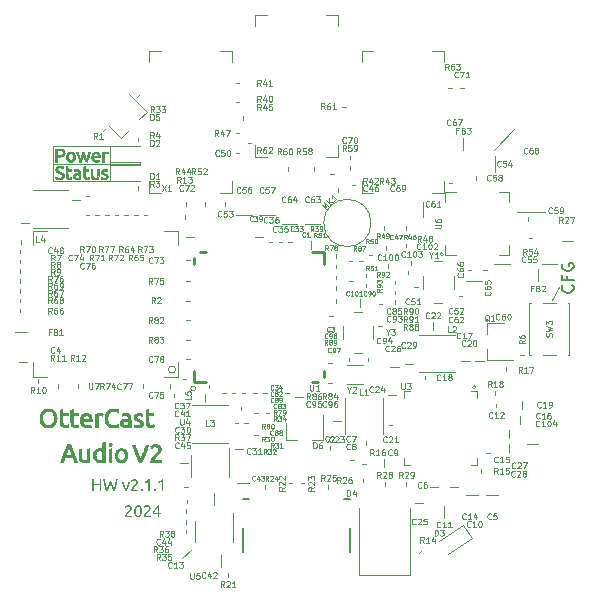
<source format=gto>
G04 #@! TF.GenerationSoftware,KiCad,Pcbnew,7.0.10*
G04 #@! TF.CreationDate,2024-04-11T11:30:37+02:00*
G04 #@! TF.ProjectId,OtterCastAudioV2,4f747465-7243-4617-9374-417564696f56,rev?*
G04 #@! TF.SameCoordinates,Original*
G04 #@! TF.FileFunction,Legend,Top*
G04 #@! TF.FilePolarity,Positive*
%FSLAX46Y46*%
G04 Gerber Fmt 4.6, Leading zero omitted, Abs format (unit mm)*
G04 Created by KiCad (PCBNEW 7.0.10) date 2024-04-11 11:30:37*
%MOMM*%
%LPD*%
G01*
G04 APERTURE LIST*
%ADD10C,0.150000*%
%ADD11C,0.120000*%
%ADD12C,0.100000*%
%ADD13C,0.095000*%
%ADD14C,0.254000*%
%ADD15C,0.050000*%
%ADD16C,0.010000*%
G04 APERTURE END LIST*
D10*
G36*
X86057013Y-117113635D02*
G01*
X86056692Y-117126099D01*
X86055730Y-117138456D01*
X86054128Y-117150707D01*
X86051884Y-117162850D01*
X86048999Y-117174887D01*
X86045472Y-117186816D01*
X86041305Y-117198639D01*
X86036496Y-117210355D01*
X86031215Y-117221938D01*
X86025505Y-117233482D01*
X86019369Y-117244988D01*
X86014486Y-117253593D01*
X86009363Y-117262176D01*
X86003999Y-117270738D01*
X85998394Y-117279278D01*
X85992550Y-117287796D01*
X85986465Y-117296294D01*
X85982274Y-117301946D01*
X85975880Y-117310406D01*
X85969334Y-117318839D01*
X85962639Y-117327247D01*
X85955793Y-117335629D01*
X85948797Y-117343985D01*
X85941651Y-117352316D01*
X85934354Y-117360621D01*
X85926908Y-117368900D01*
X85919311Y-117377153D01*
X85911563Y-117385380D01*
X85906315Y-117390851D01*
X85898436Y-117398987D01*
X85890553Y-117407094D01*
X85882665Y-117415170D01*
X85874773Y-117423217D01*
X85866877Y-117431233D01*
X85858977Y-117439220D01*
X85851072Y-117447176D01*
X85843163Y-117455102D01*
X85835250Y-117462998D01*
X85827332Y-117470864D01*
X85822051Y-117476092D01*
X85814380Y-117483628D01*
X85806328Y-117491581D01*
X85797894Y-117499952D01*
X85790872Y-117506949D01*
X85783606Y-117514213D01*
X85776095Y-117521745D01*
X85768341Y-117529543D01*
X85766364Y-117531535D01*
X85758540Y-117539522D01*
X85750824Y-117547609D01*
X85743214Y-117555795D01*
X85735711Y-117564080D01*
X85728315Y-117572464D01*
X85721026Y-117580948D01*
X85713844Y-117589531D01*
X85706769Y-117598213D01*
X85699888Y-117606842D01*
X85693289Y-117615386D01*
X85686973Y-117623847D01*
X85680940Y-117632224D01*
X85675189Y-117640517D01*
X85669720Y-117648726D01*
X85663281Y-117658869D01*
X85659630Y-117664891D01*
X85654141Y-117674687D01*
X85649583Y-117684078D01*
X85645341Y-117694811D01*
X85642439Y-117704961D01*
X85640746Y-117716064D01*
X85640579Y-117720579D01*
X86089253Y-117720579D01*
X86089253Y-117830000D01*
X85498429Y-117830000D01*
X85497206Y-117820138D01*
X85496964Y-117813391D01*
X85496964Y-117803373D01*
X85496964Y-117798004D01*
X85497155Y-117785810D01*
X85497728Y-117773775D01*
X85498683Y-117761899D01*
X85500021Y-117750182D01*
X85501740Y-117738623D01*
X85503842Y-117727224D01*
X85506326Y-117715983D01*
X85509191Y-117704901D01*
X85512439Y-117693978D01*
X85516069Y-117683214D01*
X85518702Y-117676127D01*
X85522939Y-117665604D01*
X85527408Y-117655192D01*
X85532110Y-117644893D01*
X85537043Y-117634704D01*
X85542208Y-117624628D01*
X85547604Y-117614663D01*
X85553233Y-117604810D01*
X85559093Y-117595068D01*
X85565185Y-117585438D01*
X85571509Y-117575920D01*
X85575854Y-117569637D01*
X85582522Y-117560300D01*
X85589335Y-117551067D01*
X85596295Y-117541936D01*
X85603400Y-117532909D01*
X85610652Y-117523984D01*
X85618049Y-117515163D01*
X85625593Y-117506445D01*
X85633282Y-117497829D01*
X85641117Y-117489317D01*
X85649099Y-117480908D01*
X85654501Y-117475359D01*
X85662685Y-117467050D01*
X85670844Y-117458792D01*
X85678977Y-117450586D01*
X85687084Y-117442432D01*
X85695166Y-117434329D01*
X85703221Y-117426278D01*
X85711251Y-117418278D01*
X85719255Y-117410329D01*
X85727234Y-117402432D01*
X85735187Y-117394587D01*
X85740474Y-117389385D01*
X85749210Y-117381093D01*
X85757831Y-117372823D01*
X85766337Y-117364576D01*
X85774729Y-117356352D01*
X85783007Y-117348150D01*
X85791170Y-117339972D01*
X85799218Y-117331817D01*
X85807152Y-117323684D01*
X85814980Y-117315494D01*
X85822585Y-117307289D01*
X85829970Y-117299069D01*
X85837133Y-117290833D01*
X85844075Y-117282583D01*
X85850795Y-117274316D01*
X85857295Y-117266035D01*
X85863572Y-117257739D01*
X85869583Y-117249404D01*
X85875281Y-117241008D01*
X85880666Y-117232551D01*
X85885737Y-117224033D01*
X85890496Y-117215454D01*
X85896005Y-117204644D01*
X85901025Y-117193739D01*
X85902896Y-117189351D01*
X85907188Y-117178182D01*
X85910752Y-117166811D01*
X85913589Y-117155236D01*
X85915699Y-117143460D01*
X85917081Y-117131480D01*
X85917736Y-117119298D01*
X85917794Y-117114368D01*
X85917584Y-117103946D01*
X85916955Y-117093928D01*
X85915577Y-117081975D01*
X85913544Y-117070653D01*
X85910855Y-117059964D01*
X85907509Y-117049907D01*
X85904361Y-117042316D01*
X85900007Y-117033249D01*
X85895188Y-117024671D01*
X85888790Y-117015022D01*
X85881724Y-117006078D01*
X85873987Y-116997837D01*
X85868457Y-116992735D01*
X85859756Y-116985694D01*
X85850505Y-116979409D01*
X85840705Y-116973879D01*
X85830355Y-116969105D01*
X85819456Y-116965086D01*
X85815701Y-116963914D01*
X85806217Y-116961241D01*
X85796543Y-116959020D01*
X85786678Y-116957253D01*
X85776622Y-116955938D01*
X85766375Y-116955077D01*
X85755938Y-116954669D01*
X85751709Y-116954633D01*
X85741623Y-116954809D01*
X85731758Y-116955335D01*
X85719737Y-116956487D01*
X85708063Y-116958188D01*
X85696735Y-116960437D01*
X85685752Y-116963235D01*
X85677215Y-116965868D01*
X85666849Y-116969469D01*
X85656817Y-116973248D01*
X85647119Y-116977206D01*
X85637755Y-116981343D01*
X85628724Y-116985659D01*
X85620028Y-116990154D01*
X85616643Y-116992002D01*
X85606951Y-116997549D01*
X85597844Y-117003199D01*
X85589320Y-117008952D01*
X85581380Y-117014808D01*
X85572855Y-117021771D01*
X85571702Y-117022777D01*
X85564097Y-117029467D01*
X85556407Y-117036226D01*
X85549033Y-117042698D01*
X85543614Y-117047445D01*
X85478890Y-116961960D01*
X85486019Y-116954496D01*
X85493534Y-116947338D01*
X85500924Y-116940738D01*
X85509190Y-116933708D01*
X85516748Y-116927522D01*
X85524924Y-116921170D01*
X85533577Y-116914938D01*
X85542708Y-116908825D01*
X85552315Y-116902831D01*
X85562400Y-116896956D01*
X85572962Y-116891201D01*
X85577320Y-116888932D01*
X85586242Y-116884440D01*
X85595424Y-116880124D01*
X85604866Y-116875983D01*
X85614567Y-116872018D01*
X85624527Y-116868228D01*
X85634747Y-116864614D01*
X85645227Y-116861176D01*
X85655966Y-116857913D01*
X85667007Y-116854936D01*
X85678268Y-116852356D01*
X85689752Y-116850174D01*
X85701456Y-116848387D01*
X85713382Y-116846998D01*
X85725529Y-116846006D01*
X85737898Y-116845411D01*
X85750488Y-116845212D01*
X85769332Y-116845487D01*
X85787579Y-116846311D01*
X85805228Y-116847685D01*
X85822280Y-116849609D01*
X85838735Y-116852082D01*
X85854593Y-116855104D01*
X85869853Y-116858676D01*
X85884516Y-116862798D01*
X85898582Y-116867469D01*
X85912051Y-116872690D01*
X85924922Y-116878460D01*
X85937196Y-116884780D01*
X85948873Y-116891649D01*
X85959953Y-116899068D01*
X85970435Y-116907036D01*
X85980321Y-116915554D01*
X85989607Y-116924543D01*
X85998295Y-116933983D01*
X86006384Y-116943876D01*
X86013873Y-116954221D01*
X86020764Y-116965018D01*
X86027055Y-116976268D01*
X86032747Y-116987969D01*
X86037840Y-117000123D01*
X86042333Y-117012730D01*
X86046228Y-117025788D01*
X86049523Y-117039299D01*
X86052219Y-117053261D01*
X86054317Y-117067677D01*
X86055814Y-117082544D01*
X86056713Y-117097863D01*
X86057013Y-117113635D01*
G37*
G36*
X86604954Y-116845720D02*
G01*
X86623343Y-116847243D01*
X86641209Y-116849780D01*
X86658552Y-116853333D01*
X86675373Y-116857902D01*
X86691670Y-116863485D01*
X86707445Y-116870083D01*
X86722697Y-116877697D01*
X86737426Y-116886325D01*
X86751632Y-116895969D01*
X86765315Y-116906628D01*
X86778476Y-116918302D01*
X86791113Y-116930991D01*
X86803228Y-116944696D01*
X86814820Y-116959415D01*
X86825889Y-116975150D01*
X86831224Y-116983378D01*
X86836389Y-116991823D01*
X86841385Y-117000483D01*
X86846211Y-117009359D01*
X86850868Y-117018450D01*
X86855356Y-117027757D01*
X86859674Y-117037280D01*
X86863823Y-117047018D01*
X86867803Y-117056972D01*
X86871613Y-117067141D01*
X86875254Y-117077526D01*
X86878726Y-117088127D01*
X86882028Y-117098943D01*
X86885161Y-117109975D01*
X86888125Y-117121223D01*
X86890919Y-117132686D01*
X86893544Y-117144365D01*
X86895999Y-117156259D01*
X86898286Y-117168369D01*
X86900402Y-117180695D01*
X86902350Y-117193236D01*
X86904128Y-117205993D01*
X86905737Y-117218966D01*
X86907176Y-117232154D01*
X86908446Y-117245558D01*
X86909547Y-117259177D01*
X86910479Y-117273012D01*
X86911241Y-117287063D01*
X86911833Y-117301329D01*
X86912257Y-117315811D01*
X86912511Y-117330509D01*
X86912595Y-117345422D01*
X86912511Y-117360335D01*
X86912257Y-117375032D01*
X86911833Y-117389514D01*
X86911241Y-117403780D01*
X86910479Y-117417831D01*
X86909547Y-117431666D01*
X86908446Y-117445286D01*
X86907176Y-117458689D01*
X86905737Y-117471877D01*
X86904128Y-117484850D01*
X86902350Y-117497607D01*
X86900402Y-117510148D01*
X86898286Y-117522474D01*
X86895999Y-117534584D01*
X86893544Y-117546478D01*
X86890919Y-117558157D01*
X86888125Y-117569620D01*
X86885161Y-117580868D01*
X86882028Y-117591900D01*
X86878726Y-117602716D01*
X86875254Y-117613317D01*
X86871613Y-117623702D01*
X86867803Y-117633872D01*
X86863823Y-117643825D01*
X86859674Y-117653564D01*
X86855356Y-117663086D01*
X86850868Y-117672393D01*
X86846211Y-117681485D01*
X86841385Y-117690360D01*
X86836389Y-117699020D01*
X86831224Y-117707465D01*
X86825889Y-117715694D01*
X86814820Y-117731428D01*
X86803228Y-117746148D01*
X86791113Y-117759852D01*
X86778476Y-117772541D01*
X86765315Y-117784215D01*
X86751632Y-117794874D01*
X86737426Y-117804518D01*
X86722697Y-117813147D01*
X86707445Y-117820760D01*
X86691670Y-117827359D01*
X86675373Y-117832942D01*
X86658552Y-117837510D01*
X86641209Y-117841063D01*
X86623343Y-117843601D01*
X86604954Y-117845123D01*
X86586043Y-117845631D01*
X86567160Y-117845123D01*
X86548796Y-117843601D01*
X86530951Y-117841063D01*
X86513625Y-117837510D01*
X86496818Y-117832942D01*
X86480530Y-117827359D01*
X86464761Y-117820760D01*
X86449511Y-117813147D01*
X86434780Y-117804518D01*
X86420568Y-117794874D01*
X86406875Y-117784215D01*
X86393702Y-117772541D01*
X86381047Y-117759852D01*
X86368911Y-117746148D01*
X86357294Y-117731428D01*
X86346196Y-117715694D01*
X86340877Y-117707465D01*
X86335726Y-117699020D01*
X86330745Y-117690360D01*
X86325932Y-117681485D01*
X86321288Y-117672393D01*
X86316813Y-117663086D01*
X86312507Y-117653564D01*
X86308369Y-117643825D01*
X86304401Y-117633872D01*
X86300601Y-117623702D01*
X86296970Y-117613317D01*
X86293509Y-117602716D01*
X86290216Y-117591900D01*
X86287091Y-117580868D01*
X86284136Y-117569620D01*
X86281350Y-117558157D01*
X86278732Y-117546478D01*
X86276284Y-117534584D01*
X86274004Y-117522474D01*
X86271893Y-117510148D01*
X86269951Y-117497607D01*
X86268178Y-117484850D01*
X86266574Y-117471877D01*
X86265138Y-117458689D01*
X86263872Y-117445286D01*
X86262774Y-117431666D01*
X86261845Y-117417831D01*
X86261085Y-117403780D01*
X86260494Y-117389514D01*
X86260072Y-117375032D01*
X86259819Y-117360335D01*
X86259734Y-117345422D01*
X86397487Y-117345422D01*
X86397523Y-117355342D01*
X86397628Y-117365198D01*
X86397805Y-117374988D01*
X86398202Y-117389553D01*
X86398758Y-117403971D01*
X86399473Y-117418244D01*
X86400347Y-117432370D01*
X86401379Y-117446351D01*
X86402571Y-117460185D01*
X86403921Y-117473874D01*
X86405430Y-117487416D01*
X86406524Y-117496364D01*
X86408374Y-117509531D01*
X86410443Y-117522381D01*
X86412730Y-117534914D01*
X86415237Y-117547128D01*
X86417962Y-117559025D01*
X86420907Y-117570604D01*
X86424070Y-117581865D01*
X86427453Y-117592809D01*
X86431054Y-117603435D01*
X86434875Y-117613743D01*
X86437543Y-117620439D01*
X86441750Y-117630188D01*
X86446219Y-117639559D01*
X86450949Y-117648552D01*
X86455941Y-117657167D01*
X86461196Y-117665405D01*
X86468609Y-117675800D01*
X86476488Y-117685524D01*
X86484832Y-117694576D01*
X86493642Y-117702957D01*
X86495917Y-117704947D01*
X86505340Y-117712274D01*
X86515289Y-117718625D01*
X86525764Y-117723998D01*
X86536767Y-117728394D01*
X86548296Y-117731814D01*
X86560351Y-117734256D01*
X86572934Y-117735722D01*
X86582716Y-117736180D01*
X86586043Y-117736210D01*
X86595924Y-117735935D01*
X86608638Y-117734714D01*
X86620825Y-117732516D01*
X86632486Y-117729341D01*
X86643620Y-117725189D01*
X86654227Y-117720060D01*
X86664308Y-117713954D01*
X86673862Y-117706871D01*
X86676168Y-117704947D01*
X86685095Y-117696734D01*
X86693555Y-117687850D01*
X86701551Y-117678294D01*
X86709080Y-117668066D01*
X86716144Y-117657167D01*
X86721136Y-117648552D01*
X86725867Y-117639559D01*
X86730336Y-117630188D01*
X86734542Y-117620439D01*
X86738507Y-117610343D01*
X86742248Y-117599928D01*
X86745765Y-117589197D01*
X86749060Y-117578147D01*
X86752131Y-117566780D01*
X86754979Y-117555095D01*
X86757603Y-117543092D01*
X86760005Y-117530771D01*
X86762183Y-117518133D01*
X86764138Y-117505178D01*
X86765317Y-117496364D01*
X86766976Y-117482918D01*
X86768471Y-117469327D01*
X86769804Y-117455590D01*
X86770973Y-117441707D01*
X86771979Y-117427678D01*
X86772822Y-117413502D01*
X86773502Y-117399181D01*
X86774018Y-117384714D01*
X86774372Y-117370101D01*
X86774517Y-117360278D01*
X86774589Y-117350390D01*
X86774598Y-117345422D01*
X86774562Y-117335502D01*
X86774453Y-117325649D01*
X86774272Y-117315864D01*
X86773864Y-117301310D01*
X86773293Y-117286906D01*
X86772559Y-117272653D01*
X86771662Y-117258550D01*
X86770601Y-117244598D01*
X86769378Y-117230795D01*
X86767991Y-117217143D01*
X86766441Y-117203642D01*
X86765317Y-117194724D01*
X86763511Y-117181513D01*
X86761482Y-117168623D01*
X86759229Y-117156056D01*
X86756753Y-117143811D01*
X86754054Y-117131887D01*
X86751132Y-117120286D01*
X86747986Y-117109007D01*
X86744617Y-117098049D01*
X86741025Y-117087414D01*
X86737210Y-117077101D01*
X86734542Y-117070404D01*
X86730336Y-117060658D01*
X86725867Y-117051293D01*
X86721136Y-117042311D01*
X86716144Y-117033711D01*
X86709080Y-117022838D01*
X86701551Y-117012645D01*
X86693555Y-117003131D01*
X86685095Y-116994296D01*
X86676168Y-116986140D01*
X86666746Y-116978756D01*
X86656797Y-116972356D01*
X86646321Y-116966941D01*
X86635319Y-116962510D01*
X86623790Y-116959064D01*
X86611734Y-116956602D01*
X86599152Y-116955125D01*
X86589369Y-116954664D01*
X86586043Y-116954633D01*
X86576162Y-116954910D01*
X86563448Y-116956141D01*
X86551260Y-116958356D01*
X86539600Y-116961556D01*
X86528466Y-116965741D01*
X86517858Y-116970910D01*
X86507777Y-116977064D01*
X86498223Y-116984202D01*
X86495917Y-116986140D01*
X86486991Y-116994296D01*
X86478530Y-117003131D01*
X86470535Y-117012645D01*
X86463005Y-117022838D01*
X86455941Y-117033711D01*
X86450949Y-117042311D01*
X86446219Y-117051293D01*
X86441750Y-117060658D01*
X86437543Y-117070404D01*
X86433577Y-117080503D01*
X86429829Y-117090924D01*
X86426301Y-117101666D01*
X86422992Y-117112731D01*
X86419901Y-117124117D01*
X86417030Y-117135826D01*
X86414377Y-117147857D01*
X86411943Y-117160209D01*
X86409729Y-117172884D01*
X86407733Y-117185881D01*
X86406524Y-117194724D01*
X86404909Y-117208125D01*
X86403453Y-117221677D01*
X86402156Y-117235380D01*
X86401017Y-117249232D01*
X86400038Y-117263235D01*
X86399217Y-117277388D01*
X86398555Y-117291691D01*
X86398052Y-117306144D01*
X86397708Y-117320748D01*
X86397567Y-117330567D01*
X86397496Y-117340454D01*
X86397487Y-117345422D01*
X86259734Y-117345422D01*
X86259819Y-117330509D01*
X86260072Y-117315811D01*
X86260494Y-117301329D01*
X86261085Y-117287063D01*
X86261845Y-117273012D01*
X86262774Y-117259177D01*
X86263872Y-117245558D01*
X86265138Y-117232154D01*
X86266574Y-117218966D01*
X86268178Y-117205993D01*
X86269951Y-117193236D01*
X86271893Y-117180695D01*
X86274004Y-117168369D01*
X86276284Y-117156259D01*
X86278732Y-117144365D01*
X86281350Y-117132686D01*
X86284136Y-117121223D01*
X86287091Y-117109975D01*
X86290216Y-117098943D01*
X86293509Y-117088127D01*
X86296970Y-117077526D01*
X86300601Y-117067141D01*
X86304401Y-117056972D01*
X86308369Y-117047018D01*
X86312507Y-117037280D01*
X86316813Y-117027757D01*
X86321288Y-117018450D01*
X86325932Y-117009359D01*
X86330745Y-117000483D01*
X86335726Y-116991823D01*
X86340877Y-116983378D01*
X86346196Y-116975150D01*
X86357294Y-116959415D01*
X86368911Y-116944696D01*
X86381047Y-116930991D01*
X86393702Y-116918302D01*
X86406875Y-116906628D01*
X86420568Y-116895969D01*
X86434780Y-116886325D01*
X86449511Y-116877697D01*
X86464761Y-116870083D01*
X86480530Y-116863485D01*
X86496818Y-116857902D01*
X86513625Y-116853333D01*
X86530951Y-116849780D01*
X86548796Y-116847243D01*
X86567160Y-116845720D01*
X86586043Y-116845212D01*
X86604954Y-116845720D01*
G37*
G36*
X87635799Y-117113635D02*
G01*
X87635478Y-117126099D01*
X87634516Y-117138456D01*
X87632913Y-117150707D01*
X87630669Y-117162850D01*
X87627784Y-117174887D01*
X87624258Y-117186816D01*
X87620091Y-117198639D01*
X87615282Y-117210355D01*
X87610000Y-117221938D01*
X87604291Y-117233482D01*
X87598155Y-117244988D01*
X87593272Y-117253593D01*
X87588148Y-117262176D01*
X87582784Y-117270738D01*
X87577180Y-117279278D01*
X87571336Y-117287796D01*
X87565251Y-117296294D01*
X87561060Y-117301946D01*
X87554665Y-117310406D01*
X87548120Y-117318839D01*
X87541425Y-117327247D01*
X87534579Y-117335629D01*
X87527583Y-117343985D01*
X87520437Y-117352316D01*
X87513140Y-117360621D01*
X87505693Y-117368900D01*
X87498096Y-117377153D01*
X87490349Y-117385380D01*
X87485101Y-117390851D01*
X87477222Y-117398987D01*
X87469338Y-117407094D01*
X87461451Y-117415170D01*
X87453559Y-117423217D01*
X87445663Y-117431233D01*
X87437762Y-117439220D01*
X87429858Y-117447176D01*
X87421949Y-117455102D01*
X87414035Y-117462998D01*
X87406118Y-117470864D01*
X87400837Y-117476092D01*
X87393166Y-117483628D01*
X87385114Y-117491581D01*
X87376680Y-117499952D01*
X87369658Y-117506949D01*
X87362392Y-117514213D01*
X87354881Y-117521745D01*
X87347126Y-117529543D01*
X87345150Y-117531535D01*
X87337326Y-117539522D01*
X87329610Y-117547609D01*
X87322000Y-117555795D01*
X87314497Y-117564080D01*
X87307101Y-117572464D01*
X87299812Y-117580948D01*
X87292630Y-117589531D01*
X87285554Y-117598213D01*
X87278674Y-117606842D01*
X87272075Y-117615386D01*
X87265759Y-117623847D01*
X87259726Y-117632224D01*
X87253974Y-117640517D01*
X87248506Y-117648726D01*
X87242067Y-117658869D01*
X87238415Y-117664891D01*
X87232927Y-117674687D01*
X87228369Y-117684078D01*
X87224127Y-117694811D01*
X87221225Y-117704961D01*
X87219532Y-117716064D01*
X87219364Y-117720579D01*
X87668039Y-117720579D01*
X87668039Y-117830000D01*
X87077215Y-117830000D01*
X87075992Y-117820138D01*
X87075750Y-117813391D01*
X87075750Y-117803373D01*
X87075750Y-117798004D01*
X87075941Y-117785810D01*
X87076514Y-117773775D01*
X87077469Y-117761899D01*
X87078807Y-117750182D01*
X87080526Y-117738623D01*
X87082628Y-117727224D01*
X87085111Y-117715983D01*
X87087977Y-117704901D01*
X87091225Y-117693978D01*
X87094855Y-117683214D01*
X87097487Y-117676127D01*
X87101725Y-117665604D01*
X87106194Y-117655192D01*
X87110895Y-117644893D01*
X87115828Y-117634704D01*
X87120993Y-117624628D01*
X87126390Y-117614663D01*
X87132019Y-117604810D01*
X87137879Y-117595068D01*
X87143971Y-117585438D01*
X87150295Y-117575920D01*
X87154640Y-117569637D01*
X87161308Y-117560300D01*
X87168121Y-117551067D01*
X87175081Y-117541936D01*
X87182186Y-117532909D01*
X87189438Y-117523984D01*
X87196835Y-117515163D01*
X87204378Y-117506445D01*
X87212068Y-117497829D01*
X87219903Y-117489317D01*
X87227884Y-117480908D01*
X87233286Y-117475359D01*
X87241471Y-117467050D01*
X87249630Y-117458792D01*
X87257763Y-117450586D01*
X87265870Y-117442432D01*
X87273951Y-117434329D01*
X87282007Y-117426278D01*
X87290037Y-117418278D01*
X87298041Y-117410329D01*
X87306020Y-117402432D01*
X87313972Y-117394587D01*
X87319260Y-117389385D01*
X87327995Y-117381093D01*
X87336616Y-117372823D01*
X87345123Y-117364576D01*
X87353515Y-117356352D01*
X87361792Y-117348150D01*
X87369955Y-117339972D01*
X87378004Y-117331817D01*
X87385938Y-117323684D01*
X87393765Y-117315494D01*
X87401371Y-117307289D01*
X87408756Y-117299069D01*
X87415919Y-117290833D01*
X87422861Y-117282583D01*
X87429581Y-117274316D01*
X87436080Y-117266035D01*
X87442358Y-117257739D01*
X87448369Y-117249404D01*
X87454067Y-117241008D01*
X87459451Y-117232551D01*
X87464523Y-117224033D01*
X87469282Y-117215454D01*
X87474791Y-117204644D01*
X87479810Y-117193739D01*
X87481681Y-117189351D01*
X87485973Y-117178182D01*
X87489538Y-117166811D01*
X87492375Y-117155236D01*
X87494485Y-117143460D01*
X87495867Y-117131480D01*
X87496522Y-117119298D01*
X87496580Y-117114368D01*
X87496370Y-117103946D01*
X87495741Y-117093928D01*
X87494363Y-117081975D01*
X87492330Y-117070653D01*
X87489640Y-117059964D01*
X87486295Y-117049907D01*
X87483147Y-117042316D01*
X87478793Y-117033249D01*
X87473973Y-117024671D01*
X87467576Y-117015022D01*
X87460509Y-117006078D01*
X87452773Y-116997837D01*
X87447243Y-116992735D01*
X87438542Y-116985694D01*
X87429291Y-116979409D01*
X87419491Y-116973879D01*
X87409141Y-116969105D01*
X87398242Y-116965086D01*
X87394487Y-116963914D01*
X87385003Y-116961241D01*
X87375329Y-116959020D01*
X87365464Y-116957253D01*
X87355408Y-116955938D01*
X87345161Y-116955077D01*
X87334723Y-116954669D01*
X87330495Y-116954633D01*
X87320408Y-116954809D01*
X87310543Y-116955335D01*
X87298523Y-116956487D01*
X87286849Y-116958188D01*
X87275521Y-116960437D01*
X87264538Y-116963235D01*
X87256001Y-116965868D01*
X87245635Y-116969469D01*
X87235603Y-116973248D01*
X87225905Y-116977206D01*
X87216540Y-116981343D01*
X87207510Y-116985659D01*
X87198814Y-116990154D01*
X87195429Y-116992002D01*
X87185737Y-116997549D01*
X87176630Y-117003199D01*
X87168106Y-117008952D01*
X87160166Y-117014808D01*
X87151641Y-117021771D01*
X87150488Y-117022777D01*
X87142883Y-117029467D01*
X87135193Y-117036226D01*
X87127819Y-117042698D01*
X87122400Y-117047445D01*
X87057676Y-116961960D01*
X87064805Y-116954496D01*
X87072320Y-116947338D01*
X87079710Y-116940738D01*
X87087976Y-116933708D01*
X87095533Y-116927522D01*
X87103710Y-116921170D01*
X87112363Y-116914938D01*
X87121494Y-116908825D01*
X87131101Y-116902831D01*
X87141186Y-116896956D01*
X87151747Y-116891201D01*
X87156106Y-116888932D01*
X87165028Y-116884440D01*
X87174210Y-116880124D01*
X87183652Y-116875983D01*
X87193353Y-116872018D01*
X87203313Y-116868228D01*
X87213533Y-116864614D01*
X87224013Y-116861176D01*
X87234752Y-116857913D01*
X87245792Y-116854936D01*
X87257054Y-116852356D01*
X87268537Y-116850174D01*
X87280242Y-116848387D01*
X87292168Y-116846998D01*
X87304315Y-116846006D01*
X87316684Y-116845411D01*
X87329274Y-116845212D01*
X87348118Y-116845487D01*
X87366364Y-116846311D01*
X87384014Y-116847685D01*
X87401066Y-116849609D01*
X87417521Y-116852082D01*
X87433378Y-116855104D01*
X87448639Y-116858676D01*
X87463302Y-116862798D01*
X87477368Y-116867469D01*
X87490837Y-116872690D01*
X87503708Y-116878460D01*
X87515982Y-116884780D01*
X87527659Y-116891649D01*
X87538739Y-116899068D01*
X87549221Y-116907036D01*
X87559106Y-116915554D01*
X87568393Y-116924543D01*
X87577081Y-116933983D01*
X87585170Y-116943876D01*
X87592659Y-116954221D01*
X87599549Y-116965018D01*
X87605841Y-116976268D01*
X87611533Y-116987969D01*
X87616625Y-117000123D01*
X87621119Y-117012730D01*
X87625014Y-117025788D01*
X87628309Y-117039299D01*
X87631005Y-117053261D01*
X87633102Y-117067677D01*
X87634600Y-117082544D01*
X87635499Y-117097863D01*
X87635799Y-117113635D01*
G37*
G36*
X88387090Y-117470474D02*
G01*
X88502616Y-117470474D01*
X88502616Y-117579895D01*
X88387090Y-117579895D01*
X88387090Y-117830000D01*
X88260572Y-117830000D01*
X88260572Y-117579895D01*
X87824354Y-117579895D01*
X87824354Y-117488792D01*
X87829520Y-117477213D01*
X87832634Y-117470474D01*
X87951116Y-117470474D01*
X88260572Y-117470474D01*
X88260572Y-117022288D01*
X88252643Y-117030530D01*
X88244701Y-117038952D01*
X88236746Y-117047555D01*
X88228778Y-117056337D01*
X88220798Y-117065300D01*
X88212804Y-117074444D01*
X88204798Y-117083767D01*
X88196779Y-117093271D01*
X88188746Y-117102956D01*
X88180701Y-117112820D01*
X88175331Y-117119497D01*
X88167334Y-117129569D01*
X88159371Y-117139727D01*
X88151443Y-117149971D01*
X88143549Y-117160301D01*
X88135689Y-117170716D01*
X88127864Y-117181218D01*
X88120073Y-117191805D01*
X88112316Y-117202479D01*
X88104594Y-117213238D01*
X88096906Y-117224083D01*
X88091800Y-117231360D01*
X88084195Y-117242331D01*
X88076676Y-117253354D01*
X88069243Y-117264428D01*
X88061895Y-117275553D01*
X88054634Y-117286730D01*
X88047458Y-117297958D01*
X88040369Y-117309238D01*
X88033365Y-117320570D01*
X88026447Y-117331953D01*
X88019615Y-117343388D01*
X88015108Y-117351039D01*
X88008444Y-117362465D01*
X88001919Y-117373843D01*
X87995530Y-117385173D01*
X87989279Y-117396457D01*
X87983165Y-117407693D01*
X87977189Y-117418882D01*
X87971350Y-117430024D01*
X87965648Y-117441119D01*
X87960084Y-117452167D01*
X87954658Y-117463167D01*
X87951116Y-117470474D01*
X87832634Y-117470474D01*
X87835033Y-117465282D01*
X87840894Y-117452999D01*
X87847103Y-117440363D01*
X87853660Y-117427376D01*
X87858224Y-117418522D01*
X87862943Y-117409512D01*
X87867816Y-117400345D01*
X87872844Y-117391022D01*
X87878027Y-117381542D01*
X87883364Y-117371906D01*
X87888855Y-117362114D01*
X87894502Y-117352165D01*
X87897383Y-117347131D01*
X87903260Y-117336977D01*
X87909228Y-117326787D01*
X87915289Y-117316560D01*
X87921441Y-117306297D01*
X87927684Y-117295998D01*
X87934019Y-117285662D01*
X87940446Y-117275291D01*
X87946964Y-117264883D01*
X87953574Y-117254438D01*
X87960275Y-117243958D01*
X87967068Y-117233441D01*
X87973953Y-117222888D01*
X87980929Y-117212299D01*
X87987997Y-117201673D01*
X87995156Y-117191012D01*
X88002407Y-117180314D01*
X88009736Y-117169608D01*
X88017130Y-117158923D01*
X88024589Y-117148260D01*
X88032113Y-117137617D01*
X88039702Y-117126995D01*
X88047355Y-117116394D01*
X88055074Y-117105815D01*
X88062857Y-117095256D01*
X88070705Y-117084718D01*
X88078618Y-117074201D01*
X88086596Y-117063706D01*
X88094639Y-117053231D01*
X88102747Y-117042777D01*
X88110920Y-117032344D01*
X88119157Y-117021933D01*
X88127459Y-117011542D01*
X88135828Y-117001222D01*
X88144201Y-116991022D01*
X88152581Y-116980942D01*
X88160966Y-116970982D01*
X88169358Y-116961143D01*
X88177754Y-116951424D01*
X88186157Y-116941825D01*
X88194565Y-116932346D01*
X88202979Y-116922987D01*
X88211399Y-116913749D01*
X88219824Y-116904631D01*
X88228255Y-116895633D01*
X88236692Y-116886756D01*
X88245135Y-116877998D01*
X88253583Y-116869361D01*
X88262037Y-116860844D01*
X88387090Y-116860844D01*
X88387090Y-117470474D01*
G37*
G36*
X83334438Y-114660844D02*
G01*
X83470725Y-114660844D01*
X83470725Y-115630000D01*
X83334438Y-115630000D01*
X83334438Y-115176685D01*
X82857431Y-115176685D01*
X82857431Y-115630000D01*
X82720900Y-115630000D01*
X82720900Y-114660844D01*
X82857431Y-114660844D01*
X82857431Y-115067264D01*
X83334438Y-115067264D01*
X83334438Y-114660844D01*
G37*
G36*
X84240823Y-114968590D02*
G01*
X84237127Y-114980347D01*
X84233429Y-114992050D01*
X84229728Y-115003697D01*
X84226023Y-115015290D01*
X84222316Y-115026828D01*
X84218606Y-115038311D01*
X84214894Y-115049739D01*
X84211178Y-115061112D01*
X84207459Y-115072431D01*
X84203738Y-115083694D01*
X84200014Y-115094903D01*
X84196287Y-115106057D01*
X84192557Y-115117156D01*
X84188824Y-115128200D01*
X84185088Y-115139189D01*
X84181350Y-115150123D01*
X84177608Y-115161003D01*
X84173864Y-115171828D01*
X84170117Y-115182597D01*
X84166367Y-115193312D01*
X84162614Y-115203972D01*
X84158858Y-115214578D01*
X84155100Y-115225128D01*
X84151338Y-115235624D01*
X84147574Y-115246064D01*
X84143807Y-115256450D01*
X84140037Y-115266781D01*
X84136264Y-115277057D01*
X84132488Y-115287278D01*
X84128710Y-115297445D01*
X84124928Y-115307556D01*
X84121144Y-115317613D01*
X84117373Y-115327634D01*
X84113602Y-115337638D01*
X84109830Y-115347625D01*
X84106058Y-115357596D01*
X84102285Y-115367550D01*
X84098512Y-115377488D01*
X84094739Y-115387408D01*
X84090965Y-115397312D01*
X84087190Y-115407200D01*
X84083415Y-115417070D01*
X84079640Y-115426924D01*
X84075864Y-115436761D01*
X84072087Y-115446582D01*
X84068310Y-115456386D01*
X84064533Y-115466173D01*
X84060755Y-115475943D01*
X84056977Y-115485697D01*
X84053198Y-115495434D01*
X84049418Y-115505154D01*
X84045639Y-115514858D01*
X84041858Y-115524545D01*
X84038078Y-115534215D01*
X84034296Y-115543869D01*
X84030515Y-115553506D01*
X84026732Y-115563126D01*
X84022950Y-115572729D01*
X84019167Y-115582316D01*
X84015383Y-115591886D01*
X84011599Y-115601440D01*
X84007814Y-115610976D01*
X84004029Y-115620496D01*
X84000244Y-115630000D01*
X83863956Y-115630000D01*
X83859317Y-115616604D01*
X83854712Y-115603162D01*
X83850141Y-115589674D01*
X83845604Y-115576140D01*
X83841100Y-115562560D01*
X83836631Y-115548933D01*
X83832195Y-115535260D01*
X83827793Y-115521540D01*
X83823425Y-115507775D01*
X83819091Y-115493963D01*
X83814791Y-115480105D01*
X83810524Y-115466200D01*
X83806292Y-115452250D01*
X83802093Y-115438253D01*
X83797928Y-115424209D01*
X83793797Y-115410120D01*
X83789700Y-115395984D01*
X83785637Y-115381802D01*
X83781608Y-115367574D01*
X83777613Y-115353299D01*
X83773651Y-115338978D01*
X83769723Y-115324611D01*
X83765830Y-115310198D01*
X83761970Y-115295738D01*
X83758144Y-115281232D01*
X83754351Y-115266680D01*
X83750593Y-115252081D01*
X83746869Y-115237436D01*
X83743178Y-115222745D01*
X83739521Y-115208008D01*
X83735898Y-115193224D01*
X83732309Y-115178394D01*
X83728760Y-115163485D01*
X83725225Y-115148495D01*
X83721706Y-115133423D01*
X83718200Y-115118269D01*
X83714710Y-115103033D01*
X83711235Y-115087716D01*
X83707774Y-115072318D01*
X83704328Y-115056838D01*
X83700897Y-115041276D01*
X83697481Y-115025633D01*
X83694079Y-115009908D01*
X83690693Y-114994102D01*
X83687321Y-114978214D01*
X83683964Y-114962244D01*
X83680621Y-114946193D01*
X83677294Y-114930061D01*
X83673981Y-114913846D01*
X83670683Y-114897551D01*
X83667400Y-114881173D01*
X83664131Y-114864714D01*
X83660878Y-114848174D01*
X83657639Y-114831552D01*
X83654415Y-114814848D01*
X83651205Y-114798063D01*
X83648011Y-114781196D01*
X83644831Y-114764247D01*
X83641666Y-114747217D01*
X83638516Y-114730106D01*
X83635381Y-114712913D01*
X83632260Y-114695638D01*
X83629155Y-114678282D01*
X83626064Y-114660844D01*
X83769678Y-114660844D01*
X83772156Y-114674460D01*
X83774643Y-114688077D01*
X83777140Y-114701693D01*
X83779647Y-114715310D01*
X83782163Y-114728927D01*
X83784688Y-114742543D01*
X83787223Y-114756160D01*
X83789767Y-114769776D01*
X83792322Y-114783393D01*
X83794885Y-114797009D01*
X83797458Y-114810626D01*
X83800041Y-114824242D01*
X83802633Y-114837859D01*
X83805235Y-114851475D01*
X83807846Y-114865092D01*
X83810467Y-114878709D01*
X83813098Y-114892301D01*
X83815741Y-114905846D01*
X83818395Y-114919343D01*
X83821061Y-114932793D01*
X83823738Y-114946195D01*
X83826427Y-114959549D01*
X83829127Y-114972856D01*
X83831838Y-114986114D01*
X83834561Y-114999325D01*
X83837296Y-115012489D01*
X83840041Y-115025604D01*
X83842799Y-115038672D01*
X83845567Y-115051693D01*
X83848348Y-115064665D01*
X83851139Y-115077590D01*
X83853942Y-115090467D01*
X83856781Y-115103254D01*
X83859617Y-115115971D01*
X83862452Y-115128618D01*
X83865284Y-115141193D01*
X83868115Y-115153698D01*
X83870944Y-115166133D01*
X83873771Y-115178497D01*
X83876596Y-115190790D01*
X83879419Y-115203012D01*
X83882240Y-115215164D01*
X83885059Y-115227246D01*
X83887877Y-115239257D01*
X83890692Y-115251197D01*
X83893506Y-115263067D01*
X83896317Y-115274866D01*
X83899127Y-115286594D01*
X83901942Y-115298233D01*
X83904768Y-115309763D01*
X83907605Y-115321184D01*
X83910454Y-115332496D01*
X83913314Y-115343700D01*
X83916186Y-115354795D01*
X83919069Y-115365781D01*
X83921964Y-115376659D01*
X83924870Y-115387427D01*
X83927788Y-115398087D01*
X83930717Y-115408638D01*
X83933657Y-115419081D01*
X83936609Y-115429414D01*
X83939572Y-115439639D01*
X83942547Y-115449755D01*
X83945533Y-115459762D01*
X83949051Y-115450499D01*
X83952583Y-115441179D01*
X83956129Y-115431803D01*
X83959688Y-115422370D01*
X83963261Y-115412881D01*
X83966848Y-115403336D01*
X83970449Y-115393735D01*
X83974064Y-115384077D01*
X83977693Y-115374364D01*
X83981335Y-115364593D01*
X83984991Y-115354767D01*
X83988661Y-115344884D01*
X83992345Y-115334945D01*
X83996043Y-115324950D01*
X83999755Y-115314898D01*
X84003480Y-115304790D01*
X84007219Y-115294626D01*
X84010972Y-115284405D01*
X84014739Y-115274129D01*
X84018520Y-115263796D01*
X84022315Y-115253406D01*
X84026123Y-115242960D01*
X84029945Y-115232458D01*
X84033781Y-115221900D01*
X84037631Y-115211286D01*
X84041495Y-115200615D01*
X84045373Y-115189888D01*
X84049264Y-115179104D01*
X84053169Y-115168265D01*
X84057088Y-115157369D01*
X84061021Y-115146416D01*
X84064968Y-115135408D01*
X84068914Y-115124359D01*
X84072843Y-115113288D01*
X84076756Y-115102192D01*
X84080653Y-115091074D01*
X84084534Y-115079932D01*
X84088398Y-115068767D01*
X84092246Y-115057578D01*
X84096079Y-115046366D01*
X84099894Y-115035131D01*
X84103694Y-115023872D01*
X84107477Y-115012590D01*
X84111244Y-115001284D01*
X84114995Y-114989955D01*
X84118730Y-114978603D01*
X84122449Y-114967227D01*
X84126151Y-114955828D01*
X84129837Y-114944406D01*
X84133507Y-114932960D01*
X84137160Y-114921491D01*
X84140798Y-114909998D01*
X84144419Y-114898482D01*
X84148024Y-114886943D01*
X84151613Y-114875380D01*
X84155185Y-114863794D01*
X84158742Y-114852185D01*
X84162282Y-114840552D01*
X84165806Y-114828896D01*
X84169313Y-114817217D01*
X84172805Y-114805514D01*
X84176280Y-114793787D01*
X84179739Y-114782038D01*
X84183182Y-114770265D01*
X84301395Y-114770265D01*
X84304839Y-114782038D01*
X84308303Y-114793787D01*
X84311785Y-114805514D01*
X84315286Y-114817217D01*
X84318807Y-114828896D01*
X84322347Y-114840552D01*
X84325905Y-114852185D01*
X84329483Y-114863794D01*
X84333080Y-114875380D01*
X84336696Y-114886943D01*
X84340331Y-114898482D01*
X84343985Y-114909998D01*
X84347658Y-114921491D01*
X84351350Y-114932960D01*
X84355062Y-114944406D01*
X84358792Y-114955828D01*
X84362542Y-114967227D01*
X84366310Y-114978603D01*
X84370098Y-114989955D01*
X84373905Y-115001284D01*
X84377731Y-115012590D01*
X84381576Y-115023872D01*
X84385440Y-115035131D01*
X84389323Y-115046366D01*
X84393225Y-115057578D01*
X84397146Y-115068767D01*
X84401086Y-115079932D01*
X84405046Y-115091074D01*
X84409024Y-115102192D01*
X84413022Y-115113288D01*
X84417038Y-115124359D01*
X84421074Y-115135408D01*
X84425111Y-115146416D01*
X84429131Y-115157369D01*
X84433135Y-115168265D01*
X84437122Y-115179104D01*
X84441092Y-115189888D01*
X84445045Y-115200615D01*
X84448982Y-115211286D01*
X84452902Y-115221900D01*
X84456805Y-115232458D01*
X84460692Y-115242960D01*
X84464562Y-115253406D01*
X84468415Y-115263796D01*
X84472252Y-115274129D01*
X84476072Y-115284405D01*
X84479875Y-115294626D01*
X84483661Y-115304790D01*
X84487431Y-115314898D01*
X84491184Y-115324950D01*
X84494921Y-115334945D01*
X84498640Y-115344884D01*
X84502343Y-115354767D01*
X84506030Y-115364593D01*
X84509699Y-115374364D01*
X84513352Y-115384077D01*
X84516988Y-115393735D01*
X84520608Y-115403336D01*
X84524211Y-115412881D01*
X84527797Y-115422370D01*
X84531366Y-115431803D01*
X84534919Y-115441179D01*
X84538455Y-115450499D01*
X84541974Y-115459762D01*
X84544783Y-115449932D01*
X84547592Y-115439982D01*
X84550401Y-115429912D01*
X84553210Y-115419722D01*
X84556018Y-115409411D01*
X84558827Y-115398980D01*
X84561636Y-115388429D01*
X84564445Y-115377758D01*
X84567254Y-115366966D01*
X84570062Y-115356054D01*
X84572871Y-115345022D01*
X84575680Y-115333870D01*
X84578489Y-115322598D01*
X84581297Y-115311205D01*
X84584106Y-115299693D01*
X84586915Y-115288060D01*
X84589751Y-115276302D01*
X84592578Y-115264475D01*
X84595399Y-115252579D01*
X84598211Y-115240615D01*
X84601016Y-115228583D01*
X84603814Y-115216481D01*
X84606603Y-115204311D01*
X84609385Y-115192072D01*
X84612160Y-115179765D01*
X84614927Y-115167388D01*
X84617686Y-115154943D01*
X84620437Y-115142430D01*
X84623181Y-115129847D01*
X84625918Y-115117196D01*
X84628646Y-115104477D01*
X84631367Y-115091688D01*
X84634082Y-115078838D01*
X84636790Y-115065932D01*
X84639493Y-115052971D01*
X84642190Y-115039955D01*
X84644882Y-115026883D01*
X84647567Y-115013756D01*
X84650247Y-115000573D01*
X84652922Y-114987336D01*
X84655590Y-114974042D01*
X84658253Y-114960694D01*
X84660910Y-114947290D01*
X84663562Y-114933831D01*
X84666207Y-114920317D01*
X84668847Y-114906747D01*
X84671481Y-114893122D01*
X84674110Y-114879441D01*
X84676760Y-114865736D01*
X84679399Y-114852036D01*
X84682027Y-114838343D01*
X84684643Y-114824655D01*
X84687247Y-114810972D01*
X84689841Y-114797295D01*
X84692422Y-114783625D01*
X84694993Y-114769959D01*
X84697551Y-114756300D01*
X84700099Y-114742646D01*
X84702635Y-114728998D01*
X84705159Y-114715356D01*
X84707672Y-114701719D01*
X84710174Y-114688088D01*
X84712664Y-114674463D01*
X84715143Y-114660844D01*
X84854361Y-114660844D01*
X84851195Y-114678282D01*
X84848015Y-114695638D01*
X84844823Y-114712913D01*
X84841618Y-114730106D01*
X84838401Y-114747217D01*
X84835170Y-114764247D01*
X84831926Y-114781196D01*
X84828670Y-114798063D01*
X84825400Y-114814848D01*
X84822118Y-114831552D01*
X84818823Y-114848174D01*
X84815515Y-114864714D01*
X84812194Y-114881173D01*
X84808860Y-114897551D01*
X84805514Y-114913846D01*
X84802154Y-114930061D01*
X84798782Y-114946193D01*
X84795396Y-114962244D01*
X84791998Y-114978214D01*
X84788587Y-114994102D01*
X84785163Y-115009908D01*
X84781726Y-115025633D01*
X84778277Y-115041276D01*
X84774814Y-115056838D01*
X84771339Y-115072318D01*
X84767850Y-115087716D01*
X84764349Y-115103033D01*
X84760835Y-115118269D01*
X84757308Y-115133423D01*
X84753768Y-115148495D01*
X84750215Y-115163485D01*
X84746650Y-115178394D01*
X84743077Y-115193224D01*
X84739472Y-115208008D01*
X84735836Y-115222745D01*
X84732167Y-115237436D01*
X84728466Y-115252081D01*
X84724734Y-115266680D01*
X84720969Y-115281232D01*
X84717173Y-115295738D01*
X84713344Y-115310198D01*
X84709484Y-115324611D01*
X84705592Y-115338978D01*
X84701667Y-115353299D01*
X84697711Y-115367574D01*
X84693723Y-115381802D01*
X84689702Y-115395984D01*
X84685650Y-115410120D01*
X84681566Y-115424209D01*
X84677450Y-115438253D01*
X84673302Y-115452250D01*
X84669122Y-115466200D01*
X84664910Y-115480105D01*
X84660666Y-115493963D01*
X84656390Y-115507775D01*
X84652082Y-115521540D01*
X84647742Y-115535260D01*
X84643370Y-115548933D01*
X84638967Y-115562560D01*
X84634531Y-115576140D01*
X84630063Y-115589674D01*
X84625564Y-115603162D01*
X84621032Y-115616604D01*
X84616468Y-115630000D01*
X84480181Y-115630000D01*
X84476306Y-115620496D01*
X84472438Y-115610976D01*
X84468575Y-115601440D01*
X84464717Y-115591886D01*
X84460866Y-115582316D01*
X84457020Y-115572729D01*
X84453180Y-115563126D01*
X84449345Y-115553506D01*
X84445517Y-115543869D01*
X84441694Y-115534215D01*
X84437876Y-115524545D01*
X84434065Y-115514858D01*
X84430259Y-115505154D01*
X84426459Y-115495434D01*
X84422665Y-115485697D01*
X84418876Y-115475943D01*
X84415093Y-115466173D01*
X84411316Y-115456386D01*
X84407544Y-115446582D01*
X84403779Y-115436761D01*
X84400019Y-115426924D01*
X84396264Y-115417070D01*
X84392516Y-115407200D01*
X84388773Y-115397312D01*
X84385036Y-115387408D01*
X84381305Y-115377488D01*
X84377579Y-115367550D01*
X84373859Y-115357596D01*
X84370145Y-115347625D01*
X84366436Y-115337638D01*
X84362734Y-115327634D01*
X84359036Y-115317613D01*
X84355342Y-115307556D01*
X84351648Y-115297445D01*
X84347954Y-115287278D01*
X84344260Y-115277057D01*
X84340566Y-115266781D01*
X84336871Y-115256450D01*
X84333177Y-115246064D01*
X84329483Y-115235624D01*
X84325789Y-115225128D01*
X84322095Y-115214578D01*
X84318401Y-115203972D01*
X84314706Y-115193312D01*
X84311012Y-115182597D01*
X84307318Y-115171828D01*
X84303624Y-115161003D01*
X84299930Y-115150123D01*
X84296236Y-115139189D01*
X84292541Y-115128200D01*
X84288847Y-115117156D01*
X84285153Y-115106057D01*
X84281459Y-115094903D01*
X84277765Y-115083694D01*
X84274071Y-115072431D01*
X84270376Y-115061112D01*
X84266682Y-115049739D01*
X84262988Y-115038311D01*
X84259294Y-115026828D01*
X84255600Y-115015290D01*
X84251905Y-115003697D01*
X84248211Y-114992050D01*
X84244517Y-114980347D01*
X84240823Y-114968590D01*
G37*
G36*
X85894103Y-114895317D02*
G01*
X85890650Y-114908199D01*
X85887160Y-114921048D01*
X85883633Y-114933864D01*
X85880070Y-114946646D01*
X85876470Y-114959395D01*
X85872834Y-114972110D01*
X85869160Y-114984792D01*
X85865450Y-114997441D01*
X85861703Y-115010056D01*
X85857920Y-115022638D01*
X85854099Y-115035187D01*
X85850242Y-115047702D01*
X85846348Y-115060183D01*
X85842418Y-115072632D01*
X85838450Y-115085046D01*
X85834446Y-115097428D01*
X85830406Y-115109776D01*
X85826328Y-115122091D01*
X85822214Y-115134372D01*
X85818063Y-115146620D01*
X85813875Y-115158835D01*
X85809651Y-115171016D01*
X85805390Y-115183163D01*
X85801092Y-115195278D01*
X85796757Y-115207359D01*
X85792386Y-115219406D01*
X85787978Y-115231420D01*
X85783533Y-115243401D01*
X85779052Y-115255349D01*
X85774534Y-115267263D01*
X85769979Y-115279143D01*
X85765387Y-115290990D01*
X85760781Y-115302782D01*
X85756186Y-115314497D01*
X85751599Y-115326134D01*
X85747023Y-115337694D01*
X85742456Y-115349177D01*
X85737898Y-115360582D01*
X85733350Y-115371911D01*
X85728811Y-115383162D01*
X85724282Y-115394335D01*
X85719763Y-115405432D01*
X85715253Y-115416451D01*
X85710753Y-115427392D01*
X85706262Y-115438257D01*
X85701781Y-115449044D01*
X85697309Y-115459754D01*
X85692847Y-115470387D01*
X85688394Y-115480942D01*
X85683951Y-115491420D01*
X85679517Y-115501821D01*
X85675093Y-115512145D01*
X85670679Y-115522391D01*
X85666274Y-115532560D01*
X85661878Y-115542652D01*
X85657493Y-115552666D01*
X85653116Y-115562603D01*
X85648749Y-115572463D01*
X85644392Y-115582246D01*
X85640044Y-115591951D01*
X85635706Y-115601579D01*
X85631378Y-115611130D01*
X85627059Y-115620603D01*
X85622749Y-115630000D01*
X85504535Y-115630000D01*
X85500226Y-115620603D01*
X85495906Y-115611130D01*
X85491576Y-115601579D01*
X85487236Y-115591951D01*
X85482886Y-115582246D01*
X85478526Y-115572463D01*
X85474157Y-115562603D01*
X85469777Y-115552666D01*
X85465387Y-115542652D01*
X85460987Y-115532560D01*
X85456577Y-115522391D01*
X85452157Y-115512145D01*
X85447727Y-115501821D01*
X85443287Y-115491420D01*
X85438837Y-115480942D01*
X85434377Y-115470387D01*
X85429907Y-115459754D01*
X85425427Y-115449044D01*
X85420936Y-115438257D01*
X85416436Y-115427392D01*
X85411926Y-115416451D01*
X85407406Y-115405432D01*
X85402876Y-115394335D01*
X85398336Y-115383162D01*
X85393785Y-115371911D01*
X85389225Y-115360582D01*
X85384655Y-115349177D01*
X85380075Y-115337694D01*
X85375484Y-115326134D01*
X85370884Y-115314497D01*
X85366274Y-115302782D01*
X85361653Y-115290990D01*
X85357062Y-115279143D01*
X85352507Y-115267263D01*
X85347988Y-115255349D01*
X85343507Y-115243401D01*
X85339062Y-115231420D01*
X85334654Y-115219406D01*
X85330283Y-115207359D01*
X85325948Y-115195278D01*
X85321650Y-115183163D01*
X85317389Y-115171016D01*
X85313165Y-115158835D01*
X85308977Y-115146620D01*
X85304826Y-115134372D01*
X85300712Y-115122091D01*
X85296634Y-115109776D01*
X85292594Y-115097428D01*
X85288590Y-115085046D01*
X85284622Y-115072632D01*
X85280692Y-115060183D01*
X85276798Y-115047702D01*
X85272941Y-115035187D01*
X85269121Y-115022638D01*
X85265337Y-115010056D01*
X85261590Y-114997441D01*
X85257880Y-114984792D01*
X85254207Y-114972110D01*
X85250570Y-114959395D01*
X85246970Y-114946646D01*
X85243407Y-114933864D01*
X85239880Y-114921048D01*
X85236390Y-114908199D01*
X85232937Y-114895317D01*
X85373621Y-114895317D01*
X85376837Y-114908221D01*
X85380164Y-114921289D01*
X85383603Y-114934519D01*
X85387154Y-114947913D01*
X85390816Y-114961470D01*
X85394590Y-114975190D01*
X85398475Y-114989073D01*
X85402472Y-115003120D01*
X85405199Y-115012575D01*
X85407976Y-115022102D01*
X85410802Y-115031702D01*
X85413677Y-115041374D01*
X85416588Y-115051048D01*
X85419520Y-115060711D01*
X85422473Y-115070366D01*
X85425447Y-115080010D01*
X85428441Y-115089646D01*
X85431457Y-115099271D01*
X85434494Y-115108887D01*
X85437552Y-115118494D01*
X85440631Y-115128091D01*
X85443730Y-115137678D01*
X85446851Y-115147256D01*
X85449993Y-115156825D01*
X85453156Y-115166384D01*
X85456339Y-115175933D01*
X85459544Y-115185473D01*
X85462770Y-115195003D01*
X85466039Y-115204480D01*
X85469311Y-115213920D01*
X85472587Y-115223325D01*
X85475867Y-115232693D01*
X85479151Y-115242025D01*
X85482439Y-115251320D01*
X85485731Y-115260579D01*
X85489026Y-115269802D01*
X85493976Y-115283569D01*
X85498935Y-115297254D01*
X85503902Y-115310857D01*
X85508878Y-115324379D01*
X85513863Y-115337819D01*
X85515526Y-115342281D01*
X85520538Y-115355475D01*
X85525498Y-115368402D01*
X85530407Y-115381063D01*
X85535264Y-115393458D01*
X85540070Y-115405587D01*
X85544824Y-115417449D01*
X85549527Y-115429045D01*
X85554178Y-115440375D01*
X85558777Y-115451439D01*
X85563325Y-115462237D01*
X85566329Y-115469288D01*
X85570840Y-115458667D01*
X85575399Y-115447781D01*
X85580005Y-115436628D01*
X85584659Y-115425210D01*
X85589359Y-115413524D01*
X85594107Y-115401573D01*
X85598902Y-115389356D01*
X85603744Y-115376872D01*
X85608633Y-115364123D01*
X85613570Y-115351107D01*
X85616887Y-115342281D01*
X85621916Y-115328868D01*
X85626928Y-115315374D01*
X85631922Y-115301797D01*
X85636900Y-115288140D01*
X85641860Y-115274400D01*
X85645157Y-115265195D01*
X85648447Y-115255954D01*
X85651729Y-115246677D01*
X85655003Y-115237363D01*
X85658270Y-115228013D01*
X85661529Y-115218627D01*
X85664781Y-115209205D01*
X85668025Y-115199746D01*
X85669644Y-115195003D01*
X85672899Y-115185473D01*
X85676131Y-115175933D01*
X85679341Y-115166384D01*
X85682527Y-115156825D01*
X85685691Y-115147256D01*
X85688832Y-115137678D01*
X85691950Y-115128091D01*
X85695045Y-115118494D01*
X85698117Y-115108887D01*
X85701166Y-115099271D01*
X85704193Y-115089646D01*
X85707196Y-115080010D01*
X85710176Y-115070366D01*
X85713134Y-115060711D01*
X85716069Y-115051048D01*
X85718981Y-115041374D01*
X85721856Y-115031702D01*
X85724682Y-115022102D01*
X85727459Y-115012575D01*
X85730185Y-115003120D01*
X85734182Y-114989073D01*
X85738068Y-114975190D01*
X85741842Y-114961470D01*
X85745504Y-114947913D01*
X85749054Y-114934519D01*
X85752493Y-114921289D01*
X85755821Y-114908221D01*
X85759036Y-114895317D01*
X85894103Y-114895317D01*
G37*
G36*
X86569923Y-114913635D02*
G01*
X86569602Y-114926099D01*
X86568640Y-114938456D01*
X86567038Y-114950707D01*
X86564794Y-114962850D01*
X86561909Y-114974887D01*
X86558382Y-114986816D01*
X86554215Y-114998639D01*
X86549406Y-115010355D01*
X86544125Y-115021938D01*
X86538415Y-115033482D01*
X86532279Y-115044988D01*
X86527396Y-115053593D01*
X86522272Y-115062176D01*
X86516909Y-115070738D01*
X86511304Y-115079278D01*
X86505460Y-115087796D01*
X86499375Y-115096294D01*
X86495184Y-115101946D01*
X86488790Y-115110406D01*
X86482244Y-115118839D01*
X86475549Y-115127247D01*
X86468703Y-115135629D01*
X86461707Y-115143985D01*
X86454561Y-115152316D01*
X86447264Y-115160621D01*
X86439818Y-115168900D01*
X86432221Y-115177153D01*
X86424473Y-115185380D01*
X86419225Y-115190851D01*
X86411346Y-115198987D01*
X86403463Y-115207094D01*
X86395575Y-115215170D01*
X86387683Y-115223217D01*
X86379787Y-115231233D01*
X86371887Y-115239220D01*
X86363982Y-115247176D01*
X86356073Y-115255102D01*
X86348160Y-115262998D01*
X86340242Y-115270864D01*
X86334961Y-115276092D01*
X86327290Y-115283628D01*
X86319238Y-115291581D01*
X86310804Y-115299952D01*
X86303782Y-115306949D01*
X86296516Y-115314213D01*
X86289005Y-115321745D01*
X86281251Y-115329543D01*
X86279274Y-115331535D01*
X86271450Y-115339522D01*
X86263734Y-115347609D01*
X86256124Y-115355795D01*
X86248621Y-115364080D01*
X86241225Y-115372464D01*
X86233936Y-115380948D01*
X86226754Y-115389531D01*
X86219678Y-115398213D01*
X86212798Y-115406842D01*
X86206199Y-115415386D01*
X86199883Y-115423847D01*
X86193850Y-115432224D01*
X86188099Y-115440517D01*
X86182630Y-115448726D01*
X86176191Y-115458869D01*
X86172540Y-115464891D01*
X86167051Y-115474687D01*
X86162493Y-115484078D01*
X86158251Y-115494811D01*
X86155349Y-115504961D01*
X86153656Y-115516064D01*
X86153489Y-115520579D01*
X86602163Y-115520579D01*
X86602163Y-115630000D01*
X86011339Y-115630000D01*
X86010116Y-115620138D01*
X86009874Y-115613391D01*
X86009874Y-115603373D01*
X86009874Y-115598004D01*
X86010065Y-115585810D01*
X86010638Y-115573775D01*
X86011593Y-115561899D01*
X86012931Y-115550182D01*
X86014650Y-115538623D01*
X86016752Y-115527224D01*
X86019235Y-115515983D01*
X86022101Y-115504901D01*
X86025349Y-115493978D01*
X86028979Y-115483214D01*
X86031612Y-115476127D01*
X86035849Y-115465604D01*
X86040318Y-115455192D01*
X86045020Y-115444893D01*
X86049953Y-115434704D01*
X86055117Y-115424628D01*
X86060514Y-115414663D01*
X86066143Y-115404810D01*
X86072003Y-115395068D01*
X86078095Y-115385438D01*
X86084419Y-115375920D01*
X86088764Y-115369637D01*
X86095432Y-115360300D01*
X86102245Y-115351067D01*
X86109205Y-115341936D01*
X86116310Y-115332909D01*
X86123562Y-115323984D01*
X86130959Y-115315163D01*
X86138503Y-115306445D01*
X86146192Y-115297829D01*
X86154027Y-115289317D01*
X86162009Y-115280908D01*
X86167411Y-115275359D01*
X86175595Y-115267050D01*
X86183754Y-115258792D01*
X86191887Y-115250586D01*
X86199994Y-115242432D01*
X86208076Y-115234329D01*
X86216131Y-115226278D01*
X86224161Y-115218278D01*
X86232165Y-115210329D01*
X86240144Y-115202432D01*
X86248097Y-115194587D01*
X86253384Y-115189385D01*
X86262120Y-115181093D01*
X86270741Y-115172823D01*
X86279247Y-115164576D01*
X86287639Y-115156352D01*
X86295917Y-115148150D01*
X86304080Y-115139972D01*
X86312128Y-115131817D01*
X86320062Y-115123684D01*
X86327890Y-115115494D01*
X86335495Y-115107289D01*
X86342880Y-115099069D01*
X86350043Y-115090833D01*
X86356985Y-115082583D01*
X86363705Y-115074316D01*
X86370205Y-115066035D01*
X86376482Y-115057739D01*
X86382493Y-115049404D01*
X86388191Y-115041008D01*
X86393576Y-115032551D01*
X86398647Y-115024033D01*
X86403406Y-115015454D01*
X86408915Y-115004644D01*
X86413935Y-114993739D01*
X86415806Y-114989351D01*
X86420098Y-114978182D01*
X86423662Y-114966811D01*
X86426499Y-114955236D01*
X86428609Y-114943460D01*
X86429991Y-114931480D01*
X86430646Y-114919298D01*
X86430704Y-114914368D01*
X86430494Y-114903946D01*
X86429865Y-114893928D01*
X86428487Y-114881975D01*
X86426454Y-114870653D01*
X86423765Y-114859964D01*
X86420419Y-114849907D01*
X86417271Y-114842316D01*
X86412917Y-114833249D01*
X86408098Y-114824671D01*
X86401700Y-114815022D01*
X86394634Y-114806078D01*
X86386897Y-114797837D01*
X86381367Y-114792735D01*
X86372666Y-114785694D01*
X86363415Y-114779409D01*
X86353615Y-114773879D01*
X86343265Y-114769105D01*
X86332366Y-114765086D01*
X86328611Y-114763914D01*
X86319127Y-114761241D01*
X86309453Y-114759020D01*
X86299588Y-114757253D01*
X86289532Y-114755938D01*
X86279285Y-114755077D01*
X86268848Y-114754669D01*
X86264619Y-114754633D01*
X86254533Y-114754809D01*
X86244668Y-114755335D01*
X86232647Y-114756487D01*
X86220973Y-114758188D01*
X86209645Y-114760437D01*
X86198662Y-114763235D01*
X86190125Y-114765868D01*
X86179759Y-114769469D01*
X86169727Y-114773248D01*
X86160029Y-114777206D01*
X86150665Y-114781343D01*
X86141634Y-114785659D01*
X86132938Y-114790154D01*
X86129553Y-114792002D01*
X86119861Y-114797549D01*
X86110754Y-114803199D01*
X86102230Y-114808952D01*
X86094290Y-114814808D01*
X86085765Y-114821771D01*
X86084612Y-114822777D01*
X86077007Y-114829467D01*
X86069317Y-114836226D01*
X86061943Y-114842698D01*
X86056524Y-114847445D01*
X85991800Y-114761960D01*
X85998929Y-114754496D01*
X86006444Y-114747338D01*
X86013834Y-114740738D01*
X86022100Y-114733708D01*
X86029658Y-114727522D01*
X86037834Y-114721170D01*
X86046487Y-114714938D01*
X86055618Y-114708825D01*
X86065225Y-114702831D01*
X86075310Y-114696956D01*
X86085872Y-114691201D01*
X86090230Y-114688932D01*
X86099152Y-114684440D01*
X86108334Y-114680124D01*
X86117776Y-114675983D01*
X86127477Y-114672018D01*
X86137437Y-114668228D01*
X86147657Y-114664614D01*
X86158137Y-114661176D01*
X86168876Y-114657913D01*
X86179917Y-114654936D01*
X86191178Y-114652356D01*
X86202662Y-114650174D01*
X86214366Y-114648387D01*
X86226292Y-114646998D01*
X86238439Y-114646006D01*
X86250808Y-114645411D01*
X86263398Y-114645212D01*
X86282242Y-114645487D01*
X86300489Y-114646311D01*
X86318138Y-114647685D01*
X86335190Y-114649609D01*
X86351645Y-114652082D01*
X86367503Y-114655104D01*
X86382763Y-114658676D01*
X86397426Y-114662798D01*
X86411492Y-114667469D01*
X86424961Y-114672690D01*
X86437832Y-114678460D01*
X86450106Y-114684780D01*
X86461783Y-114691649D01*
X86472863Y-114699068D01*
X86483345Y-114707036D01*
X86493230Y-114715554D01*
X86502517Y-114724543D01*
X86511205Y-114733983D01*
X86519294Y-114743876D01*
X86526783Y-114754221D01*
X86533674Y-114765018D01*
X86539965Y-114776268D01*
X86545657Y-114787969D01*
X86550750Y-114800123D01*
X86555243Y-114812730D01*
X86559138Y-114825788D01*
X86562433Y-114839299D01*
X86565129Y-114853261D01*
X86567227Y-114867677D01*
X86568724Y-114882544D01*
X86569623Y-114897863D01*
X86569923Y-114913635D01*
G37*
G36*
X86969504Y-115551842D02*
G01*
X86968884Y-115563434D01*
X86967023Y-115574549D01*
X86963923Y-115585187D01*
X86959582Y-115595348D01*
X86954000Y-115605031D01*
X86947179Y-115614238D01*
X86944103Y-115617787D01*
X86935794Y-115625809D01*
X86926591Y-115632471D01*
X86916493Y-115637773D01*
X86905501Y-115641716D01*
X86893614Y-115644299D01*
X86883461Y-115645386D01*
X86875471Y-115645631D01*
X86864827Y-115645196D01*
X86854756Y-115643891D01*
X86842972Y-115641036D01*
X86832082Y-115636821D01*
X86822087Y-115631247D01*
X86812986Y-115624313D01*
X86806350Y-115617787D01*
X86799102Y-115608771D01*
X86793083Y-115599278D01*
X86788293Y-115589308D01*
X86784731Y-115578861D01*
X86782397Y-115567937D01*
X86781291Y-115556536D01*
X86781193Y-115551842D01*
X86781807Y-115540256D01*
X86783650Y-115529159D01*
X86786720Y-115518551D01*
X86791020Y-115508431D01*
X86796547Y-115498801D01*
X86803303Y-115489660D01*
X86806350Y-115486140D01*
X86814735Y-115478049D01*
X86824014Y-115471328D01*
X86834188Y-115465980D01*
X86845257Y-115462002D01*
X86857220Y-115459397D01*
X86867434Y-115458299D01*
X86875471Y-115458053D01*
X86886053Y-115458491D01*
X86896063Y-115459808D01*
X86907771Y-115462688D01*
X86918584Y-115466940D01*
X86928503Y-115472563D01*
X86937527Y-115479557D01*
X86944103Y-115486140D01*
X86951421Y-115495086D01*
X86957498Y-115504521D01*
X86962335Y-115514444D01*
X86965932Y-115524857D01*
X86968289Y-115535758D01*
X86969405Y-115547149D01*
X86969504Y-115551842D01*
G37*
G36*
X87177110Y-114848422D02*
G01*
X87187108Y-114844756D01*
X87197073Y-114840962D01*
X87207006Y-114837039D01*
X87216907Y-114832989D01*
X87226775Y-114828811D01*
X87236610Y-114824506D01*
X87246413Y-114820072D01*
X87256184Y-114815511D01*
X87265922Y-114810821D01*
X87275628Y-114806004D01*
X87285301Y-114801059D01*
X87294942Y-114795987D01*
X87304551Y-114790786D01*
X87314127Y-114785457D01*
X87323670Y-114780001D01*
X87333182Y-114774417D01*
X87342627Y-114768649D01*
X87351973Y-114762705D01*
X87361220Y-114756582D01*
X87370368Y-114750283D01*
X87379416Y-114743805D01*
X87388365Y-114737151D01*
X87397215Y-114730319D01*
X87405966Y-114723309D01*
X87414618Y-114716122D01*
X87423170Y-114708757D01*
X87431623Y-114701216D01*
X87439977Y-114693496D01*
X87448231Y-114685599D01*
X87456387Y-114677525D01*
X87464443Y-114669273D01*
X87472400Y-114660844D01*
X87565212Y-114660844D01*
X87565212Y-115630000D01*
X87434542Y-115630000D01*
X87434542Y-114839630D01*
X87426795Y-114846443D01*
X87418300Y-114853421D01*
X87410423Y-114859532D01*
X87401997Y-114865763D01*
X87393021Y-114872114D01*
X87383624Y-114878382D01*
X87373936Y-114884547D01*
X87363955Y-114890610D01*
X87355415Y-114895583D01*
X87346672Y-114900484D01*
X87339532Y-114904354D01*
X87330454Y-114909133D01*
X87321233Y-114913852D01*
X87311869Y-114918511D01*
X87302361Y-114923111D01*
X87292711Y-114927651D01*
X87282917Y-114932132D01*
X87278960Y-114933907D01*
X87269161Y-114938227D01*
X87259458Y-114942332D01*
X87249851Y-114946222D01*
X87240339Y-114949898D01*
X87230922Y-114953359D01*
X87221601Y-114956605D01*
X87217899Y-114957843D01*
X87177110Y-114848422D01*
G37*
G36*
X88102791Y-115551842D02*
G01*
X88102171Y-115563434D01*
X88100310Y-115574549D01*
X88097210Y-115585187D01*
X88092868Y-115595348D01*
X88087287Y-115605031D01*
X88080466Y-115614238D01*
X88077390Y-115617787D01*
X88069081Y-115625809D01*
X88059878Y-115632471D01*
X88049780Y-115637773D01*
X88038788Y-115641716D01*
X88026901Y-115644299D01*
X88016748Y-115645386D01*
X88008757Y-115645631D01*
X87998114Y-115645196D01*
X87988043Y-115643891D01*
X87976259Y-115641036D01*
X87965369Y-115636821D01*
X87955374Y-115631247D01*
X87946273Y-115624313D01*
X87939637Y-115617787D01*
X87932389Y-115608771D01*
X87926370Y-115599278D01*
X87921580Y-115589308D01*
X87918017Y-115578861D01*
X87915683Y-115567937D01*
X87914578Y-115556536D01*
X87914480Y-115551842D01*
X87915094Y-115540256D01*
X87916936Y-115529159D01*
X87920007Y-115518551D01*
X87924307Y-115508431D01*
X87929834Y-115498801D01*
X87936590Y-115489660D01*
X87939637Y-115486140D01*
X87948022Y-115478049D01*
X87957301Y-115471328D01*
X87967475Y-115465980D01*
X87978544Y-115462002D01*
X87990507Y-115459397D01*
X88000721Y-115458299D01*
X88008757Y-115458053D01*
X88019340Y-115458491D01*
X88029350Y-115459808D01*
X88041058Y-115462688D01*
X88051871Y-115466940D01*
X88061790Y-115472563D01*
X88070814Y-115479557D01*
X88077390Y-115486140D01*
X88084707Y-115495086D01*
X88090785Y-115504521D01*
X88095622Y-115514444D01*
X88099219Y-115524857D01*
X88101575Y-115535758D01*
X88102692Y-115547149D01*
X88102791Y-115551842D01*
G37*
G36*
X88310397Y-114848422D02*
G01*
X88320395Y-114844756D01*
X88330360Y-114840962D01*
X88340293Y-114837039D01*
X88350194Y-114832989D01*
X88360062Y-114828811D01*
X88369897Y-114824506D01*
X88379700Y-114820072D01*
X88389471Y-114815511D01*
X88399209Y-114810821D01*
X88408915Y-114806004D01*
X88418588Y-114801059D01*
X88428229Y-114795987D01*
X88437838Y-114790786D01*
X88447414Y-114785457D01*
X88456957Y-114780001D01*
X88466468Y-114774417D01*
X88475914Y-114768649D01*
X88485260Y-114762705D01*
X88494507Y-114756582D01*
X88503654Y-114750283D01*
X88512703Y-114743805D01*
X88521652Y-114737151D01*
X88530502Y-114730319D01*
X88539253Y-114723309D01*
X88547904Y-114716122D01*
X88556457Y-114708757D01*
X88564910Y-114701216D01*
X88573264Y-114693496D01*
X88581518Y-114685599D01*
X88589674Y-114677525D01*
X88597730Y-114669273D01*
X88605687Y-114660844D01*
X88698499Y-114660844D01*
X88698499Y-115630000D01*
X88567829Y-115630000D01*
X88567829Y-114839630D01*
X88560082Y-114846443D01*
X88551587Y-114853421D01*
X88543710Y-114859532D01*
X88535284Y-114865763D01*
X88526308Y-114872114D01*
X88516911Y-114878382D01*
X88507223Y-114884547D01*
X88497242Y-114890610D01*
X88488702Y-114895583D01*
X88479959Y-114900484D01*
X88472819Y-114904354D01*
X88463741Y-114909133D01*
X88454520Y-114913852D01*
X88445155Y-114918511D01*
X88435648Y-114923111D01*
X88425998Y-114927651D01*
X88416204Y-114932132D01*
X88412247Y-114933907D01*
X88402448Y-114938227D01*
X88392745Y-114942332D01*
X88383138Y-114946222D01*
X88373626Y-114949898D01*
X88364209Y-114953359D01*
X88354888Y-114956605D01*
X88351186Y-114957843D01*
X88310397Y-114848422D01*
G37*
D11*
X84220000Y-88085000D02*
X84220000Y-87830000D01*
X86705000Y-88060000D02*
X86705000Y-87830000D01*
X86705000Y-87945000D02*
X79350000Y-87945000D01*
D12*
X121600000Y-99500000D02*
X122200000Y-98400000D01*
D11*
X79350000Y-86460000D02*
X79350000Y-89430000D01*
X84220000Y-86460000D02*
X79350000Y-86460000D01*
X84220000Y-89430000D02*
X79350000Y-89430000D01*
D10*
X123359580Y-98219047D02*
X123407200Y-98266666D01*
X123407200Y-98266666D02*
X123454819Y-98409523D01*
X123454819Y-98409523D02*
X123454819Y-98504761D01*
X123454819Y-98504761D02*
X123407200Y-98647618D01*
X123407200Y-98647618D02*
X123311961Y-98742856D01*
X123311961Y-98742856D02*
X123216723Y-98790475D01*
X123216723Y-98790475D02*
X123026247Y-98838094D01*
X123026247Y-98838094D02*
X122883390Y-98838094D01*
X122883390Y-98838094D02*
X122692914Y-98790475D01*
X122692914Y-98790475D02*
X122597676Y-98742856D01*
X122597676Y-98742856D02*
X122502438Y-98647618D01*
X122502438Y-98647618D02*
X122454819Y-98504761D01*
X122454819Y-98504761D02*
X122454819Y-98409523D01*
X122454819Y-98409523D02*
X122502438Y-98266666D01*
X122502438Y-98266666D02*
X122550057Y-98219047D01*
X122931009Y-97457142D02*
X122931009Y-97790475D01*
X123454819Y-97790475D02*
X122454819Y-97790475D01*
X122454819Y-97790475D02*
X122454819Y-97314285D01*
X122502438Y-96409523D02*
X122454819Y-96504761D01*
X122454819Y-96504761D02*
X122454819Y-96647618D01*
X122454819Y-96647618D02*
X122502438Y-96790475D01*
X122502438Y-96790475D02*
X122597676Y-96885713D01*
X122597676Y-96885713D02*
X122692914Y-96933332D01*
X122692914Y-96933332D02*
X122883390Y-96980951D01*
X122883390Y-96980951D02*
X123026247Y-96980951D01*
X123026247Y-96980951D02*
X123216723Y-96933332D01*
X123216723Y-96933332D02*
X123311961Y-96885713D01*
X123311961Y-96885713D02*
X123407200Y-96790475D01*
X123407200Y-96790475D02*
X123454819Y-96647618D01*
X123454819Y-96647618D02*
X123454819Y-96552380D01*
X123454819Y-96552380D02*
X123407200Y-96409523D01*
X123407200Y-96409523D02*
X123359580Y-96361904D01*
X123359580Y-96361904D02*
X123026247Y-96361904D01*
X123026247Y-96361904D02*
X123026247Y-96552380D01*
D12*
X91428571Y-88826109D02*
X91261905Y-88588014D01*
X91142857Y-88826109D02*
X91142857Y-88326109D01*
X91142857Y-88326109D02*
X91333333Y-88326109D01*
X91333333Y-88326109D02*
X91380952Y-88349919D01*
X91380952Y-88349919D02*
X91404762Y-88373728D01*
X91404762Y-88373728D02*
X91428571Y-88421347D01*
X91428571Y-88421347D02*
X91428571Y-88492776D01*
X91428571Y-88492776D02*
X91404762Y-88540395D01*
X91404762Y-88540395D02*
X91380952Y-88564204D01*
X91380952Y-88564204D02*
X91333333Y-88588014D01*
X91333333Y-88588014D02*
X91142857Y-88588014D01*
X91880952Y-88326109D02*
X91642857Y-88326109D01*
X91642857Y-88326109D02*
X91619048Y-88564204D01*
X91619048Y-88564204D02*
X91642857Y-88540395D01*
X91642857Y-88540395D02*
X91690476Y-88516585D01*
X91690476Y-88516585D02*
X91809524Y-88516585D01*
X91809524Y-88516585D02*
X91857143Y-88540395D01*
X91857143Y-88540395D02*
X91880952Y-88564204D01*
X91880952Y-88564204D02*
X91904762Y-88611823D01*
X91904762Y-88611823D02*
X91904762Y-88730871D01*
X91904762Y-88730871D02*
X91880952Y-88778490D01*
X91880952Y-88778490D02*
X91857143Y-88802300D01*
X91857143Y-88802300D02*
X91809524Y-88826109D01*
X91809524Y-88826109D02*
X91690476Y-88826109D01*
X91690476Y-88826109D02*
X91642857Y-88802300D01*
X91642857Y-88802300D02*
X91619048Y-88778490D01*
X92095238Y-88373728D02*
X92119047Y-88349919D01*
X92119047Y-88349919D02*
X92166666Y-88326109D01*
X92166666Y-88326109D02*
X92285714Y-88326109D01*
X92285714Y-88326109D02*
X92333333Y-88349919D01*
X92333333Y-88349919D02*
X92357142Y-88373728D01*
X92357142Y-88373728D02*
X92380952Y-88421347D01*
X92380952Y-88421347D02*
X92380952Y-88468966D01*
X92380952Y-88468966D02*
X92357142Y-88540395D01*
X92357142Y-88540395D02*
X92071428Y-88826109D01*
X92071428Y-88826109D02*
X92380952Y-88826109D01*
X101028571Y-91153490D02*
X101004762Y-91177300D01*
X101004762Y-91177300D02*
X100933333Y-91201109D01*
X100933333Y-91201109D02*
X100885714Y-91201109D01*
X100885714Y-91201109D02*
X100814286Y-91177300D01*
X100814286Y-91177300D02*
X100766667Y-91129680D01*
X100766667Y-91129680D02*
X100742857Y-91082061D01*
X100742857Y-91082061D02*
X100719048Y-90986823D01*
X100719048Y-90986823D02*
X100719048Y-90915395D01*
X100719048Y-90915395D02*
X100742857Y-90820157D01*
X100742857Y-90820157D02*
X100766667Y-90772538D01*
X100766667Y-90772538D02*
X100814286Y-90724919D01*
X100814286Y-90724919D02*
X100885714Y-90701109D01*
X100885714Y-90701109D02*
X100933333Y-90701109D01*
X100933333Y-90701109D02*
X101004762Y-90724919D01*
X101004762Y-90724919D02*
X101028571Y-90748728D01*
X101457143Y-90701109D02*
X101361905Y-90701109D01*
X101361905Y-90701109D02*
X101314286Y-90724919D01*
X101314286Y-90724919D02*
X101290476Y-90748728D01*
X101290476Y-90748728D02*
X101242857Y-90820157D01*
X101242857Y-90820157D02*
X101219048Y-90915395D01*
X101219048Y-90915395D02*
X101219048Y-91105871D01*
X101219048Y-91105871D02*
X101242857Y-91153490D01*
X101242857Y-91153490D02*
X101266667Y-91177300D01*
X101266667Y-91177300D02*
X101314286Y-91201109D01*
X101314286Y-91201109D02*
X101409524Y-91201109D01*
X101409524Y-91201109D02*
X101457143Y-91177300D01*
X101457143Y-91177300D02*
X101480952Y-91153490D01*
X101480952Y-91153490D02*
X101504762Y-91105871D01*
X101504762Y-91105871D02*
X101504762Y-90986823D01*
X101504762Y-90986823D02*
X101480952Y-90939204D01*
X101480952Y-90939204D02*
X101457143Y-90915395D01*
X101457143Y-90915395D02*
X101409524Y-90891585D01*
X101409524Y-90891585D02*
X101314286Y-90891585D01*
X101314286Y-90891585D02*
X101266667Y-90915395D01*
X101266667Y-90915395D02*
X101242857Y-90939204D01*
X101242857Y-90939204D02*
X101219048Y-90986823D01*
X101671428Y-90701109D02*
X101980952Y-90701109D01*
X101980952Y-90701109D02*
X101814285Y-90891585D01*
X101814285Y-90891585D02*
X101885714Y-90891585D01*
X101885714Y-90891585D02*
X101933333Y-90915395D01*
X101933333Y-90915395D02*
X101957142Y-90939204D01*
X101957142Y-90939204D02*
X101980952Y-90986823D01*
X101980952Y-90986823D02*
X101980952Y-91105871D01*
X101980952Y-91105871D02*
X101957142Y-91153490D01*
X101957142Y-91153490D02*
X101933333Y-91177300D01*
X101933333Y-91177300D02*
X101885714Y-91201109D01*
X101885714Y-91201109D02*
X101742857Y-91201109D01*
X101742857Y-91201109D02*
X101695238Y-91177300D01*
X101695238Y-91177300D02*
X101671428Y-91153490D01*
X99053571Y-91153490D02*
X99029762Y-91177300D01*
X99029762Y-91177300D02*
X98958333Y-91201109D01*
X98958333Y-91201109D02*
X98910714Y-91201109D01*
X98910714Y-91201109D02*
X98839286Y-91177300D01*
X98839286Y-91177300D02*
X98791667Y-91129680D01*
X98791667Y-91129680D02*
X98767857Y-91082061D01*
X98767857Y-91082061D02*
X98744048Y-90986823D01*
X98744048Y-90986823D02*
X98744048Y-90915395D01*
X98744048Y-90915395D02*
X98767857Y-90820157D01*
X98767857Y-90820157D02*
X98791667Y-90772538D01*
X98791667Y-90772538D02*
X98839286Y-90724919D01*
X98839286Y-90724919D02*
X98910714Y-90701109D01*
X98910714Y-90701109D02*
X98958333Y-90701109D01*
X98958333Y-90701109D02*
X99029762Y-90724919D01*
X99029762Y-90724919D02*
X99053571Y-90748728D01*
X99482143Y-90701109D02*
X99386905Y-90701109D01*
X99386905Y-90701109D02*
X99339286Y-90724919D01*
X99339286Y-90724919D02*
X99315476Y-90748728D01*
X99315476Y-90748728D02*
X99267857Y-90820157D01*
X99267857Y-90820157D02*
X99244048Y-90915395D01*
X99244048Y-90915395D02*
X99244048Y-91105871D01*
X99244048Y-91105871D02*
X99267857Y-91153490D01*
X99267857Y-91153490D02*
X99291667Y-91177300D01*
X99291667Y-91177300D02*
X99339286Y-91201109D01*
X99339286Y-91201109D02*
X99434524Y-91201109D01*
X99434524Y-91201109D02*
X99482143Y-91177300D01*
X99482143Y-91177300D02*
X99505952Y-91153490D01*
X99505952Y-91153490D02*
X99529762Y-91105871D01*
X99529762Y-91105871D02*
X99529762Y-90986823D01*
X99529762Y-90986823D02*
X99505952Y-90939204D01*
X99505952Y-90939204D02*
X99482143Y-90915395D01*
X99482143Y-90915395D02*
X99434524Y-90891585D01*
X99434524Y-90891585D02*
X99339286Y-90891585D01*
X99339286Y-90891585D02*
X99291667Y-90915395D01*
X99291667Y-90915395D02*
X99267857Y-90939204D01*
X99267857Y-90939204D02*
X99244048Y-90986823D01*
X99958333Y-90867776D02*
X99958333Y-91201109D01*
X99839285Y-90677300D02*
X99720238Y-91034442D01*
X99720238Y-91034442D02*
X100029761Y-91034442D01*
X119528571Y-87028490D02*
X119504762Y-87052300D01*
X119504762Y-87052300D02*
X119433333Y-87076109D01*
X119433333Y-87076109D02*
X119385714Y-87076109D01*
X119385714Y-87076109D02*
X119314286Y-87052300D01*
X119314286Y-87052300D02*
X119266667Y-87004680D01*
X119266667Y-87004680D02*
X119242857Y-86957061D01*
X119242857Y-86957061D02*
X119219048Y-86861823D01*
X119219048Y-86861823D02*
X119219048Y-86790395D01*
X119219048Y-86790395D02*
X119242857Y-86695157D01*
X119242857Y-86695157D02*
X119266667Y-86647538D01*
X119266667Y-86647538D02*
X119314286Y-86599919D01*
X119314286Y-86599919D02*
X119385714Y-86576109D01*
X119385714Y-86576109D02*
X119433333Y-86576109D01*
X119433333Y-86576109D02*
X119504762Y-86599919D01*
X119504762Y-86599919D02*
X119528571Y-86623728D01*
X119957143Y-86576109D02*
X119861905Y-86576109D01*
X119861905Y-86576109D02*
X119814286Y-86599919D01*
X119814286Y-86599919D02*
X119790476Y-86623728D01*
X119790476Y-86623728D02*
X119742857Y-86695157D01*
X119742857Y-86695157D02*
X119719048Y-86790395D01*
X119719048Y-86790395D02*
X119719048Y-86980871D01*
X119719048Y-86980871D02*
X119742857Y-87028490D01*
X119742857Y-87028490D02*
X119766667Y-87052300D01*
X119766667Y-87052300D02*
X119814286Y-87076109D01*
X119814286Y-87076109D02*
X119909524Y-87076109D01*
X119909524Y-87076109D02*
X119957143Y-87052300D01*
X119957143Y-87052300D02*
X119980952Y-87028490D01*
X119980952Y-87028490D02*
X120004762Y-86980871D01*
X120004762Y-86980871D02*
X120004762Y-86861823D01*
X120004762Y-86861823D02*
X119980952Y-86814204D01*
X119980952Y-86814204D02*
X119957143Y-86790395D01*
X119957143Y-86790395D02*
X119909524Y-86766585D01*
X119909524Y-86766585D02*
X119814286Y-86766585D01*
X119814286Y-86766585D02*
X119766667Y-86790395D01*
X119766667Y-86790395D02*
X119742857Y-86814204D01*
X119742857Y-86814204D02*
X119719048Y-86861823D01*
X120290476Y-86790395D02*
X120242857Y-86766585D01*
X120242857Y-86766585D02*
X120219047Y-86742776D01*
X120219047Y-86742776D02*
X120195238Y-86695157D01*
X120195238Y-86695157D02*
X120195238Y-86671347D01*
X120195238Y-86671347D02*
X120219047Y-86623728D01*
X120219047Y-86623728D02*
X120242857Y-86599919D01*
X120242857Y-86599919D02*
X120290476Y-86576109D01*
X120290476Y-86576109D02*
X120385714Y-86576109D01*
X120385714Y-86576109D02*
X120433333Y-86599919D01*
X120433333Y-86599919D02*
X120457142Y-86623728D01*
X120457142Y-86623728D02*
X120480952Y-86671347D01*
X120480952Y-86671347D02*
X120480952Y-86695157D01*
X120480952Y-86695157D02*
X120457142Y-86742776D01*
X120457142Y-86742776D02*
X120433333Y-86766585D01*
X120433333Y-86766585D02*
X120385714Y-86790395D01*
X120385714Y-86790395D02*
X120290476Y-86790395D01*
X120290476Y-86790395D02*
X120242857Y-86814204D01*
X120242857Y-86814204D02*
X120219047Y-86838014D01*
X120219047Y-86838014D02*
X120195238Y-86885633D01*
X120195238Y-86885633D02*
X120195238Y-86980871D01*
X120195238Y-86980871D02*
X120219047Y-87028490D01*
X120219047Y-87028490D02*
X120242857Y-87052300D01*
X120242857Y-87052300D02*
X120290476Y-87076109D01*
X120290476Y-87076109D02*
X120385714Y-87076109D01*
X120385714Y-87076109D02*
X120433333Y-87052300D01*
X120433333Y-87052300D02*
X120457142Y-87028490D01*
X120457142Y-87028490D02*
X120480952Y-86980871D01*
X120480952Y-86980871D02*
X120480952Y-86885633D01*
X120480952Y-86885633D02*
X120457142Y-86838014D01*
X120457142Y-86838014D02*
X120433333Y-86814204D01*
X120433333Y-86814204D02*
X120385714Y-86790395D01*
X108253571Y-90203490D02*
X108229762Y-90227300D01*
X108229762Y-90227300D02*
X108158333Y-90251109D01*
X108158333Y-90251109D02*
X108110714Y-90251109D01*
X108110714Y-90251109D02*
X108039286Y-90227300D01*
X108039286Y-90227300D02*
X107991667Y-90179680D01*
X107991667Y-90179680D02*
X107967857Y-90132061D01*
X107967857Y-90132061D02*
X107944048Y-90036823D01*
X107944048Y-90036823D02*
X107944048Y-89965395D01*
X107944048Y-89965395D02*
X107967857Y-89870157D01*
X107967857Y-89870157D02*
X107991667Y-89822538D01*
X107991667Y-89822538D02*
X108039286Y-89774919D01*
X108039286Y-89774919D02*
X108110714Y-89751109D01*
X108110714Y-89751109D02*
X108158333Y-89751109D01*
X108158333Y-89751109D02*
X108229762Y-89774919D01*
X108229762Y-89774919D02*
X108253571Y-89798728D01*
X108682143Y-89751109D02*
X108586905Y-89751109D01*
X108586905Y-89751109D02*
X108539286Y-89774919D01*
X108539286Y-89774919D02*
X108515476Y-89798728D01*
X108515476Y-89798728D02*
X108467857Y-89870157D01*
X108467857Y-89870157D02*
X108444048Y-89965395D01*
X108444048Y-89965395D02*
X108444048Y-90155871D01*
X108444048Y-90155871D02*
X108467857Y-90203490D01*
X108467857Y-90203490D02*
X108491667Y-90227300D01*
X108491667Y-90227300D02*
X108539286Y-90251109D01*
X108539286Y-90251109D02*
X108634524Y-90251109D01*
X108634524Y-90251109D02*
X108682143Y-90227300D01*
X108682143Y-90227300D02*
X108705952Y-90203490D01*
X108705952Y-90203490D02*
X108729762Y-90155871D01*
X108729762Y-90155871D02*
X108729762Y-90036823D01*
X108729762Y-90036823D02*
X108705952Y-89989204D01*
X108705952Y-89989204D02*
X108682143Y-89965395D01*
X108682143Y-89965395D02*
X108634524Y-89941585D01*
X108634524Y-89941585D02*
X108539286Y-89941585D01*
X108539286Y-89941585D02*
X108491667Y-89965395D01*
X108491667Y-89965395D02*
X108467857Y-89989204D01*
X108467857Y-89989204D02*
X108444048Y-90036823D01*
X108967857Y-90251109D02*
X109063095Y-90251109D01*
X109063095Y-90251109D02*
X109110714Y-90227300D01*
X109110714Y-90227300D02*
X109134523Y-90203490D01*
X109134523Y-90203490D02*
X109182142Y-90132061D01*
X109182142Y-90132061D02*
X109205952Y-90036823D01*
X109205952Y-90036823D02*
X109205952Y-89846347D01*
X109205952Y-89846347D02*
X109182142Y-89798728D01*
X109182142Y-89798728D02*
X109158333Y-89774919D01*
X109158333Y-89774919D02*
X109110714Y-89751109D01*
X109110714Y-89751109D02*
X109015476Y-89751109D01*
X109015476Y-89751109D02*
X108967857Y-89774919D01*
X108967857Y-89774919D02*
X108944047Y-89798728D01*
X108944047Y-89798728D02*
X108920238Y-89846347D01*
X108920238Y-89846347D02*
X108920238Y-89965395D01*
X108920238Y-89965395D02*
X108944047Y-90013014D01*
X108944047Y-90013014D02*
X108967857Y-90036823D01*
X108967857Y-90036823D02*
X109015476Y-90060633D01*
X109015476Y-90060633D02*
X109110714Y-90060633D01*
X109110714Y-90060633D02*
X109158333Y-90036823D01*
X109158333Y-90036823D02*
X109182142Y-90013014D01*
X109182142Y-90013014D02*
X109205952Y-89965395D01*
X104178571Y-86128490D02*
X104154762Y-86152300D01*
X104154762Y-86152300D02*
X104083333Y-86176109D01*
X104083333Y-86176109D02*
X104035714Y-86176109D01*
X104035714Y-86176109D02*
X103964286Y-86152300D01*
X103964286Y-86152300D02*
X103916667Y-86104680D01*
X103916667Y-86104680D02*
X103892857Y-86057061D01*
X103892857Y-86057061D02*
X103869048Y-85961823D01*
X103869048Y-85961823D02*
X103869048Y-85890395D01*
X103869048Y-85890395D02*
X103892857Y-85795157D01*
X103892857Y-85795157D02*
X103916667Y-85747538D01*
X103916667Y-85747538D02*
X103964286Y-85699919D01*
X103964286Y-85699919D02*
X104035714Y-85676109D01*
X104035714Y-85676109D02*
X104083333Y-85676109D01*
X104083333Y-85676109D02*
X104154762Y-85699919D01*
X104154762Y-85699919D02*
X104178571Y-85723728D01*
X104345238Y-85676109D02*
X104678571Y-85676109D01*
X104678571Y-85676109D02*
X104464286Y-86176109D01*
X104964285Y-85676109D02*
X105011904Y-85676109D01*
X105011904Y-85676109D02*
X105059523Y-85699919D01*
X105059523Y-85699919D02*
X105083333Y-85723728D01*
X105083333Y-85723728D02*
X105107142Y-85771347D01*
X105107142Y-85771347D02*
X105130952Y-85866585D01*
X105130952Y-85866585D02*
X105130952Y-85985633D01*
X105130952Y-85985633D02*
X105107142Y-86080871D01*
X105107142Y-86080871D02*
X105083333Y-86128490D01*
X105083333Y-86128490D02*
X105059523Y-86152300D01*
X105059523Y-86152300D02*
X105011904Y-86176109D01*
X105011904Y-86176109D02*
X104964285Y-86176109D01*
X104964285Y-86176109D02*
X104916666Y-86152300D01*
X104916666Y-86152300D02*
X104892857Y-86128490D01*
X104892857Y-86128490D02*
X104869047Y-86080871D01*
X104869047Y-86080871D02*
X104845238Y-85985633D01*
X104845238Y-85985633D02*
X104845238Y-85866585D01*
X104845238Y-85866585D02*
X104869047Y-85771347D01*
X104869047Y-85771347D02*
X104892857Y-85723728D01*
X104892857Y-85723728D02*
X104916666Y-85699919D01*
X104916666Y-85699919D02*
X104964285Y-85676109D01*
X105953571Y-90203490D02*
X105929762Y-90227300D01*
X105929762Y-90227300D02*
X105858333Y-90251109D01*
X105858333Y-90251109D02*
X105810714Y-90251109D01*
X105810714Y-90251109D02*
X105739286Y-90227300D01*
X105739286Y-90227300D02*
X105691667Y-90179680D01*
X105691667Y-90179680D02*
X105667857Y-90132061D01*
X105667857Y-90132061D02*
X105644048Y-90036823D01*
X105644048Y-90036823D02*
X105644048Y-89965395D01*
X105644048Y-89965395D02*
X105667857Y-89870157D01*
X105667857Y-89870157D02*
X105691667Y-89822538D01*
X105691667Y-89822538D02*
X105739286Y-89774919D01*
X105739286Y-89774919D02*
X105810714Y-89751109D01*
X105810714Y-89751109D02*
X105858333Y-89751109D01*
X105858333Y-89751109D02*
X105929762Y-89774919D01*
X105929762Y-89774919D02*
X105953571Y-89798728D01*
X106382143Y-89917776D02*
X106382143Y-90251109D01*
X106263095Y-89727300D02*
X106144048Y-90084442D01*
X106144048Y-90084442D02*
X106453571Y-90084442D01*
X106858333Y-89751109D02*
X106763095Y-89751109D01*
X106763095Y-89751109D02*
X106715476Y-89774919D01*
X106715476Y-89774919D02*
X106691666Y-89798728D01*
X106691666Y-89798728D02*
X106644047Y-89870157D01*
X106644047Y-89870157D02*
X106620238Y-89965395D01*
X106620238Y-89965395D02*
X106620238Y-90155871D01*
X106620238Y-90155871D02*
X106644047Y-90203490D01*
X106644047Y-90203490D02*
X106667857Y-90227300D01*
X106667857Y-90227300D02*
X106715476Y-90251109D01*
X106715476Y-90251109D02*
X106810714Y-90251109D01*
X106810714Y-90251109D02*
X106858333Y-90227300D01*
X106858333Y-90227300D02*
X106882142Y-90203490D01*
X106882142Y-90203490D02*
X106905952Y-90155871D01*
X106905952Y-90155871D02*
X106905952Y-90036823D01*
X106905952Y-90036823D02*
X106882142Y-89989204D01*
X106882142Y-89989204D02*
X106858333Y-89965395D01*
X106858333Y-89965395D02*
X106810714Y-89941585D01*
X106810714Y-89941585D02*
X106715476Y-89941585D01*
X106715476Y-89941585D02*
X106667857Y-89965395D01*
X106667857Y-89965395D02*
X106644047Y-89989204D01*
X106644047Y-89989204D02*
X106620238Y-90036823D01*
X108152857Y-94291752D02*
X108133809Y-94310800D01*
X108133809Y-94310800D02*
X108076667Y-94329847D01*
X108076667Y-94329847D02*
X108038571Y-94329847D01*
X108038571Y-94329847D02*
X107981428Y-94310800D01*
X107981428Y-94310800D02*
X107943333Y-94272704D01*
X107943333Y-94272704D02*
X107924286Y-94234609D01*
X107924286Y-94234609D02*
X107905238Y-94158419D01*
X107905238Y-94158419D02*
X107905238Y-94101276D01*
X107905238Y-94101276D02*
X107924286Y-94025085D01*
X107924286Y-94025085D02*
X107943333Y-93986990D01*
X107943333Y-93986990D02*
X107981428Y-93948895D01*
X107981428Y-93948895D02*
X108038571Y-93929847D01*
X108038571Y-93929847D02*
X108076667Y-93929847D01*
X108076667Y-93929847D02*
X108133809Y-93948895D01*
X108133809Y-93948895D02*
X108152857Y-93967942D01*
X108495714Y-94063180D02*
X108495714Y-94329847D01*
X108400476Y-93910800D02*
X108305238Y-94196514D01*
X108305238Y-94196514D02*
X108552857Y-94196514D01*
X108667142Y-93929847D02*
X108933809Y-93929847D01*
X108933809Y-93929847D02*
X108762380Y-94329847D01*
X96978571Y-82676109D02*
X96811905Y-82438014D01*
X96692857Y-82676109D02*
X96692857Y-82176109D01*
X96692857Y-82176109D02*
X96883333Y-82176109D01*
X96883333Y-82176109D02*
X96930952Y-82199919D01*
X96930952Y-82199919D02*
X96954762Y-82223728D01*
X96954762Y-82223728D02*
X96978571Y-82271347D01*
X96978571Y-82271347D02*
X96978571Y-82342776D01*
X96978571Y-82342776D02*
X96954762Y-82390395D01*
X96954762Y-82390395D02*
X96930952Y-82414204D01*
X96930952Y-82414204D02*
X96883333Y-82438014D01*
X96883333Y-82438014D02*
X96692857Y-82438014D01*
X97407143Y-82342776D02*
X97407143Y-82676109D01*
X97288095Y-82152300D02*
X97169048Y-82509442D01*
X97169048Y-82509442D02*
X97478571Y-82509442D01*
X97764285Y-82176109D02*
X97811904Y-82176109D01*
X97811904Y-82176109D02*
X97859523Y-82199919D01*
X97859523Y-82199919D02*
X97883333Y-82223728D01*
X97883333Y-82223728D02*
X97907142Y-82271347D01*
X97907142Y-82271347D02*
X97930952Y-82366585D01*
X97930952Y-82366585D02*
X97930952Y-82485633D01*
X97930952Y-82485633D02*
X97907142Y-82580871D01*
X97907142Y-82580871D02*
X97883333Y-82628490D01*
X97883333Y-82628490D02*
X97859523Y-82652300D01*
X97859523Y-82652300D02*
X97811904Y-82676109D01*
X97811904Y-82676109D02*
X97764285Y-82676109D01*
X97764285Y-82676109D02*
X97716666Y-82652300D01*
X97716666Y-82652300D02*
X97692857Y-82628490D01*
X97692857Y-82628490D02*
X97669047Y-82580871D01*
X97669047Y-82580871D02*
X97645238Y-82485633D01*
X97645238Y-82485633D02*
X97645238Y-82366585D01*
X97645238Y-82366585D02*
X97669047Y-82271347D01*
X97669047Y-82271347D02*
X97692857Y-82223728D01*
X97692857Y-82223728D02*
X97716666Y-82199919D01*
X97716666Y-82199919D02*
X97764285Y-82176109D01*
X96978571Y-81326109D02*
X96811905Y-81088014D01*
X96692857Y-81326109D02*
X96692857Y-80826109D01*
X96692857Y-80826109D02*
X96883333Y-80826109D01*
X96883333Y-80826109D02*
X96930952Y-80849919D01*
X96930952Y-80849919D02*
X96954762Y-80873728D01*
X96954762Y-80873728D02*
X96978571Y-80921347D01*
X96978571Y-80921347D02*
X96978571Y-80992776D01*
X96978571Y-80992776D02*
X96954762Y-81040395D01*
X96954762Y-81040395D02*
X96930952Y-81064204D01*
X96930952Y-81064204D02*
X96883333Y-81088014D01*
X96883333Y-81088014D02*
X96692857Y-81088014D01*
X97407143Y-80992776D02*
X97407143Y-81326109D01*
X97288095Y-80802300D02*
X97169048Y-81159442D01*
X97169048Y-81159442D02*
X97478571Y-81159442D01*
X97930952Y-81326109D02*
X97645238Y-81326109D01*
X97788095Y-81326109D02*
X97788095Y-80826109D01*
X97788095Y-80826109D02*
X97740476Y-80897538D01*
X97740476Y-80897538D02*
X97692857Y-80945157D01*
X97692857Y-80945157D02*
X97645238Y-80968966D01*
X107353571Y-89626109D02*
X107186905Y-89388014D01*
X107067857Y-89626109D02*
X107067857Y-89126109D01*
X107067857Y-89126109D02*
X107258333Y-89126109D01*
X107258333Y-89126109D02*
X107305952Y-89149919D01*
X107305952Y-89149919D02*
X107329762Y-89173728D01*
X107329762Y-89173728D02*
X107353571Y-89221347D01*
X107353571Y-89221347D02*
X107353571Y-89292776D01*
X107353571Y-89292776D02*
X107329762Y-89340395D01*
X107329762Y-89340395D02*
X107305952Y-89364204D01*
X107305952Y-89364204D02*
X107258333Y-89388014D01*
X107258333Y-89388014D02*
X107067857Y-89388014D01*
X107782143Y-89292776D02*
X107782143Y-89626109D01*
X107663095Y-89102300D02*
X107544048Y-89459442D01*
X107544048Y-89459442D02*
X107853571Y-89459442D01*
X107996428Y-89126109D02*
X108305952Y-89126109D01*
X108305952Y-89126109D02*
X108139285Y-89316585D01*
X108139285Y-89316585D02*
X108210714Y-89316585D01*
X108210714Y-89316585D02*
X108258333Y-89340395D01*
X108258333Y-89340395D02*
X108282142Y-89364204D01*
X108282142Y-89364204D02*
X108305952Y-89411823D01*
X108305952Y-89411823D02*
X108305952Y-89530871D01*
X108305952Y-89530871D02*
X108282142Y-89578490D01*
X108282142Y-89578490D02*
X108258333Y-89602300D01*
X108258333Y-89602300D02*
X108210714Y-89626109D01*
X108210714Y-89626109D02*
X108067857Y-89626109D01*
X108067857Y-89626109D02*
X108020238Y-89602300D01*
X108020238Y-89602300D02*
X107996428Y-89578490D01*
X90078571Y-88826109D02*
X89911905Y-88588014D01*
X89792857Y-88826109D02*
X89792857Y-88326109D01*
X89792857Y-88326109D02*
X89983333Y-88326109D01*
X89983333Y-88326109D02*
X90030952Y-88349919D01*
X90030952Y-88349919D02*
X90054762Y-88373728D01*
X90054762Y-88373728D02*
X90078571Y-88421347D01*
X90078571Y-88421347D02*
X90078571Y-88492776D01*
X90078571Y-88492776D02*
X90054762Y-88540395D01*
X90054762Y-88540395D02*
X90030952Y-88564204D01*
X90030952Y-88564204D02*
X89983333Y-88588014D01*
X89983333Y-88588014D02*
X89792857Y-88588014D01*
X90507143Y-88492776D02*
X90507143Y-88826109D01*
X90388095Y-88302300D02*
X90269048Y-88659442D01*
X90269048Y-88659442D02*
X90578571Y-88659442D01*
X90983333Y-88492776D02*
X90983333Y-88826109D01*
X90864285Y-88302300D02*
X90745238Y-88659442D01*
X90745238Y-88659442D02*
X91054761Y-88659442D01*
X96978571Y-83376109D02*
X96811905Y-83138014D01*
X96692857Y-83376109D02*
X96692857Y-82876109D01*
X96692857Y-82876109D02*
X96883333Y-82876109D01*
X96883333Y-82876109D02*
X96930952Y-82899919D01*
X96930952Y-82899919D02*
X96954762Y-82923728D01*
X96954762Y-82923728D02*
X96978571Y-82971347D01*
X96978571Y-82971347D02*
X96978571Y-83042776D01*
X96978571Y-83042776D02*
X96954762Y-83090395D01*
X96954762Y-83090395D02*
X96930952Y-83114204D01*
X96930952Y-83114204D02*
X96883333Y-83138014D01*
X96883333Y-83138014D02*
X96692857Y-83138014D01*
X97407143Y-83042776D02*
X97407143Y-83376109D01*
X97288095Y-82852300D02*
X97169048Y-83209442D01*
X97169048Y-83209442D02*
X97478571Y-83209442D01*
X97907142Y-82876109D02*
X97669047Y-82876109D01*
X97669047Y-82876109D02*
X97645238Y-83114204D01*
X97645238Y-83114204D02*
X97669047Y-83090395D01*
X97669047Y-83090395D02*
X97716666Y-83066585D01*
X97716666Y-83066585D02*
X97835714Y-83066585D01*
X97835714Y-83066585D02*
X97883333Y-83090395D01*
X97883333Y-83090395D02*
X97907142Y-83114204D01*
X97907142Y-83114204D02*
X97930952Y-83161823D01*
X97930952Y-83161823D02*
X97930952Y-83280871D01*
X97930952Y-83280871D02*
X97907142Y-83328490D01*
X97907142Y-83328490D02*
X97883333Y-83352300D01*
X97883333Y-83352300D02*
X97835714Y-83376109D01*
X97835714Y-83376109D02*
X97716666Y-83376109D01*
X97716666Y-83376109D02*
X97669047Y-83352300D01*
X97669047Y-83352300D02*
X97645238Y-83328490D01*
X93378571Y-85576109D02*
X93211905Y-85338014D01*
X93092857Y-85576109D02*
X93092857Y-85076109D01*
X93092857Y-85076109D02*
X93283333Y-85076109D01*
X93283333Y-85076109D02*
X93330952Y-85099919D01*
X93330952Y-85099919D02*
X93354762Y-85123728D01*
X93354762Y-85123728D02*
X93378571Y-85171347D01*
X93378571Y-85171347D02*
X93378571Y-85242776D01*
X93378571Y-85242776D02*
X93354762Y-85290395D01*
X93354762Y-85290395D02*
X93330952Y-85314204D01*
X93330952Y-85314204D02*
X93283333Y-85338014D01*
X93283333Y-85338014D02*
X93092857Y-85338014D01*
X93807143Y-85242776D02*
X93807143Y-85576109D01*
X93688095Y-85052300D02*
X93569048Y-85409442D01*
X93569048Y-85409442D02*
X93878571Y-85409442D01*
X94021428Y-85076109D02*
X94354761Y-85076109D01*
X94354761Y-85076109D02*
X94140476Y-85576109D01*
X110528571Y-94526109D02*
X110361905Y-94288014D01*
X110242857Y-94526109D02*
X110242857Y-94026109D01*
X110242857Y-94026109D02*
X110433333Y-94026109D01*
X110433333Y-94026109D02*
X110480952Y-94049919D01*
X110480952Y-94049919D02*
X110504762Y-94073728D01*
X110504762Y-94073728D02*
X110528571Y-94121347D01*
X110528571Y-94121347D02*
X110528571Y-94192776D01*
X110528571Y-94192776D02*
X110504762Y-94240395D01*
X110504762Y-94240395D02*
X110480952Y-94264204D01*
X110480952Y-94264204D02*
X110433333Y-94288014D01*
X110433333Y-94288014D02*
X110242857Y-94288014D01*
X110957143Y-94192776D02*
X110957143Y-94526109D01*
X110838095Y-94002300D02*
X110719048Y-94359442D01*
X110719048Y-94359442D02*
X111028571Y-94359442D01*
X111290476Y-94240395D02*
X111242857Y-94216585D01*
X111242857Y-94216585D02*
X111219047Y-94192776D01*
X111219047Y-94192776D02*
X111195238Y-94145157D01*
X111195238Y-94145157D02*
X111195238Y-94121347D01*
X111195238Y-94121347D02*
X111219047Y-94073728D01*
X111219047Y-94073728D02*
X111242857Y-94049919D01*
X111242857Y-94049919D02*
X111290476Y-94026109D01*
X111290476Y-94026109D02*
X111385714Y-94026109D01*
X111385714Y-94026109D02*
X111433333Y-94049919D01*
X111433333Y-94049919D02*
X111457142Y-94073728D01*
X111457142Y-94073728D02*
X111480952Y-94121347D01*
X111480952Y-94121347D02*
X111480952Y-94145157D01*
X111480952Y-94145157D02*
X111457142Y-94192776D01*
X111457142Y-94192776D02*
X111433333Y-94216585D01*
X111433333Y-94216585D02*
X111385714Y-94240395D01*
X111385714Y-94240395D02*
X111290476Y-94240395D01*
X111290476Y-94240395D02*
X111242857Y-94264204D01*
X111242857Y-94264204D02*
X111219047Y-94288014D01*
X111219047Y-94288014D02*
X111195238Y-94335633D01*
X111195238Y-94335633D02*
X111195238Y-94430871D01*
X111195238Y-94430871D02*
X111219047Y-94478490D01*
X111219047Y-94478490D02*
X111242857Y-94502300D01*
X111242857Y-94502300D02*
X111290476Y-94526109D01*
X111290476Y-94526109D02*
X111385714Y-94526109D01*
X111385714Y-94526109D02*
X111433333Y-94502300D01*
X111433333Y-94502300D02*
X111457142Y-94478490D01*
X111457142Y-94478490D02*
X111480952Y-94430871D01*
X111480952Y-94430871D02*
X111480952Y-94335633D01*
X111480952Y-94335633D02*
X111457142Y-94288014D01*
X111457142Y-94288014D02*
X111433333Y-94264204D01*
X111433333Y-94264204D02*
X111385714Y-94240395D01*
X107042857Y-94239847D02*
X106909524Y-94049371D01*
X106814286Y-94239847D02*
X106814286Y-93839847D01*
X106814286Y-93839847D02*
X106966667Y-93839847D01*
X106966667Y-93839847D02*
X107004762Y-93858895D01*
X107004762Y-93858895D02*
X107023809Y-93877942D01*
X107023809Y-93877942D02*
X107042857Y-93916038D01*
X107042857Y-93916038D02*
X107042857Y-93973180D01*
X107042857Y-93973180D02*
X107023809Y-94011276D01*
X107023809Y-94011276D02*
X107004762Y-94030323D01*
X107004762Y-94030323D02*
X106966667Y-94049371D01*
X106966667Y-94049371D02*
X106814286Y-94049371D01*
X107385714Y-93973180D02*
X107385714Y-94239847D01*
X107290476Y-93820800D02*
X107195238Y-94106514D01*
X107195238Y-94106514D02*
X107442857Y-94106514D01*
X107614285Y-94239847D02*
X107690476Y-94239847D01*
X107690476Y-94239847D02*
X107728571Y-94220800D01*
X107728571Y-94220800D02*
X107747619Y-94201752D01*
X107747619Y-94201752D02*
X107785714Y-94144609D01*
X107785714Y-94144609D02*
X107804761Y-94068419D01*
X107804761Y-94068419D02*
X107804761Y-93916038D01*
X107804761Y-93916038D02*
X107785714Y-93877942D01*
X107785714Y-93877942D02*
X107766666Y-93858895D01*
X107766666Y-93858895D02*
X107728571Y-93839847D01*
X107728571Y-93839847D02*
X107652380Y-93839847D01*
X107652380Y-93839847D02*
X107614285Y-93858895D01*
X107614285Y-93858895D02*
X107595238Y-93877942D01*
X107595238Y-93877942D02*
X107576190Y-93916038D01*
X107576190Y-93916038D02*
X107576190Y-94011276D01*
X107576190Y-94011276D02*
X107595238Y-94049371D01*
X107595238Y-94049371D02*
X107614285Y-94068419D01*
X107614285Y-94068419D02*
X107652380Y-94087466D01*
X107652380Y-94087466D02*
X107728571Y-94087466D01*
X107728571Y-94087466D02*
X107766666Y-94068419D01*
X107766666Y-94068419D02*
X107785714Y-94049371D01*
X107785714Y-94049371D02*
X107804761Y-94011276D01*
D13*
X106105714Y-94670855D02*
X105979047Y-94489902D01*
X105888571Y-94670855D02*
X105888571Y-94290855D01*
X105888571Y-94290855D02*
X106033333Y-94290855D01*
X106033333Y-94290855D02*
X106069523Y-94308950D01*
X106069523Y-94308950D02*
X106087618Y-94327045D01*
X106087618Y-94327045D02*
X106105714Y-94363236D01*
X106105714Y-94363236D02*
X106105714Y-94417521D01*
X106105714Y-94417521D02*
X106087618Y-94453712D01*
X106087618Y-94453712D02*
X106069523Y-94471807D01*
X106069523Y-94471807D02*
X106033333Y-94489902D01*
X106033333Y-94489902D02*
X105888571Y-94489902D01*
X106449523Y-94290855D02*
X106268571Y-94290855D01*
X106268571Y-94290855D02*
X106250475Y-94471807D01*
X106250475Y-94471807D02*
X106268571Y-94453712D01*
X106268571Y-94453712D02*
X106304761Y-94435617D01*
X106304761Y-94435617D02*
X106395237Y-94435617D01*
X106395237Y-94435617D02*
X106431428Y-94453712D01*
X106431428Y-94453712D02*
X106449523Y-94471807D01*
X106449523Y-94471807D02*
X106467618Y-94507998D01*
X106467618Y-94507998D02*
X106467618Y-94598474D01*
X106467618Y-94598474D02*
X106449523Y-94634664D01*
X106449523Y-94634664D02*
X106431428Y-94652760D01*
X106431428Y-94652760D02*
X106395237Y-94670855D01*
X106395237Y-94670855D02*
X106304761Y-94670855D01*
X106304761Y-94670855D02*
X106268571Y-94652760D01*
X106268571Y-94652760D02*
X106250475Y-94634664D01*
X106702857Y-94290855D02*
X106739047Y-94290855D01*
X106739047Y-94290855D02*
X106775238Y-94308950D01*
X106775238Y-94308950D02*
X106793333Y-94327045D01*
X106793333Y-94327045D02*
X106811428Y-94363236D01*
X106811428Y-94363236D02*
X106829523Y-94435617D01*
X106829523Y-94435617D02*
X106829523Y-94526093D01*
X106829523Y-94526093D02*
X106811428Y-94598474D01*
X106811428Y-94598474D02*
X106793333Y-94634664D01*
X106793333Y-94634664D02*
X106775238Y-94652760D01*
X106775238Y-94652760D02*
X106739047Y-94670855D01*
X106739047Y-94670855D02*
X106702857Y-94670855D01*
X106702857Y-94670855D02*
X106666666Y-94652760D01*
X106666666Y-94652760D02*
X106648571Y-94634664D01*
X106648571Y-94634664D02*
X106630476Y-94598474D01*
X106630476Y-94598474D02*
X106612380Y-94526093D01*
X106612380Y-94526093D02*
X106612380Y-94435617D01*
X106612380Y-94435617D02*
X106630476Y-94363236D01*
X106630476Y-94363236D02*
X106648571Y-94327045D01*
X106648571Y-94327045D02*
X106666666Y-94308950D01*
X106666666Y-94308950D02*
X106702857Y-94290855D01*
D12*
X120033334Y-98489204D02*
X119866667Y-98489204D01*
X119866667Y-98751109D02*
X119866667Y-98251109D01*
X119866667Y-98251109D02*
X120104762Y-98251109D01*
X120461905Y-98489204D02*
X120533333Y-98513014D01*
X120533333Y-98513014D02*
X120557143Y-98536823D01*
X120557143Y-98536823D02*
X120580952Y-98584442D01*
X120580952Y-98584442D02*
X120580952Y-98655871D01*
X120580952Y-98655871D02*
X120557143Y-98703490D01*
X120557143Y-98703490D02*
X120533333Y-98727300D01*
X120533333Y-98727300D02*
X120485714Y-98751109D01*
X120485714Y-98751109D02*
X120295238Y-98751109D01*
X120295238Y-98751109D02*
X120295238Y-98251109D01*
X120295238Y-98251109D02*
X120461905Y-98251109D01*
X120461905Y-98251109D02*
X120509524Y-98274919D01*
X120509524Y-98274919D02*
X120533333Y-98298728D01*
X120533333Y-98298728D02*
X120557143Y-98346347D01*
X120557143Y-98346347D02*
X120557143Y-98393966D01*
X120557143Y-98393966D02*
X120533333Y-98441585D01*
X120533333Y-98441585D02*
X120509524Y-98465395D01*
X120509524Y-98465395D02*
X120461905Y-98489204D01*
X120461905Y-98489204D02*
X120295238Y-98489204D01*
X120771429Y-98298728D02*
X120795238Y-98274919D01*
X120795238Y-98274919D02*
X120842857Y-98251109D01*
X120842857Y-98251109D02*
X120961905Y-98251109D01*
X120961905Y-98251109D02*
X121009524Y-98274919D01*
X121009524Y-98274919D02*
X121033333Y-98298728D01*
X121033333Y-98298728D02*
X121057143Y-98346347D01*
X121057143Y-98346347D02*
X121057143Y-98393966D01*
X121057143Y-98393966D02*
X121033333Y-98465395D01*
X121033333Y-98465395D02*
X120747619Y-98751109D01*
X120747619Y-98751109D02*
X121057143Y-98751109D01*
X113708334Y-85114204D02*
X113541667Y-85114204D01*
X113541667Y-85376109D02*
X113541667Y-84876109D01*
X113541667Y-84876109D02*
X113779762Y-84876109D01*
X114136905Y-85114204D02*
X114208333Y-85138014D01*
X114208333Y-85138014D02*
X114232143Y-85161823D01*
X114232143Y-85161823D02*
X114255952Y-85209442D01*
X114255952Y-85209442D02*
X114255952Y-85280871D01*
X114255952Y-85280871D02*
X114232143Y-85328490D01*
X114232143Y-85328490D02*
X114208333Y-85352300D01*
X114208333Y-85352300D02*
X114160714Y-85376109D01*
X114160714Y-85376109D02*
X113970238Y-85376109D01*
X113970238Y-85376109D02*
X113970238Y-84876109D01*
X113970238Y-84876109D02*
X114136905Y-84876109D01*
X114136905Y-84876109D02*
X114184524Y-84899919D01*
X114184524Y-84899919D02*
X114208333Y-84923728D01*
X114208333Y-84923728D02*
X114232143Y-84971347D01*
X114232143Y-84971347D02*
X114232143Y-85018966D01*
X114232143Y-85018966D02*
X114208333Y-85066585D01*
X114208333Y-85066585D02*
X114184524Y-85090395D01*
X114184524Y-85090395D02*
X114136905Y-85114204D01*
X114136905Y-85114204D02*
X113970238Y-85114204D01*
X114422619Y-84876109D02*
X114732143Y-84876109D01*
X114732143Y-84876109D02*
X114565476Y-85066585D01*
X114565476Y-85066585D02*
X114636905Y-85066585D01*
X114636905Y-85066585D02*
X114684524Y-85090395D01*
X114684524Y-85090395D02*
X114708333Y-85114204D01*
X114708333Y-85114204D02*
X114732143Y-85161823D01*
X114732143Y-85161823D02*
X114732143Y-85280871D01*
X114732143Y-85280871D02*
X114708333Y-85328490D01*
X114708333Y-85328490D02*
X114684524Y-85352300D01*
X114684524Y-85352300D02*
X114636905Y-85376109D01*
X114636905Y-85376109D02*
X114494048Y-85376109D01*
X114494048Y-85376109D02*
X114446429Y-85352300D01*
X114446429Y-85352300D02*
X114422619Y-85328490D01*
X100328571Y-87126109D02*
X100161905Y-86888014D01*
X100042857Y-87126109D02*
X100042857Y-86626109D01*
X100042857Y-86626109D02*
X100233333Y-86626109D01*
X100233333Y-86626109D02*
X100280952Y-86649919D01*
X100280952Y-86649919D02*
X100304762Y-86673728D01*
X100304762Y-86673728D02*
X100328571Y-86721347D01*
X100328571Y-86721347D02*
X100328571Y-86792776D01*
X100328571Y-86792776D02*
X100304762Y-86840395D01*
X100304762Y-86840395D02*
X100280952Y-86864204D01*
X100280952Y-86864204D02*
X100233333Y-86888014D01*
X100233333Y-86888014D02*
X100042857Y-86888014D01*
X100780952Y-86626109D02*
X100542857Y-86626109D01*
X100542857Y-86626109D02*
X100519048Y-86864204D01*
X100519048Y-86864204D02*
X100542857Y-86840395D01*
X100542857Y-86840395D02*
X100590476Y-86816585D01*
X100590476Y-86816585D02*
X100709524Y-86816585D01*
X100709524Y-86816585D02*
X100757143Y-86840395D01*
X100757143Y-86840395D02*
X100780952Y-86864204D01*
X100780952Y-86864204D02*
X100804762Y-86911823D01*
X100804762Y-86911823D02*
X100804762Y-87030871D01*
X100804762Y-87030871D02*
X100780952Y-87078490D01*
X100780952Y-87078490D02*
X100757143Y-87102300D01*
X100757143Y-87102300D02*
X100709524Y-87126109D01*
X100709524Y-87126109D02*
X100590476Y-87126109D01*
X100590476Y-87126109D02*
X100542857Y-87102300D01*
X100542857Y-87102300D02*
X100519048Y-87078490D01*
X101090476Y-86840395D02*
X101042857Y-86816585D01*
X101042857Y-86816585D02*
X101019047Y-86792776D01*
X101019047Y-86792776D02*
X100995238Y-86745157D01*
X100995238Y-86745157D02*
X100995238Y-86721347D01*
X100995238Y-86721347D02*
X101019047Y-86673728D01*
X101019047Y-86673728D02*
X101042857Y-86649919D01*
X101042857Y-86649919D02*
X101090476Y-86626109D01*
X101090476Y-86626109D02*
X101185714Y-86626109D01*
X101185714Y-86626109D02*
X101233333Y-86649919D01*
X101233333Y-86649919D02*
X101257142Y-86673728D01*
X101257142Y-86673728D02*
X101280952Y-86721347D01*
X101280952Y-86721347D02*
X101280952Y-86745157D01*
X101280952Y-86745157D02*
X101257142Y-86792776D01*
X101257142Y-86792776D02*
X101233333Y-86816585D01*
X101233333Y-86816585D02*
X101185714Y-86840395D01*
X101185714Y-86840395D02*
X101090476Y-86840395D01*
X101090476Y-86840395D02*
X101042857Y-86864204D01*
X101042857Y-86864204D02*
X101019047Y-86888014D01*
X101019047Y-86888014D02*
X100995238Y-86935633D01*
X100995238Y-86935633D02*
X100995238Y-87030871D01*
X100995238Y-87030871D02*
X101019047Y-87078490D01*
X101019047Y-87078490D02*
X101042857Y-87102300D01*
X101042857Y-87102300D02*
X101090476Y-87126109D01*
X101090476Y-87126109D02*
X101185714Y-87126109D01*
X101185714Y-87126109D02*
X101233333Y-87102300D01*
X101233333Y-87102300D02*
X101257142Y-87078490D01*
X101257142Y-87078490D02*
X101280952Y-87030871D01*
X101280952Y-87030871D02*
X101280952Y-86935633D01*
X101280952Y-86935633D02*
X101257142Y-86888014D01*
X101257142Y-86888014D02*
X101233333Y-86864204D01*
X101233333Y-86864204D02*
X101185714Y-86840395D01*
X104178571Y-86851109D02*
X104011905Y-86613014D01*
X103892857Y-86851109D02*
X103892857Y-86351109D01*
X103892857Y-86351109D02*
X104083333Y-86351109D01*
X104083333Y-86351109D02*
X104130952Y-86374919D01*
X104130952Y-86374919D02*
X104154762Y-86398728D01*
X104154762Y-86398728D02*
X104178571Y-86446347D01*
X104178571Y-86446347D02*
X104178571Y-86517776D01*
X104178571Y-86517776D02*
X104154762Y-86565395D01*
X104154762Y-86565395D02*
X104130952Y-86589204D01*
X104130952Y-86589204D02*
X104083333Y-86613014D01*
X104083333Y-86613014D02*
X103892857Y-86613014D01*
X104630952Y-86351109D02*
X104392857Y-86351109D01*
X104392857Y-86351109D02*
X104369048Y-86589204D01*
X104369048Y-86589204D02*
X104392857Y-86565395D01*
X104392857Y-86565395D02*
X104440476Y-86541585D01*
X104440476Y-86541585D02*
X104559524Y-86541585D01*
X104559524Y-86541585D02*
X104607143Y-86565395D01*
X104607143Y-86565395D02*
X104630952Y-86589204D01*
X104630952Y-86589204D02*
X104654762Y-86636823D01*
X104654762Y-86636823D02*
X104654762Y-86755871D01*
X104654762Y-86755871D02*
X104630952Y-86803490D01*
X104630952Y-86803490D02*
X104607143Y-86827300D01*
X104607143Y-86827300D02*
X104559524Y-86851109D01*
X104559524Y-86851109D02*
X104440476Y-86851109D01*
X104440476Y-86851109D02*
X104392857Y-86827300D01*
X104392857Y-86827300D02*
X104369048Y-86803490D01*
X104892857Y-86851109D02*
X104988095Y-86851109D01*
X104988095Y-86851109D02*
X105035714Y-86827300D01*
X105035714Y-86827300D02*
X105059523Y-86803490D01*
X105059523Y-86803490D02*
X105107142Y-86732061D01*
X105107142Y-86732061D02*
X105130952Y-86636823D01*
X105130952Y-86636823D02*
X105130952Y-86446347D01*
X105130952Y-86446347D02*
X105107142Y-86398728D01*
X105107142Y-86398728D02*
X105083333Y-86374919D01*
X105083333Y-86374919D02*
X105035714Y-86351109D01*
X105035714Y-86351109D02*
X104940476Y-86351109D01*
X104940476Y-86351109D02*
X104892857Y-86374919D01*
X104892857Y-86374919D02*
X104869047Y-86398728D01*
X104869047Y-86398728D02*
X104845238Y-86446347D01*
X104845238Y-86446347D02*
X104845238Y-86565395D01*
X104845238Y-86565395D02*
X104869047Y-86613014D01*
X104869047Y-86613014D02*
X104892857Y-86636823D01*
X104892857Y-86636823D02*
X104940476Y-86660633D01*
X104940476Y-86660633D02*
X105035714Y-86660633D01*
X105035714Y-86660633D02*
X105083333Y-86636823D01*
X105083333Y-86636823D02*
X105107142Y-86613014D01*
X105107142Y-86613014D02*
X105130952Y-86565395D01*
X98678571Y-87126109D02*
X98511905Y-86888014D01*
X98392857Y-87126109D02*
X98392857Y-86626109D01*
X98392857Y-86626109D02*
X98583333Y-86626109D01*
X98583333Y-86626109D02*
X98630952Y-86649919D01*
X98630952Y-86649919D02*
X98654762Y-86673728D01*
X98654762Y-86673728D02*
X98678571Y-86721347D01*
X98678571Y-86721347D02*
X98678571Y-86792776D01*
X98678571Y-86792776D02*
X98654762Y-86840395D01*
X98654762Y-86840395D02*
X98630952Y-86864204D01*
X98630952Y-86864204D02*
X98583333Y-86888014D01*
X98583333Y-86888014D02*
X98392857Y-86888014D01*
X99107143Y-86626109D02*
X99011905Y-86626109D01*
X99011905Y-86626109D02*
X98964286Y-86649919D01*
X98964286Y-86649919D02*
X98940476Y-86673728D01*
X98940476Y-86673728D02*
X98892857Y-86745157D01*
X98892857Y-86745157D02*
X98869048Y-86840395D01*
X98869048Y-86840395D02*
X98869048Y-87030871D01*
X98869048Y-87030871D02*
X98892857Y-87078490D01*
X98892857Y-87078490D02*
X98916667Y-87102300D01*
X98916667Y-87102300D02*
X98964286Y-87126109D01*
X98964286Y-87126109D02*
X99059524Y-87126109D01*
X99059524Y-87126109D02*
X99107143Y-87102300D01*
X99107143Y-87102300D02*
X99130952Y-87078490D01*
X99130952Y-87078490D02*
X99154762Y-87030871D01*
X99154762Y-87030871D02*
X99154762Y-86911823D01*
X99154762Y-86911823D02*
X99130952Y-86864204D01*
X99130952Y-86864204D02*
X99107143Y-86840395D01*
X99107143Y-86840395D02*
X99059524Y-86816585D01*
X99059524Y-86816585D02*
X98964286Y-86816585D01*
X98964286Y-86816585D02*
X98916667Y-86840395D01*
X98916667Y-86840395D02*
X98892857Y-86864204D01*
X98892857Y-86864204D02*
X98869048Y-86911823D01*
X99464285Y-86626109D02*
X99511904Y-86626109D01*
X99511904Y-86626109D02*
X99559523Y-86649919D01*
X99559523Y-86649919D02*
X99583333Y-86673728D01*
X99583333Y-86673728D02*
X99607142Y-86721347D01*
X99607142Y-86721347D02*
X99630952Y-86816585D01*
X99630952Y-86816585D02*
X99630952Y-86935633D01*
X99630952Y-86935633D02*
X99607142Y-87030871D01*
X99607142Y-87030871D02*
X99583333Y-87078490D01*
X99583333Y-87078490D02*
X99559523Y-87102300D01*
X99559523Y-87102300D02*
X99511904Y-87126109D01*
X99511904Y-87126109D02*
X99464285Y-87126109D01*
X99464285Y-87126109D02*
X99416666Y-87102300D01*
X99416666Y-87102300D02*
X99392857Y-87078490D01*
X99392857Y-87078490D02*
X99369047Y-87030871D01*
X99369047Y-87030871D02*
X99345238Y-86935633D01*
X99345238Y-86935633D02*
X99345238Y-86816585D01*
X99345238Y-86816585D02*
X99369047Y-86721347D01*
X99369047Y-86721347D02*
X99392857Y-86673728D01*
X99392857Y-86673728D02*
X99416666Y-86649919D01*
X99416666Y-86649919D02*
X99464285Y-86626109D01*
X102378571Y-83326109D02*
X102211905Y-83088014D01*
X102092857Y-83326109D02*
X102092857Y-82826109D01*
X102092857Y-82826109D02*
X102283333Y-82826109D01*
X102283333Y-82826109D02*
X102330952Y-82849919D01*
X102330952Y-82849919D02*
X102354762Y-82873728D01*
X102354762Y-82873728D02*
X102378571Y-82921347D01*
X102378571Y-82921347D02*
X102378571Y-82992776D01*
X102378571Y-82992776D02*
X102354762Y-83040395D01*
X102354762Y-83040395D02*
X102330952Y-83064204D01*
X102330952Y-83064204D02*
X102283333Y-83088014D01*
X102283333Y-83088014D02*
X102092857Y-83088014D01*
X102807143Y-82826109D02*
X102711905Y-82826109D01*
X102711905Y-82826109D02*
X102664286Y-82849919D01*
X102664286Y-82849919D02*
X102640476Y-82873728D01*
X102640476Y-82873728D02*
X102592857Y-82945157D01*
X102592857Y-82945157D02*
X102569048Y-83040395D01*
X102569048Y-83040395D02*
X102569048Y-83230871D01*
X102569048Y-83230871D02*
X102592857Y-83278490D01*
X102592857Y-83278490D02*
X102616667Y-83302300D01*
X102616667Y-83302300D02*
X102664286Y-83326109D01*
X102664286Y-83326109D02*
X102759524Y-83326109D01*
X102759524Y-83326109D02*
X102807143Y-83302300D01*
X102807143Y-83302300D02*
X102830952Y-83278490D01*
X102830952Y-83278490D02*
X102854762Y-83230871D01*
X102854762Y-83230871D02*
X102854762Y-83111823D01*
X102854762Y-83111823D02*
X102830952Y-83064204D01*
X102830952Y-83064204D02*
X102807143Y-83040395D01*
X102807143Y-83040395D02*
X102759524Y-83016585D01*
X102759524Y-83016585D02*
X102664286Y-83016585D01*
X102664286Y-83016585D02*
X102616667Y-83040395D01*
X102616667Y-83040395D02*
X102592857Y-83064204D01*
X102592857Y-83064204D02*
X102569048Y-83111823D01*
X103330952Y-83326109D02*
X103045238Y-83326109D01*
X103188095Y-83326109D02*
X103188095Y-82826109D01*
X103188095Y-82826109D02*
X103140476Y-82897538D01*
X103140476Y-82897538D02*
X103092857Y-82945157D01*
X103092857Y-82945157D02*
X103045238Y-82968966D01*
X95228571Y-90353490D02*
X95204762Y-90377300D01*
X95204762Y-90377300D02*
X95133333Y-90401109D01*
X95133333Y-90401109D02*
X95085714Y-90401109D01*
X95085714Y-90401109D02*
X95014286Y-90377300D01*
X95014286Y-90377300D02*
X94966667Y-90329680D01*
X94966667Y-90329680D02*
X94942857Y-90282061D01*
X94942857Y-90282061D02*
X94919048Y-90186823D01*
X94919048Y-90186823D02*
X94919048Y-90115395D01*
X94919048Y-90115395D02*
X94942857Y-90020157D01*
X94942857Y-90020157D02*
X94966667Y-89972538D01*
X94966667Y-89972538D02*
X95014286Y-89924919D01*
X95014286Y-89924919D02*
X95085714Y-89901109D01*
X95085714Y-89901109D02*
X95133333Y-89901109D01*
X95133333Y-89901109D02*
X95204762Y-89924919D01*
X95204762Y-89924919D02*
X95228571Y-89948728D01*
X95680952Y-89901109D02*
X95442857Y-89901109D01*
X95442857Y-89901109D02*
X95419048Y-90139204D01*
X95419048Y-90139204D02*
X95442857Y-90115395D01*
X95442857Y-90115395D02*
X95490476Y-90091585D01*
X95490476Y-90091585D02*
X95609524Y-90091585D01*
X95609524Y-90091585D02*
X95657143Y-90115395D01*
X95657143Y-90115395D02*
X95680952Y-90139204D01*
X95680952Y-90139204D02*
X95704762Y-90186823D01*
X95704762Y-90186823D02*
X95704762Y-90305871D01*
X95704762Y-90305871D02*
X95680952Y-90353490D01*
X95680952Y-90353490D02*
X95657143Y-90377300D01*
X95657143Y-90377300D02*
X95609524Y-90401109D01*
X95609524Y-90401109D02*
X95490476Y-90401109D01*
X95490476Y-90401109D02*
X95442857Y-90377300D01*
X95442857Y-90377300D02*
X95419048Y-90353490D01*
X96133333Y-89901109D02*
X96038095Y-89901109D01*
X96038095Y-89901109D02*
X95990476Y-89924919D01*
X95990476Y-89924919D02*
X95966666Y-89948728D01*
X95966666Y-89948728D02*
X95919047Y-90020157D01*
X95919047Y-90020157D02*
X95895238Y-90115395D01*
X95895238Y-90115395D02*
X95895238Y-90305871D01*
X95895238Y-90305871D02*
X95919047Y-90353490D01*
X95919047Y-90353490D02*
X95942857Y-90377300D01*
X95942857Y-90377300D02*
X95990476Y-90401109D01*
X95990476Y-90401109D02*
X96085714Y-90401109D01*
X96085714Y-90401109D02*
X96133333Y-90377300D01*
X96133333Y-90377300D02*
X96157142Y-90353490D01*
X96157142Y-90353490D02*
X96180952Y-90305871D01*
X96180952Y-90305871D02*
X96180952Y-90186823D01*
X96180952Y-90186823D02*
X96157142Y-90139204D01*
X96157142Y-90139204D02*
X96133333Y-90115395D01*
X96133333Y-90115395D02*
X96085714Y-90091585D01*
X96085714Y-90091585D02*
X95990476Y-90091585D01*
X95990476Y-90091585D02*
X95942857Y-90115395D01*
X95942857Y-90115395D02*
X95919047Y-90139204D01*
X95919047Y-90139204D02*
X95895238Y-90186823D01*
X97178571Y-90353490D02*
X97154762Y-90377300D01*
X97154762Y-90377300D02*
X97083333Y-90401109D01*
X97083333Y-90401109D02*
X97035714Y-90401109D01*
X97035714Y-90401109D02*
X96964286Y-90377300D01*
X96964286Y-90377300D02*
X96916667Y-90329680D01*
X96916667Y-90329680D02*
X96892857Y-90282061D01*
X96892857Y-90282061D02*
X96869048Y-90186823D01*
X96869048Y-90186823D02*
X96869048Y-90115395D01*
X96869048Y-90115395D02*
X96892857Y-90020157D01*
X96892857Y-90020157D02*
X96916667Y-89972538D01*
X96916667Y-89972538D02*
X96964286Y-89924919D01*
X96964286Y-89924919D02*
X97035714Y-89901109D01*
X97035714Y-89901109D02*
X97083333Y-89901109D01*
X97083333Y-89901109D02*
X97154762Y-89924919D01*
X97154762Y-89924919D02*
X97178571Y-89948728D01*
X97630952Y-89901109D02*
X97392857Y-89901109D01*
X97392857Y-89901109D02*
X97369048Y-90139204D01*
X97369048Y-90139204D02*
X97392857Y-90115395D01*
X97392857Y-90115395D02*
X97440476Y-90091585D01*
X97440476Y-90091585D02*
X97559524Y-90091585D01*
X97559524Y-90091585D02*
X97607143Y-90115395D01*
X97607143Y-90115395D02*
X97630952Y-90139204D01*
X97630952Y-90139204D02*
X97654762Y-90186823D01*
X97654762Y-90186823D02*
X97654762Y-90305871D01*
X97654762Y-90305871D02*
X97630952Y-90353490D01*
X97630952Y-90353490D02*
X97607143Y-90377300D01*
X97607143Y-90377300D02*
X97559524Y-90401109D01*
X97559524Y-90401109D02*
X97440476Y-90401109D01*
X97440476Y-90401109D02*
X97392857Y-90377300D01*
X97392857Y-90377300D02*
X97369048Y-90353490D01*
X97821428Y-89901109D02*
X98154761Y-89901109D01*
X98154761Y-89901109D02*
X97940476Y-90401109D01*
X116428571Y-89328490D02*
X116404762Y-89352300D01*
X116404762Y-89352300D02*
X116333333Y-89376109D01*
X116333333Y-89376109D02*
X116285714Y-89376109D01*
X116285714Y-89376109D02*
X116214286Y-89352300D01*
X116214286Y-89352300D02*
X116166667Y-89304680D01*
X116166667Y-89304680D02*
X116142857Y-89257061D01*
X116142857Y-89257061D02*
X116119048Y-89161823D01*
X116119048Y-89161823D02*
X116119048Y-89090395D01*
X116119048Y-89090395D02*
X116142857Y-88995157D01*
X116142857Y-88995157D02*
X116166667Y-88947538D01*
X116166667Y-88947538D02*
X116214286Y-88899919D01*
X116214286Y-88899919D02*
X116285714Y-88876109D01*
X116285714Y-88876109D02*
X116333333Y-88876109D01*
X116333333Y-88876109D02*
X116404762Y-88899919D01*
X116404762Y-88899919D02*
X116428571Y-88923728D01*
X116880952Y-88876109D02*
X116642857Y-88876109D01*
X116642857Y-88876109D02*
X116619048Y-89114204D01*
X116619048Y-89114204D02*
X116642857Y-89090395D01*
X116642857Y-89090395D02*
X116690476Y-89066585D01*
X116690476Y-89066585D02*
X116809524Y-89066585D01*
X116809524Y-89066585D02*
X116857143Y-89090395D01*
X116857143Y-89090395D02*
X116880952Y-89114204D01*
X116880952Y-89114204D02*
X116904762Y-89161823D01*
X116904762Y-89161823D02*
X116904762Y-89280871D01*
X116904762Y-89280871D02*
X116880952Y-89328490D01*
X116880952Y-89328490D02*
X116857143Y-89352300D01*
X116857143Y-89352300D02*
X116809524Y-89376109D01*
X116809524Y-89376109D02*
X116690476Y-89376109D01*
X116690476Y-89376109D02*
X116642857Y-89352300D01*
X116642857Y-89352300D02*
X116619048Y-89328490D01*
X117190476Y-89090395D02*
X117142857Y-89066585D01*
X117142857Y-89066585D02*
X117119047Y-89042776D01*
X117119047Y-89042776D02*
X117095238Y-88995157D01*
X117095238Y-88995157D02*
X117095238Y-88971347D01*
X117095238Y-88971347D02*
X117119047Y-88923728D01*
X117119047Y-88923728D02*
X117142857Y-88899919D01*
X117142857Y-88899919D02*
X117190476Y-88876109D01*
X117190476Y-88876109D02*
X117285714Y-88876109D01*
X117285714Y-88876109D02*
X117333333Y-88899919D01*
X117333333Y-88899919D02*
X117357142Y-88923728D01*
X117357142Y-88923728D02*
X117380952Y-88971347D01*
X117380952Y-88971347D02*
X117380952Y-88995157D01*
X117380952Y-88995157D02*
X117357142Y-89042776D01*
X117357142Y-89042776D02*
X117333333Y-89066585D01*
X117333333Y-89066585D02*
X117285714Y-89090395D01*
X117285714Y-89090395D02*
X117190476Y-89090395D01*
X117190476Y-89090395D02*
X117142857Y-89114204D01*
X117142857Y-89114204D02*
X117119047Y-89138014D01*
X117119047Y-89138014D02*
X117095238Y-89185633D01*
X117095238Y-89185633D02*
X117095238Y-89280871D01*
X117095238Y-89280871D02*
X117119047Y-89328490D01*
X117119047Y-89328490D02*
X117142857Y-89352300D01*
X117142857Y-89352300D02*
X117190476Y-89376109D01*
X117190476Y-89376109D02*
X117285714Y-89376109D01*
X117285714Y-89376109D02*
X117333333Y-89352300D01*
X117333333Y-89352300D02*
X117357142Y-89328490D01*
X117357142Y-89328490D02*
X117380952Y-89280871D01*
X117380952Y-89280871D02*
X117380952Y-89185633D01*
X117380952Y-89185633D02*
X117357142Y-89138014D01*
X117357142Y-89138014D02*
X117333333Y-89114204D01*
X117333333Y-89114204D02*
X117285714Y-89090395D01*
X121628571Y-92078490D02*
X121604762Y-92102300D01*
X121604762Y-92102300D02*
X121533333Y-92126109D01*
X121533333Y-92126109D02*
X121485714Y-92126109D01*
X121485714Y-92126109D02*
X121414286Y-92102300D01*
X121414286Y-92102300D02*
X121366667Y-92054680D01*
X121366667Y-92054680D02*
X121342857Y-92007061D01*
X121342857Y-92007061D02*
X121319048Y-91911823D01*
X121319048Y-91911823D02*
X121319048Y-91840395D01*
X121319048Y-91840395D02*
X121342857Y-91745157D01*
X121342857Y-91745157D02*
X121366667Y-91697538D01*
X121366667Y-91697538D02*
X121414286Y-91649919D01*
X121414286Y-91649919D02*
X121485714Y-91626109D01*
X121485714Y-91626109D02*
X121533333Y-91626109D01*
X121533333Y-91626109D02*
X121604762Y-91649919D01*
X121604762Y-91649919D02*
X121628571Y-91673728D01*
X122080952Y-91626109D02*
X121842857Y-91626109D01*
X121842857Y-91626109D02*
X121819048Y-91864204D01*
X121819048Y-91864204D02*
X121842857Y-91840395D01*
X121842857Y-91840395D02*
X121890476Y-91816585D01*
X121890476Y-91816585D02*
X122009524Y-91816585D01*
X122009524Y-91816585D02*
X122057143Y-91840395D01*
X122057143Y-91840395D02*
X122080952Y-91864204D01*
X122080952Y-91864204D02*
X122104762Y-91911823D01*
X122104762Y-91911823D02*
X122104762Y-92030871D01*
X122104762Y-92030871D02*
X122080952Y-92078490D01*
X122080952Y-92078490D02*
X122057143Y-92102300D01*
X122057143Y-92102300D02*
X122009524Y-92126109D01*
X122009524Y-92126109D02*
X121890476Y-92126109D01*
X121890476Y-92126109D02*
X121842857Y-92102300D01*
X121842857Y-92102300D02*
X121819048Y-92078490D01*
X122342857Y-92126109D02*
X122438095Y-92126109D01*
X122438095Y-92126109D02*
X122485714Y-92102300D01*
X122485714Y-92102300D02*
X122509523Y-92078490D01*
X122509523Y-92078490D02*
X122557142Y-92007061D01*
X122557142Y-92007061D02*
X122580952Y-91911823D01*
X122580952Y-91911823D02*
X122580952Y-91721347D01*
X122580952Y-91721347D02*
X122557142Y-91673728D01*
X122557142Y-91673728D02*
X122533333Y-91649919D01*
X122533333Y-91649919D02*
X122485714Y-91626109D01*
X122485714Y-91626109D02*
X122390476Y-91626109D01*
X122390476Y-91626109D02*
X122342857Y-91649919D01*
X122342857Y-91649919D02*
X122319047Y-91673728D01*
X122319047Y-91673728D02*
X122295238Y-91721347D01*
X122295238Y-91721347D02*
X122295238Y-91840395D01*
X122295238Y-91840395D02*
X122319047Y-91888014D01*
X122319047Y-91888014D02*
X122342857Y-91911823D01*
X122342857Y-91911823D02*
X122390476Y-91935633D01*
X122390476Y-91935633D02*
X122485714Y-91935633D01*
X122485714Y-91935633D02*
X122533333Y-91911823D01*
X122533333Y-91911823D02*
X122557142Y-91888014D01*
X122557142Y-91888014D02*
X122580952Y-91840395D01*
X117178571Y-101078490D02*
X117154762Y-101102300D01*
X117154762Y-101102300D02*
X117083333Y-101126109D01*
X117083333Y-101126109D02*
X117035714Y-101126109D01*
X117035714Y-101126109D02*
X116964286Y-101102300D01*
X116964286Y-101102300D02*
X116916667Y-101054680D01*
X116916667Y-101054680D02*
X116892857Y-101007061D01*
X116892857Y-101007061D02*
X116869048Y-100911823D01*
X116869048Y-100911823D02*
X116869048Y-100840395D01*
X116869048Y-100840395D02*
X116892857Y-100745157D01*
X116892857Y-100745157D02*
X116916667Y-100697538D01*
X116916667Y-100697538D02*
X116964286Y-100649919D01*
X116964286Y-100649919D02*
X117035714Y-100626109D01*
X117035714Y-100626109D02*
X117083333Y-100626109D01*
X117083333Y-100626109D02*
X117154762Y-100649919D01*
X117154762Y-100649919D02*
X117178571Y-100673728D01*
X117607143Y-100626109D02*
X117511905Y-100626109D01*
X117511905Y-100626109D02*
X117464286Y-100649919D01*
X117464286Y-100649919D02*
X117440476Y-100673728D01*
X117440476Y-100673728D02*
X117392857Y-100745157D01*
X117392857Y-100745157D02*
X117369048Y-100840395D01*
X117369048Y-100840395D02*
X117369048Y-101030871D01*
X117369048Y-101030871D02*
X117392857Y-101078490D01*
X117392857Y-101078490D02*
X117416667Y-101102300D01*
X117416667Y-101102300D02*
X117464286Y-101126109D01*
X117464286Y-101126109D02*
X117559524Y-101126109D01*
X117559524Y-101126109D02*
X117607143Y-101102300D01*
X117607143Y-101102300D02*
X117630952Y-101078490D01*
X117630952Y-101078490D02*
X117654762Y-101030871D01*
X117654762Y-101030871D02*
X117654762Y-100911823D01*
X117654762Y-100911823D02*
X117630952Y-100864204D01*
X117630952Y-100864204D02*
X117607143Y-100840395D01*
X117607143Y-100840395D02*
X117559524Y-100816585D01*
X117559524Y-100816585D02*
X117464286Y-100816585D01*
X117464286Y-100816585D02*
X117416667Y-100840395D01*
X117416667Y-100840395D02*
X117392857Y-100864204D01*
X117392857Y-100864204D02*
X117369048Y-100911823D01*
X117964285Y-100626109D02*
X118011904Y-100626109D01*
X118011904Y-100626109D02*
X118059523Y-100649919D01*
X118059523Y-100649919D02*
X118083333Y-100673728D01*
X118083333Y-100673728D02*
X118107142Y-100721347D01*
X118107142Y-100721347D02*
X118130952Y-100816585D01*
X118130952Y-100816585D02*
X118130952Y-100935633D01*
X118130952Y-100935633D02*
X118107142Y-101030871D01*
X118107142Y-101030871D02*
X118083333Y-101078490D01*
X118083333Y-101078490D02*
X118059523Y-101102300D01*
X118059523Y-101102300D02*
X118011904Y-101126109D01*
X118011904Y-101126109D02*
X117964285Y-101126109D01*
X117964285Y-101126109D02*
X117916666Y-101102300D01*
X117916666Y-101102300D02*
X117892857Y-101078490D01*
X117892857Y-101078490D02*
X117869047Y-101030871D01*
X117869047Y-101030871D02*
X117845238Y-100935633D01*
X117845238Y-100935633D02*
X117845238Y-100816585D01*
X117845238Y-100816585D02*
X117869047Y-100721347D01*
X117869047Y-100721347D02*
X117892857Y-100673728D01*
X117892857Y-100673728D02*
X117916666Y-100649919D01*
X117916666Y-100649919D02*
X117964285Y-100626109D01*
X111228571Y-91528490D02*
X111204762Y-91552300D01*
X111204762Y-91552300D02*
X111133333Y-91576109D01*
X111133333Y-91576109D02*
X111085714Y-91576109D01*
X111085714Y-91576109D02*
X111014286Y-91552300D01*
X111014286Y-91552300D02*
X110966667Y-91504680D01*
X110966667Y-91504680D02*
X110942857Y-91457061D01*
X110942857Y-91457061D02*
X110919048Y-91361823D01*
X110919048Y-91361823D02*
X110919048Y-91290395D01*
X110919048Y-91290395D02*
X110942857Y-91195157D01*
X110942857Y-91195157D02*
X110966667Y-91147538D01*
X110966667Y-91147538D02*
X111014286Y-91099919D01*
X111014286Y-91099919D02*
X111085714Y-91076109D01*
X111085714Y-91076109D02*
X111133333Y-91076109D01*
X111133333Y-91076109D02*
X111204762Y-91099919D01*
X111204762Y-91099919D02*
X111228571Y-91123728D01*
X111657143Y-91076109D02*
X111561905Y-91076109D01*
X111561905Y-91076109D02*
X111514286Y-91099919D01*
X111514286Y-91099919D02*
X111490476Y-91123728D01*
X111490476Y-91123728D02*
X111442857Y-91195157D01*
X111442857Y-91195157D02*
X111419048Y-91290395D01*
X111419048Y-91290395D02*
X111419048Y-91480871D01*
X111419048Y-91480871D02*
X111442857Y-91528490D01*
X111442857Y-91528490D02*
X111466667Y-91552300D01*
X111466667Y-91552300D02*
X111514286Y-91576109D01*
X111514286Y-91576109D02*
X111609524Y-91576109D01*
X111609524Y-91576109D02*
X111657143Y-91552300D01*
X111657143Y-91552300D02*
X111680952Y-91528490D01*
X111680952Y-91528490D02*
X111704762Y-91480871D01*
X111704762Y-91480871D02*
X111704762Y-91361823D01*
X111704762Y-91361823D02*
X111680952Y-91314204D01*
X111680952Y-91314204D02*
X111657143Y-91290395D01*
X111657143Y-91290395D02*
X111609524Y-91266585D01*
X111609524Y-91266585D02*
X111514286Y-91266585D01*
X111514286Y-91266585D02*
X111466667Y-91290395D01*
X111466667Y-91290395D02*
X111442857Y-91314204D01*
X111442857Y-91314204D02*
X111419048Y-91361823D01*
X112180952Y-91576109D02*
X111895238Y-91576109D01*
X112038095Y-91576109D02*
X112038095Y-91076109D01*
X112038095Y-91076109D02*
X111990476Y-91147538D01*
X111990476Y-91147538D02*
X111942857Y-91195157D01*
X111942857Y-91195157D02*
X111895238Y-91218966D01*
X113678571Y-80578490D02*
X113654762Y-80602300D01*
X113654762Y-80602300D02*
X113583333Y-80626109D01*
X113583333Y-80626109D02*
X113535714Y-80626109D01*
X113535714Y-80626109D02*
X113464286Y-80602300D01*
X113464286Y-80602300D02*
X113416667Y-80554680D01*
X113416667Y-80554680D02*
X113392857Y-80507061D01*
X113392857Y-80507061D02*
X113369048Y-80411823D01*
X113369048Y-80411823D02*
X113369048Y-80340395D01*
X113369048Y-80340395D02*
X113392857Y-80245157D01*
X113392857Y-80245157D02*
X113416667Y-80197538D01*
X113416667Y-80197538D02*
X113464286Y-80149919D01*
X113464286Y-80149919D02*
X113535714Y-80126109D01*
X113535714Y-80126109D02*
X113583333Y-80126109D01*
X113583333Y-80126109D02*
X113654762Y-80149919D01*
X113654762Y-80149919D02*
X113678571Y-80173728D01*
X113845238Y-80126109D02*
X114178571Y-80126109D01*
X114178571Y-80126109D02*
X113964286Y-80626109D01*
X114630952Y-80626109D02*
X114345238Y-80626109D01*
X114488095Y-80626109D02*
X114488095Y-80126109D01*
X114488095Y-80126109D02*
X114440476Y-80197538D01*
X114440476Y-80197538D02*
X114392857Y-80245157D01*
X114392857Y-80245157D02*
X114345238Y-80268966D01*
X93428571Y-87228490D02*
X93404762Y-87252300D01*
X93404762Y-87252300D02*
X93333333Y-87276109D01*
X93333333Y-87276109D02*
X93285714Y-87276109D01*
X93285714Y-87276109D02*
X93214286Y-87252300D01*
X93214286Y-87252300D02*
X93166667Y-87204680D01*
X93166667Y-87204680D02*
X93142857Y-87157061D01*
X93142857Y-87157061D02*
X93119048Y-87061823D01*
X93119048Y-87061823D02*
X93119048Y-86990395D01*
X93119048Y-86990395D02*
X93142857Y-86895157D01*
X93142857Y-86895157D02*
X93166667Y-86847538D01*
X93166667Y-86847538D02*
X93214286Y-86799919D01*
X93214286Y-86799919D02*
X93285714Y-86776109D01*
X93285714Y-86776109D02*
X93333333Y-86776109D01*
X93333333Y-86776109D02*
X93404762Y-86799919D01*
X93404762Y-86799919D02*
X93428571Y-86823728D01*
X93880952Y-86776109D02*
X93642857Y-86776109D01*
X93642857Y-86776109D02*
X93619048Y-87014204D01*
X93619048Y-87014204D02*
X93642857Y-86990395D01*
X93642857Y-86990395D02*
X93690476Y-86966585D01*
X93690476Y-86966585D02*
X93809524Y-86966585D01*
X93809524Y-86966585D02*
X93857143Y-86990395D01*
X93857143Y-86990395D02*
X93880952Y-87014204D01*
X93880952Y-87014204D02*
X93904762Y-87061823D01*
X93904762Y-87061823D02*
X93904762Y-87180871D01*
X93904762Y-87180871D02*
X93880952Y-87228490D01*
X93880952Y-87228490D02*
X93857143Y-87252300D01*
X93857143Y-87252300D02*
X93809524Y-87276109D01*
X93809524Y-87276109D02*
X93690476Y-87276109D01*
X93690476Y-87276109D02*
X93642857Y-87252300D01*
X93642857Y-87252300D02*
X93619048Y-87228490D01*
X94214285Y-86776109D02*
X94261904Y-86776109D01*
X94261904Y-86776109D02*
X94309523Y-86799919D01*
X94309523Y-86799919D02*
X94333333Y-86823728D01*
X94333333Y-86823728D02*
X94357142Y-86871347D01*
X94357142Y-86871347D02*
X94380952Y-86966585D01*
X94380952Y-86966585D02*
X94380952Y-87085633D01*
X94380952Y-87085633D02*
X94357142Y-87180871D01*
X94357142Y-87180871D02*
X94333333Y-87228490D01*
X94333333Y-87228490D02*
X94309523Y-87252300D01*
X94309523Y-87252300D02*
X94261904Y-87276109D01*
X94261904Y-87276109D02*
X94214285Y-87276109D01*
X94214285Y-87276109D02*
X94166666Y-87252300D01*
X94166666Y-87252300D02*
X94142857Y-87228490D01*
X94142857Y-87228490D02*
X94119047Y-87180871D01*
X94119047Y-87180871D02*
X94095238Y-87085633D01*
X94095238Y-87085633D02*
X94095238Y-86966585D01*
X94095238Y-86966585D02*
X94119047Y-86871347D01*
X94119047Y-86871347D02*
X94142857Y-86823728D01*
X94142857Y-86823728D02*
X94166666Y-86799919D01*
X94166666Y-86799919D02*
X94214285Y-86776109D01*
X117278571Y-88128490D02*
X117254762Y-88152300D01*
X117254762Y-88152300D02*
X117183333Y-88176109D01*
X117183333Y-88176109D02*
X117135714Y-88176109D01*
X117135714Y-88176109D02*
X117064286Y-88152300D01*
X117064286Y-88152300D02*
X117016667Y-88104680D01*
X117016667Y-88104680D02*
X116992857Y-88057061D01*
X116992857Y-88057061D02*
X116969048Y-87961823D01*
X116969048Y-87961823D02*
X116969048Y-87890395D01*
X116969048Y-87890395D02*
X116992857Y-87795157D01*
X116992857Y-87795157D02*
X117016667Y-87747538D01*
X117016667Y-87747538D02*
X117064286Y-87699919D01*
X117064286Y-87699919D02*
X117135714Y-87676109D01*
X117135714Y-87676109D02*
X117183333Y-87676109D01*
X117183333Y-87676109D02*
X117254762Y-87699919D01*
X117254762Y-87699919D02*
X117278571Y-87723728D01*
X117730952Y-87676109D02*
X117492857Y-87676109D01*
X117492857Y-87676109D02*
X117469048Y-87914204D01*
X117469048Y-87914204D02*
X117492857Y-87890395D01*
X117492857Y-87890395D02*
X117540476Y-87866585D01*
X117540476Y-87866585D02*
X117659524Y-87866585D01*
X117659524Y-87866585D02*
X117707143Y-87890395D01*
X117707143Y-87890395D02*
X117730952Y-87914204D01*
X117730952Y-87914204D02*
X117754762Y-87961823D01*
X117754762Y-87961823D02*
X117754762Y-88080871D01*
X117754762Y-88080871D02*
X117730952Y-88128490D01*
X117730952Y-88128490D02*
X117707143Y-88152300D01*
X117707143Y-88152300D02*
X117659524Y-88176109D01*
X117659524Y-88176109D02*
X117540476Y-88176109D01*
X117540476Y-88176109D02*
X117492857Y-88152300D01*
X117492857Y-88152300D02*
X117469048Y-88128490D01*
X118183333Y-87842776D02*
X118183333Y-88176109D01*
X118064285Y-87652300D02*
X117945238Y-88009442D01*
X117945238Y-88009442D02*
X118254761Y-88009442D01*
X119378571Y-96228490D02*
X119354762Y-96252300D01*
X119354762Y-96252300D02*
X119283333Y-96276109D01*
X119283333Y-96276109D02*
X119235714Y-96276109D01*
X119235714Y-96276109D02*
X119164286Y-96252300D01*
X119164286Y-96252300D02*
X119116667Y-96204680D01*
X119116667Y-96204680D02*
X119092857Y-96157061D01*
X119092857Y-96157061D02*
X119069048Y-96061823D01*
X119069048Y-96061823D02*
X119069048Y-95990395D01*
X119069048Y-95990395D02*
X119092857Y-95895157D01*
X119092857Y-95895157D02*
X119116667Y-95847538D01*
X119116667Y-95847538D02*
X119164286Y-95799919D01*
X119164286Y-95799919D02*
X119235714Y-95776109D01*
X119235714Y-95776109D02*
X119283333Y-95776109D01*
X119283333Y-95776109D02*
X119354762Y-95799919D01*
X119354762Y-95799919D02*
X119378571Y-95823728D01*
X119830952Y-95776109D02*
X119592857Y-95776109D01*
X119592857Y-95776109D02*
X119569048Y-96014204D01*
X119569048Y-96014204D02*
X119592857Y-95990395D01*
X119592857Y-95990395D02*
X119640476Y-95966585D01*
X119640476Y-95966585D02*
X119759524Y-95966585D01*
X119759524Y-95966585D02*
X119807143Y-95990395D01*
X119807143Y-95990395D02*
X119830952Y-96014204D01*
X119830952Y-96014204D02*
X119854762Y-96061823D01*
X119854762Y-96061823D02*
X119854762Y-96180871D01*
X119854762Y-96180871D02*
X119830952Y-96228490D01*
X119830952Y-96228490D02*
X119807143Y-96252300D01*
X119807143Y-96252300D02*
X119759524Y-96276109D01*
X119759524Y-96276109D02*
X119640476Y-96276109D01*
X119640476Y-96276109D02*
X119592857Y-96252300D01*
X119592857Y-96252300D02*
X119569048Y-96228490D01*
X120307142Y-95776109D02*
X120069047Y-95776109D01*
X120069047Y-95776109D02*
X120045238Y-96014204D01*
X120045238Y-96014204D02*
X120069047Y-95990395D01*
X120069047Y-95990395D02*
X120116666Y-95966585D01*
X120116666Y-95966585D02*
X120235714Y-95966585D01*
X120235714Y-95966585D02*
X120283333Y-95990395D01*
X120283333Y-95990395D02*
X120307142Y-96014204D01*
X120307142Y-96014204D02*
X120330952Y-96061823D01*
X120330952Y-96061823D02*
X120330952Y-96180871D01*
X120330952Y-96180871D02*
X120307142Y-96228490D01*
X120307142Y-96228490D02*
X120283333Y-96252300D01*
X120283333Y-96252300D02*
X120235714Y-96276109D01*
X120235714Y-96276109D02*
X120116666Y-96276109D01*
X120116666Y-96276109D02*
X120069047Y-96252300D01*
X120069047Y-96252300D02*
X120045238Y-96228490D01*
X111726109Y-93380952D02*
X112130871Y-93380952D01*
X112130871Y-93380952D02*
X112178490Y-93357142D01*
X112178490Y-93357142D02*
X112202300Y-93333333D01*
X112202300Y-93333333D02*
X112226109Y-93285714D01*
X112226109Y-93285714D02*
X112226109Y-93190476D01*
X112226109Y-93190476D02*
X112202300Y-93142857D01*
X112202300Y-93142857D02*
X112178490Y-93119047D01*
X112178490Y-93119047D02*
X112130871Y-93095238D01*
X112130871Y-93095238D02*
X111726109Y-93095238D01*
X111726109Y-92642856D02*
X111726109Y-92738094D01*
X111726109Y-92738094D02*
X111749919Y-92785713D01*
X111749919Y-92785713D02*
X111773728Y-92809523D01*
X111773728Y-92809523D02*
X111845157Y-92857142D01*
X111845157Y-92857142D02*
X111940395Y-92880951D01*
X111940395Y-92880951D02*
X112130871Y-92880951D01*
X112130871Y-92880951D02*
X112178490Y-92857142D01*
X112178490Y-92857142D02*
X112202300Y-92833332D01*
X112202300Y-92833332D02*
X112226109Y-92785713D01*
X112226109Y-92785713D02*
X112226109Y-92690475D01*
X112226109Y-92690475D02*
X112202300Y-92642856D01*
X112202300Y-92642856D02*
X112178490Y-92619047D01*
X112178490Y-92619047D02*
X112130871Y-92595237D01*
X112130871Y-92595237D02*
X112011823Y-92595237D01*
X112011823Y-92595237D02*
X111964204Y-92619047D01*
X111964204Y-92619047D02*
X111940395Y-92642856D01*
X111940395Y-92642856D02*
X111916585Y-92690475D01*
X111916585Y-92690475D02*
X111916585Y-92785713D01*
X111916585Y-92785713D02*
X111940395Y-92833332D01*
X111940395Y-92833332D02*
X111964204Y-92857142D01*
X111964204Y-92857142D02*
X112011823Y-92880951D01*
X96978571Y-87026109D02*
X96811905Y-86788014D01*
X96692857Y-87026109D02*
X96692857Y-86526109D01*
X96692857Y-86526109D02*
X96883333Y-86526109D01*
X96883333Y-86526109D02*
X96930952Y-86549919D01*
X96930952Y-86549919D02*
X96954762Y-86573728D01*
X96954762Y-86573728D02*
X96978571Y-86621347D01*
X96978571Y-86621347D02*
X96978571Y-86692776D01*
X96978571Y-86692776D02*
X96954762Y-86740395D01*
X96954762Y-86740395D02*
X96930952Y-86764204D01*
X96930952Y-86764204D02*
X96883333Y-86788014D01*
X96883333Y-86788014D02*
X96692857Y-86788014D01*
X97407143Y-86526109D02*
X97311905Y-86526109D01*
X97311905Y-86526109D02*
X97264286Y-86549919D01*
X97264286Y-86549919D02*
X97240476Y-86573728D01*
X97240476Y-86573728D02*
X97192857Y-86645157D01*
X97192857Y-86645157D02*
X97169048Y-86740395D01*
X97169048Y-86740395D02*
X97169048Y-86930871D01*
X97169048Y-86930871D02*
X97192857Y-86978490D01*
X97192857Y-86978490D02*
X97216667Y-87002300D01*
X97216667Y-87002300D02*
X97264286Y-87026109D01*
X97264286Y-87026109D02*
X97359524Y-87026109D01*
X97359524Y-87026109D02*
X97407143Y-87002300D01*
X97407143Y-87002300D02*
X97430952Y-86978490D01*
X97430952Y-86978490D02*
X97454762Y-86930871D01*
X97454762Y-86930871D02*
X97454762Y-86811823D01*
X97454762Y-86811823D02*
X97430952Y-86764204D01*
X97430952Y-86764204D02*
X97407143Y-86740395D01*
X97407143Y-86740395D02*
X97359524Y-86716585D01*
X97359524Y-86716585D02*
X97264286Y-86716585D01*
X97264286Y-86716585D02*
X97216667Y-86740395D01*
X97216667Y-86740395D02*
X97192857Y-86764204D01*
X97192857Y-86764204D02*
X97169048Y-86811823D01*
X97645238Y-86573728D02*
X97669047Y-86549919D01*
X97669047Y-86549919D02*
X97716666Y-86526109D01*
X97716666Y-86526109D02*
X97835714Y-86526109D01*
X97835714Y-86526109D02*
X97883333Y-86549919D01*
X97883333Y-86549919D02*
X97907142Y-86573728D01*
X97907142Y-86573728D02*
X97930952Y-86621347D01*
X97930952Y-86621347D02*
X97930952Y-86668966D01*
X97930952Y-86668966D02*
X97907142Y-86740395D01*
X97907142Y-86740395D02*
X97621428Y-87026109D01*
X97621428Y-87026109D02*
X97930952Y-87026109D01*
X112878571Y-79976109D02*
X112711905Y-79738014D01*
X112592857Y-79976109D02*
X112592857Y-79476109D01*
X112592857Y-79476109D02*
X112783333Y-79476109D01*
X112783333Y-79476109D02*
X112830952Y-79499919D01*
X112830952Y-79499919D02*
X112854762Y-79523728D01*
X112854762Y-79523728D02*
X112878571Y-79571347D01*
X112878571Y-79571347D02*
X112878571Y-79642776D01*
X112878571Y-79642776D02*
X112854762Y-79690395D01*
X112854762Y-79690395D02*
X112830952Y-79714204D01*
X112830952Y-79714204D02*
X112783333Y-79738014D01*
X112783333Y-79738014D02*
X112592857Y-79738014D01*
X113307143Y-79476109D02*
X113211905Y-79476109D01*
X113211905Y-79476109D02*
X113164286Y-79499919D01*
X113164286Y-79499919D02*
X113140476Y-79523728D01*
X113140476Y-79523728D02*
X113092857Y-79595157D01*
X113092857Y-79595157D02*
X113069048Y-79690395D01*
X113069048Y-79690395D02*
X113069048Y-79880871D01*
X113069048Y-79880871D02*
X113092857Y-79928490D01*
X113092857Y-79928490D02*
X113116667Y-79952300D01*
X113116667Y-79952300D02*
X113164286Y-79976109D01*
X113164286Y-79976109D02*
X113259524Y-79976109D01*
X113259524Y-79976109D02*
X113307143Y-79952300D01*
X113307143Y-79952300D02*
X113330952Y-79928490D01*
X113330952Y-79928490D02*
X113354762Y-79880871D01*
X113354762Y-79880871D02*
X113354762Y-79761823D01*
X113354762Y-79761823D02*
X113330952Y-79714204D01*
X113330952Y-79714204D02*
X113307143Y-79690395D01*
X113307143Y-79690395D02*
X113259524Y-79666585D01*
X113259524Y-79666585D02*
X113164286Y-79666585D01*
X113164286Y-79666585D02*
X113116667Y-79690395D01*
X113116667Y-79690395D02*
X113092857Y-79714204D01*
X113092857Y-79714204D02*
X113069048Y-79761823D01*
X113521428Y-79476109D02*
X113830952Y-79476109D01*
X113830952Y-79476109D02*
X113664285Y-79666585D01*
X113664285Y-79666585D02*
X113735714Y-79666585D01*
X113735714Y-79666585D02*
X113783333Y-79690395D01*
X113783333Y-79690395D02*
X113807142Y-79714204D01*
X113807142Y-79714204D02*
X113830952Y-79761823D01*
X113830952Y-79761823D02*
X113830952Y-79880871D01*
X113830952Y-79880871D02*
X113807142Y-79928490D01*
X113807142Y-79928490D02*
X113783333Y-79952300D01*
X113783333Y-79952300D02*
X113735714Y-79976109D01*
X113735714Y-79976109D02*
X113592857Y-79976109D01*
X113592857Y-79976109D02*
X113545238Y-79952300D01*
X113545238Y-79952300D02*
X113521428Y-79928490D01*
X101430952Y-112026109D02*
X101430952Y-111526109D01*
X101430952Y-111526109D02*
X101550000Y-111526109D01*
X101550000Y-111526109D02*
X101621428Y-111549919D01*
X101621428Y-111549919D02*
X101669047Y-111597538D01*
X101669047Y-111597538D02*
X101692857Y-111645157D01*
X101692857Y-111645157D02*
X101716666Y-111740395D01*
X101716666Y-111740395D02*
X101716666Y-111811823D01*
X101716666Y-111811823D02*
X101692857Y-111907061D01*
X101692857Y-111907061D02*
X101669047Y-111954680D01*
X101669047Y-111954680D02*
X101621428Y-112002300D01*
X101621428Y-112002300D02*
X101550000Y-112026109D01*
X101550000Y-112026109D02*
X101430952Y-112026109D01*
X102145238Y-111526109D02*
X102050000Y-111526109D01*
X102050000Y-111526109D02*
X102002381Y-111549919D01*
X102002381Y-111549919D02*
X101978571Y-111573728D01*
X101978571Y-111573728D02*
X101930952Y-111645157D01*
X101930952Y-111645157D02*
X101907143Y-111740395D01*
X101907143Y-111740395D02*
X101907143Y-111930871D01*
X101907143Y-111930871D02*
X101930952Y-111978490D01*
X101930952Y-111978490D02*
X101954762Y-112002300D01*
X101954762Y-112002300D02*
X102002381Y-112026109D01*
X102002381Y-112026109D02*
X102097619Y-112026109D01*
X102097619Y-112026109D02*
X102145238Y-112002300D01*
X102145238Y-112002300D02*
X102169047Y-111978490D01*
X102169047Y-111978490D02*
X102192857Y-111930871D01*
X102192857Y-111930871D02*
X102192857Y-111811823D01*
X102192857Y-111811823D02*
X102169047Y-111764204D01*
X102169047Y-111764204D02*
X102145238Y-111740395D01*
X102145238Y-111740395D02*
X102097619Y-111716585D01*
X102097619Y-111716585D02*
X102002381Y-111716585D01*
X102002381Y-111716585D02*
X101954762Y-111740395D01*
X101954762Y-111740395D02*
X101930952Y-111764204D01*
X101930952Y-111764204D02*
X101907143Y-111811823D01*
X79486666Y-103898490D02*
X79462857Y-103922300D01*
X79462857Y-103922300D02*
X79391428Y-103946109D01*
X79391428Y-103946109D02*
X79343809Y-103946109D01*
X79343809Y-103946109D02*
X79272381Y-103922300D01*
X79272381Y-103922300D02*
X79224762Y-103874680D01*
X79224762Y-103874680D02*
X79200952Y-103827061D01*
X79200952Y-103827061D02*
X79177143Y-103731823D01*
X79177143Y-103731823D02*
X79177143Y-103660395D01*
X79177143Y-103660395D02*
X79200952Y-103565157D01*
X79200952Y-103565157D02*
X79224762Y-103517538D01*
X79224762Y-103517538D02*
X79272381Y-103469919D01*
X79272381Y-103469919D02*
X79343809Y-103446109D01*
X79343809Y-103446109D02*
X79391428Y-103446109D01*
X79391428Y-103446109D02*
X79462857Y-103469919D01*
X79462857Y-103469919D02*
X79486666Y-103493728D01*
X79915238Y-103612776D02*
X79915238Y-103946109D01*
X79796190Y-103422300D02*
X79677143Y-103779442D01*
X79677143Y-103779442D02*
X79986666Y-103779442D01*
X116466666Y-117978490D02*
X116442857Y-118002300D01*
X116442857Y-118002300D02*
X116371428Y-118026109D01*
X116371428Y-118026109D02*
X116323809Y-118026109D01*
X116323809Y-118026109D02*
X116252381Y-118002300D01*
X116252381Y-118002300D02*
X116204762Y-117954680D01*
X116204762Y-117954680D02*
X116180952Y-117907061D01*
X116180952Y-117907061D02*
X116157143Y-117811823D01*
X116157143Y-117811823D02*
X116157143Y-117740395D01*
X116157143Y-117740395D02*
X116180952Y-117645157D01*
X116180952Y-117645157D02*
X116204762Y-117597538D01*
X116204762Y-117597538D02*
X116252381Y-117549919D01*
X116252381Y-117549919D02*
X116323809Y-117526109D01*
X116323809Y-117526109D02*
X116371428Y-117526109D01*
X116371428Y-117526109D02*
X116442857Y-117549919D01*
X116442857Y-117549919D02*
X116466666Y-117573728D01*
X116919047Y-117526109D02*
X116680952Y-117526109D01*
X116680952Y-117526109D02*
X116657143Y-117764204D01*
X116657143Y-117764204D02*
X116680952Y-117740395D01*
X116680952Y-117740395D02*
X116728571Y-117716585D01*
X116728571Y-117716585D02*
X116847619Y-117716585D01*
X116847619Y-117716585D02*
X116895238Y-117740395D01*
X116895238Y-117740395D02*
X116919047Y-117764204D01*
X116919047Y-117764204D02*
X116942857Y-117811823D01*
X116942857Y-117811823D02*
X116942857Y-117930871D01*
X116942857Y-117930871D02*
X116919047Y-117978490D01*
X116919047Y-117978490D02*
X116895238Y-118002300D01*
X116895238Y-118002300D02*
X116847619Y-118026109D01*
X116847619Y-118026109D02*
X116728571Y-118026109D01*
X116728571Y-118026109D02*
X116680952Y-118002300D01*
X116680952Y-118002300D02*
X116657143Y-117978490D01*
X110566666Y-115328490D02*
X110542857Y-115352300D01*
X110542857Y-115352300D02*
X110471428Y-115376109D01*
X110471428Y-115376109D02*
X110423809Y-115376109D01*
X110423809Y-115376109D02*
X110352381Y-115352300D01*
X110352381Y-115352300D02*
X110304762Y-115304680D01*
X110304762Y-115304680D02*
X110280952Y-115257061D01*
X110280952Y-115257061D02*
X110257143Y-115161823D01*
X110257143Y-115161823D02*
X110257143Y-115090395D01*
X110257143Y-115090395D02*
X110280952Y-114995157D01*
X110280952Y-114995157D02*
X110304762Y-114947538D01*
X110304762Y-114947538D02*
X110352381Y-114899919D01*
X110352381Y-114899919D02*
X110423809Y-114876109D01*
X110423809Y-114876109D02*
X110471428Y-114876109D01*
X110471428Y-114876109D02*
X110542857Y-114899919D01*
X110542857Y-114899919D02*
X110566666Y-114923728D01*
X110995238Y-114876109D02*
X110900000Y-114876109D01*
X110900000Y-114876109D02*
X110852381Y-114899919D01*
X110852381Y-114899919D02*
X110828571Y-114923728D01*
X110828571Y-114923728D02*
X110780952Y-114995157D01*
X110780952Y-114995157D02*
X110757143Y-115090395D01*
X110757143Y-115090395D02*
X110757143Y-115280871D01*
X110757143Y-115280871D02*
X110780952Y-115328490D01*
X110780952Y-115328490D02*
X110804762Y-115352300D01*
X110804762Y-115352300D02*
X110852381Y-115376109D01*
X110852381Y-115376109D02*
X110947619Y-115376109D01*
X110947619Y-115376109D02*
X110995238Y-115352300D01*
X110995238Y-115352300D02*
X111019047Y-115328490D01*
X111019047Y-115328490D02*
X111042857Y-115280871D01*
X111042857Y-115280871D02*
X111042857Y-115161823D01*
X111042857Y-115161823D02*
X111019047Y-115114204D01*
X111019047Y-115114204D02*
X110995238Y-115090395D01*
X110995238Y-115090395D02*
X110947619Y-115066585D01*
X110947619Y-115066585D02*
X110852381Y-115066585D01*
X110852381Y-115066585D02*
X110804762Y-115090395D01*
X110804762Y-115090395D02*
X110780952Y-115114204D01*
X110780952Y-115114204D02*
X110757143Y-115161823D01*
X104516666Y-111428490D02*
X104492857Y-111452300D01*
X104492857Y-111452300D02*
X104421428Y-111476109D01*
X104421428Y-111476109D02*
X104373809Y-111476109D01*
X104373809Y-111476109D02*
X104302381Y-111452300D01*
X104302381Y-111452300D02*
X104254762Y-111404680D01*
X104254762Y-111404680D02*
X104230952Y-111357061D01*
X104230952Y-111357061D02*
X104207143Y-111261823D01*
X104207143Y-111261823D02*
X104207143Y-111190395D01*
X104207143Y-111190395D02*
X104230952Y-111095157D01*
X104230952Y-111095157D02*
X104254762Y-111047538D01*
X104254762Y-111047538D02*
X104302381Y-110999919D01*
X104302381Y-110999919D02*
X104373809Y-110976109D01*
X104373809Y-110976109D02*
X104421428Y-110976109D01*
X104421428Y-110976109D02*
X104492857Y-110999919D01*
X104492857Y-110999919D02*
X104516666Y-111023728D01*
X104683333Y-110976109D02*
X105016666Y-110976109D01*
X105016666Y-110976109D02*
X104802381Y-111476109D01*
X104516666Y-112078490D02*
X104492857Y-112102300D01*
X104492857Y-112102300D02*
X104421428Y-112126109D01*
X104421428Y-112126109D02*
X104373809Y-112126109D01*
X104373809Y-112126109D02*
X104302381Y-112102300D01*
X104302381Y-112102300D02*
X104254762Y-112054680D01*
X104254762Y-112054680D02*
X104230952Y-112007061D01*
X104230952Y-112007061D02*
X104207143Y-111911823D01*
X104207143Y-111911823D02*
X104207143Y-111840395D01*
X104207143Y-111840395D02*
X104230952Y-111745157D01*
X104230952Y-111745157D02*
X104254762Y-111697538D01*
X104254762Y-111697538D02*
X104302381Y-111649919D01*
X104302381Y-111649919D02*
X104373809Y-111626109D01*
X104373809Y-111626109D02*
X104421428Y-111626109D01*
X104421428Y-111626109D02*
X104492857Y-111649919D01*
X104492857Y-111649919D02*
X104516666Y-111673728D01*
X104802381Y-111840395D02*
X104754762Y-111816585D01*
X104754762Y-111816585D02*
X104730952Y-111792776D01*
X104730952Y-111792776D02*
X104707143Y-111745157D01*
X104707143Y-111745157D02*
X104707143Y-111721347D01*
X104707143Y-111721347D02*
X104730952Y-111673728D01*
X104730952Y-111673728D02*
X104754762Y-111649919D01*
X104754762Y-111649919D02*
X104802381Y-111626109D01*
X104802381Y-111626109D02*
X104897619Y-111626109D01*
X104897619Y-111626109D02*
X104945238Y-111649919D01*
X104945238Y-111649919D02*
X104969047Y-111673728D01*
X104969047Y-111673728D02*
X104992857Y-111721347D01*
X104992857Y-111721347D02*
X104992857Y-111745157D01*
X104992857Y-111745157D02*
X104969047Y-111792776D01*
X104969047Y-111792776D02*
X104945238Y-111816585D01*
X104945238Y-111816585D02*
X104897619Y-111840395D01*
X104897619Y-111840395D02*
X104802381Y-111840395D01*
X104802381Y-111840395D02*
X104754762Y-111864204D01*
X104754762Y-111864204D02*
X104730952Y-111888014D01*
X104730952Y-111888014D02*
X104707143Y-111935633D01*
X104707143Y-111935633D02*
X104707143Y-112030871D01*
X104707143Y-112030871D02*
X104730952Y-112078490D01*
X104730952Y-112078490D02*
X104754762Y-112102300D01*
X104754762Y-112102300D02*
X104802381Y-112126109D01*
X104802381Y-112126109D02*
X104897619Y-112126109D01*
X104897619Y-112126109D02*
X104945238Y-112102300D01*
X104945238Y-112102300D02*
X104969047Y-112078490D01*
X104969047Y-112078490D02*
X104992857Y-112030871D01*
X104992857Y-112030871D02*
X104992857Y-111935633D01*
X104992857Y-111935633D02*
X104969047Y-111888014D01*
X104969047Y-111888014D02*
X104945238Y-111864204D01*
X104945238Y-111864204D02*
X104897619Y-111840395D01*
X114728571Y-118628490D02*
X114704762Y-118652300D01*
X114704762Y-118652300D02*
X114633333Y-118676109D01*
X114633333Y-118676109D02*
X114585714Y-118676109D01*
X114585714Y-118676109D02*
X114514286Y-118652300D01*
X114514286Y-118652300D02*
X114466667Y-118604680D01*
X114466667Y-118604680D02*
X114442857Y-118557061D01*
X114442857Y-118557061D02*
X114419048Y-118461823D01*
X114419048Y-118461823D02*
X114419048Y-118390395D01*
X114419048Y-118390395D02*
X114442857Y-118295157D01*
X114442857Y-118295157D02*
X114466667Y-118247538D01*
X114466667Y-118247538D02*
X114514286Y-118199919D01*
X114514286Y-118199919D02*
X114585714Y-118176109D01*
X114585714Y-118176109D02*
X114633333Y-118176109D01*
X114633333Y-118176109D02*
X114704762Y-118199919D01*
X114704762Y-118199919D02*
X114728571Y-118223728D01*
X115204762Y-118676109D02*
X114919048Y-118676109D01*
X115061905Y-118676109D02*
X115061905Y-118176109D01*
X115061905Y-118176109D02*
X115014286Y-118247538D01*
X115014286Y-118247538D02*
X114966667Y-118295157D01*
X114966667Y-118295157D02*
X114919048Y-118318966D01*
X115514285Y-118176109D02*
X115561904Y-118176109D01*
X115561904Y-118176109D02*
X115609523Y-118199919D01*
X115609523Y-118199919D02*
X115633333Y-118223728D01*
X115633333Y-118223728D02*
X115657142Y-118271347D01*
X115657142Y-118271347D02*
X115680952Y-118366585D01*
X115680952Y-118366585D02*
X115680952Y-118485633D01*
X115680952Y-118485633D02*
X115657142Y-118580871D01*
X115657142Y-118580871D02*
X115633333Y-118628490D01*
X115633333Y-118628490D02*
X115609523Y-118652300D01*
X115609523Y-118652300D02*
X115561904Y-118676109D01*
X115561904Y-118676109D02*
X115514285Y-118676109D01*
X115514285Y-118676109D02*
X115466666Y-118652300D01*
X115466666Y-118652300D02*
X115442857Y-118628490D01*
X115442857Y-118628490D02*
X115419047Y-118580871D01*
X115419047Y-118580871D02*
X115395238Y-118485633D01*
X115395238Y-118485633D02*
X115395238Y-118366585D01*
X115395238Y-118366585D02*
X115419047Y-118271347D01*
X115419047Y-118271347D02*
X115442857Y-118223728D01*
X115442857Y-118223728D02*
X115466666Y-118199919D01*
X115466666Y-118199919D02*
X115514285Y-118176109D01*
X112178571Y-118678490D02*
X112154762Y-118702300D01*
X112154762Y-118702300D02*
X112083333Y-118726109D01*
X112083333Y-118726109D02*
X112035714Y-118726109D01*
X112035714Y-118726109D02*
X111964286Y-118702300D01*
X111964286Y-118702300D02*
X111916667Y-118654680D01*
X111916667Y-118654680D02*
X111892857Y-118607061D01*
X111892857Y-118607061D02*
X111869048Y-118511823D01*
X111869048Y-118511823D02*
X111869048Y-118440395D01*
X111869048Y-118440395D02*
X111892857Y-118345157D01*
X111892857Y-118345157D02*
X111916667Y-118297538D01*
X111916667Y-118297538D02*
X111964286Y-118249919D01*
X111964286Y-118249919D02*
X112035714Y-118226109D01*
X112035714Y-118226109D02*
X112083333Y-118226109D01*
X112083333Y-118226109D02*
X112154762Y-118249919D01*
X112154762Y-118249919D02*
X112178571Y-118273728D01*
X112654762Y-118726109D02*
X112369048Y-118726109D01*
X112511905Y-118726109D02*
X112511905Y-118226109D01*
X112511905Y-118226109D02*
X112464286Y-118297538D01*
X112464286Y-118297538D02*
X112416667Y-118345157D01*
X112416667Y-118345157D02*
X112369048Y-118368966D01*
X113130952Y-118726109D02*
X112845238Y-118726109D01*
X112988095Y-118726109D02*
X112988095Y-118226109D01*
X112988095Y-118226109D02*
X112940476Y-118297538D01*
X112940476Y-118297538D02*
X112892857Y-118345157D01*
X112892857Y-118345157D02*
X112845238Y-118368966D01*
X116578571Y-109403490D02*
X116554762Y-109427300D01*
X116554762Y-109427300D02*
X116483333Y-109451109D01*
X116483333Y-109451109D02*
X116435714Y-109451109D01*
X116435714Y-109451109D02*
X116364286Y-109427300D01*
X116364286Y-109427300D02*
X116316667Y-109379680D01*
X116316667Y-109379680D02*
X116292857Y-109332061D01*
X116292857Y-109332061D02*
X116269048Y-109236823D01*
X116269048Y-109236823D02*
X116269048Y-109165395D01*
X116269048Y-109165395D02*
X116292857Y-109070157D01*
X116292857Y-109070157D02*
X116316667Y-109022538D01*
X116316667Y-109022538D02*
X116364286Y-108974919D01*
X116364286Y-108974919D02*
X116435714Y-108951109D01*
X116435714Y-108951109D02*
X116483333Y-108951109D01*
X116483333Y-108951109D02*
X116554762Y-108974919D01*
X116554762Y-108974919D02*
X116578571Y-108998728D01*
X117054762Y-109451109D02*
X116769048Y-109451109D01*
X116911905Y-109451109D02*
X116911905Y-108951109D01*
X116911905Y-108951109D02*
X116864286Y-109022538D01*
X116864286Y-109022538D02*
X116816667Y-109070157D01*
X116816667Y-109070157D02*
X116769048Y-109093966D01*
X117245238Y-108998728D02*
X117269047Y-108974919D01*
X117269047Y-108974919D02*
X117316666Y-108951109D01*
X117316666Y-108951109D02*
X117435714Y-108951109D01*
X117435714Y-108951109D02*
X117483333Y-108974919D01*
X117483333Y-108974919D02*
X117507142Y-108998728D01*
X117507142Y-108998728D02*
X117530952Y-109046347D01*
X117530952Y-109046347D02*
X117530952Y-109093966D01*
X117530952Y-109093966D02*
X117507142Y-109165395D01*
X117507142Y-109165395D02*
X117221428Y-109451109D01*
X117221428Y-109451109D02*
X117530952Y-109451109D01*
X89428571Y-122103490D02*
X89404762Y-122127300D01*
X89404762Y-122127300D02*
X89333333Y-122151109D01*
X89333333Y-122151109D02*
X89285714Y-122151109D01*
X89285714Y-122151109D02*
X89214286Y-122127300D01*
X89214286Y-122127300D02*
X89166667Y-122079680D01*
X89166667Y-122079680D02*
X89142857Y-122032061D01*
X89142857Y-122032061D02*
X89119048Y-121936823D01*
X89119048Y-121936823D02*
X89119048Y-121865395D01*
X89119048Y-121865395D02*
X89142857Y-121770157D01*
X89142857Y-121770157D02*
X89166667Y-121722538D01*
X89166667Y-121722538D02*
X89214286Y-121674919D01*
X89214286Y-121674919D02*
X89285714Y-121651109D01*
X89285714Y-121651109D02*
X89333333Y-121651109D01*
X89333333Y-121651109D02*
X89404762Y-121674919D01*
X89404762Y-121674919D02*
X89428571Y-121698728D01*
X89904762Y-122151109D02*
X89619048Y-122151109D01*
X89761905Y-122151109D02*
X89761905Y-121651109D01*
X89761905Y-121651109D02*
X89714286Y-121722538D01*
X89714286Y-121722538D02*
X89666667Y-121770157D01*
X89666667Y-121770157D02*
X89619048Y-121793966D01*
X90071428Y-121651109D02*
X90380952Y-121651109D01*
X90380952Y-121651109D02*
X90214285Y-121841585D01*
X90214285Y-121841585D02*
X90285714Y-121841585D01*
X90285714Y-121841585D02*
X90333333Y-121865395D01*
X90333333Y-121865395D02*
X90357142Y-121889204D01*
X90357142Y-121889204D02*
X90380952Y-121936823D01*
X90380952Y-121936823D02*
X90380952Y-122055871D01*
X90380952Y-122055871D02*
X90357142Y-122103490D01*
X90357142Y-122103490D02*
X90333333Y-122127300D01*
X90333333Y-122127300D02*
X90285714Y-122151109D01*
X90285714Y-122151109D02*
X90142857Y-122151109D01*
X90142857Y-122151109D02*
X90095238Y-122127300D01*
X90095238Y-122127300D02*
X90071428Y-122103490D01*
X114328571Y-117978490D02*
X114304762Y-118002300D01*
X114304762Y-118002300D02*
X114233333Y-118026109D01*
X114233333Y-118026109D02*
X114185714Y-118026109D01*
X114185714Y-118026109D02*
X114114286Y-118002300D01*
X114114286Y-118002300D02*
X114066667Y-117954680D01*
X114066667Y-117954680D02*
X114042857Y-117907061D01*
X114042857Y-117907061D02*
X114019048Y-117811823D01*
X114019048Y-117811823D02*
X114019048Y-117740395D01*
X114019048Y-117740395D02*
X114042857Y-117645157D01*
X114042857Y-117645157D02*
X114066667Y-117597538D01*
X114066667Y-117597538D02*
X114114286Y-117549919D01*
X114114286Y-117549919D02*
X114185714Y-117526109D01*
X114185714Y-117526109D02*
X114233333Y-117526109D01*
X114233333Y-117526109D02*
X114304762Y-117549919D01*
X114304762Y-117549919D02*
X114328571Y-117573728D01*
X114804762Y-118026109D02*
X114519048Y-118026109D01*
X114661905Y-118026109D02*
X114661905Y-117526109D01*
X114661905Y-117526109D02*
X114614286Y-117597538D01*
X114614286Y-117597538D02*
X114566667Y-117645157D01*
X114566667Y-117645157D02*
X114519048Y-117668966D01*
X115233333Y-117692776D02*
X115233333Y-118026109D01*
X115114285Y-117502300D02*
X114995238Y-117859442D01*
X114995238Y-117859442D02*
X115304761Y-117859442D01*
X120578571Y-109478490D02*
X120554762Y-109502300D01*
X120554762Y-109502300D02*
X120483333Y-109526109D01*
X120483333Y-109526109D02*
X120435714Y-109526109D01*
X120435714Y-109526109D02*
X120364286Y-109502300D01*
X120364286Y-109502300D02*
X120316667Y-109454680D01*
X120316667Y-109454680D02*
X120292857Y-109407061D01*
X120292857Y-109407061D02*
X120269048Y-109311823D01*
X120269048Y-109311823D02*
X120269048Y-109240395D01*
X120269048Y-109240395D02*
X120292857Y-109145157D01*
X120292857Y-109145157D02*
X120316667Y-109097538D01*
X120316667Y-109097538D02*
X120364286Y-109049919D01*
X120364286Y-109049919D02*
X120435714Y-109026109D01*
X120435714Y-109026109D02*
X120483333Y-109026109D01*
X120483333Y-109026109D02*
X120554762Y-109049919D01*
X120554762Y-109049919D02*
X120578571Y-109073728D01*
X121054762Y-109526109D02*
X120769048Y-109526109D01*
X120911905Y-109526109D02*
X120911905Y-109026109D01*
X120911905Y-109026109D02*
X120864286Y-109097538D01*
X120864286Y-109097538D02*
X120816667Y-109145157D01*
X120816667Y-109145157D02*
X120769048Y-109168966D01*
X121483333Y-109026109D02*
X121388095Y-109026109D01*
X121388095Y-109026109D02*
X121340476Y-109049919D01*
X121340476Y-109049919D02*
X121316666Y-109073728D01*
X121316666Y-109073728D02*
X121269047Y-109145157D01*
X121269047Y-109145157D02*
X121245238Y-109240395D01*
X121245238Y-109240395D02*
X121245238Y-109430871D01*
X121245238Y-109430871D02*
X121269047Y-109478490D01*
X121269047Y-109478490D02*
X121292857Y-109502300D01*
X121292857Y-109502300D02*
X121340476Y-109526109D01*
X121340476Y-109526109D02*
X121435714Y-109526109D01*
X121435714Y-109526109D02*
X121483333Y-109502300D01*
X121483333Y-109502300D02*
X121507142Y-109478490D01*
X121507142Y-109478490D02*
X121530952Y-109430871D01*
X121530952Y-109430871D02*
X121530952Y-109311823D01*
X121530952Y-109311823D02*
X121507142Y-109264204D01*
X121507142Y-109264204D02*
X121483333Y-109240395D01*
X121483333Y-109240395D02*
X121435714Y-109216585D01*
X121435714Y-109216585D02*
X121340476Y-109216585D01*
X121340476Y-109216585D02*
X121292857Y-109240395D01*
X121292857Y-109240395D02*
X121269047Y-109264204D01*
X121269047Y-109264204D02*
X121245238Y-109311823D01*
X113878571Y-102678490D02*
X113854762Y-102702300D01*
X113854762Y-102702300D02*
X113783333Y-102726109D01*
X113783333Y-102726109D02*
X113735714Y-102726109D01*
X113735714Y-102726109D02*
X113664286Y-102702300D01*
X113664286Y-102702300D02*
X113616667Y-102654680D01*
X113616667Y-102654680D02*
X113592857Y-102607061D01*
X113592857Y-102607061D02*
X113569048Y-102511823D01*
X113569048Y-102511823D02*
X113569048Y-102440395D01*
X113569048Y-102440395D02*
X113592857Y-102345157D01*
X113592857Y-102345157D02*
X113616667Y-102297538D01*
X113616667Y-102297538D02*
X113664286Y-102249919D01*
X113664286Y-102249919D02*
X113735714Y-102226109D01*
X113735714Y-102226109D02*
X113783333Y-102226109D01*
X113783333Y-102226109D02*
X113854762Y-102249919D01*
X113854762Y-102249919D02*
X113878571Y-102273728D01*
X114354762Y-102726109D02*
X114069048Y-102726109D01*
X114211905Y-102726109D02*
X114211905Y-102226109D01*
X114211905Y-102226109D02*
X114164286Y-102297538D01*
X114164286Y-102297538D02*
X114116667Y-102345157D01*
X114116667Y-102345157D02*
X114069048Y-102368966D01*
X114521428Y-102226109D02*
X114854761Y-102226109D01*
X114854761Y-102226109D02*
X114640476Y-102726109D01*
X120678571Y-108528490D02*
X120654762Y-108552300D01*
X120654762Y-108552300D02*
X120583333Y-108576109D01*
X120583333Y-108576109D02*
X120535714Y-108576109D01*
X120535714Y-108576109D02*
X120464286Y-108552300D01*
X120464286Y-108552300D02*
X120416667Y-108504680D01*
X120416667Y-108504680D02*
X120392857Y-108457061D01*
X120392857Y-108457061D02*
X120369048Y-108361823D01*
X120369048Y-108361823D02*
X120369048Y-108290395D01*
X120369048Y-108290395D02*
X120392857Y-108195157D01*
X120392857Y-108195157D02*
X120416667Y-108147538D01*
X120416667Y-108147538D02*
X120464286Y-108099919D01*
X120464286Y-108099919D02*
X120535714Y-108076109D01*
X120535714Y-108076109D02*
X120583333Y-108076109D01*
X120583333Y-108076109D02*
X120654762Y-108099919D01*
X120654762Y-108099919D02*
X120678571Y-108123728D01*
X121154762Y-108576109D02*
X120869048Y-108576109D01*
X121011905Y-108576109D02*
X121011905Y-108076109D01*
X121011905Y-108076109D02*
X120964286Y-108147538D01*
X120964286Y-108147538D02*
X120916667Y-108195157D01*
X120916667Y-108195157D02*
X120869048Y-108218966D01*
X121392857Y-108576109D02*
X121488095Y-108576109D01*
X121488095Y-108576109D02*
X121535714Y-108552300D01*
X121535714Y-108552300D02*
X121559523Y-108528490D01*
X121559523Y-108528490D02*
X121607142Y-108457061D01*
X121607142Y-108457061D02*
X121630952Y-108361823D01*
X121630952Y-108361823D02*
X121630952Y-108171347D01*
X121630952Y-108171347D02*
X121607142Y-108123728D01*
X121607142Y-108123728D02*
X121583333Y-108099919D01*
X121583333Y-108099919D02*
X121535714Y-108076109D01*
X121535714Y-108076109D02*
X121440476Y-108076109D01*
X121440476Y-108076109D02*
X121392857Y-108099919D01*
X121392857Y-108099919D02*
X121369047Y-108123728D01*
X121369047Y-108123728D02*
X121345238Y-108171347D01*
X121345238Y-108171347D02*
X121345238Y-108290395D01*
X121345238Y-108290395D02*
X121369047Y-108338014D01*
X121369047Y-108338014D02*
X121392857Y-108361823D01*
X121392857Y-108361823D02*
X121440476Y-108385633D01*
X121440476Y-108385633D02*
X121535714Y-108385633D01*
X121535714Y-108385633D02*
X121583333Y-108361823D01*
X121583333Y-108361823D02*
X121607142Y-108338014D01*
X121607142Y-108338014D02*
X121630952Y-108290395D01*
X114278571Y-103328490D02*
X114254762Y-103352300D01*
X114254762Y-103352300D02*
X114183333Y-103376109D01*
X114183333Y-103376109D02*
X114135714Y-103376109D01*
X114135714Y-103376109D02*
X114064286Y-103352300D01*
X114064286Y-103352300D02*
X114016667Y-103304680D01*
X114016667Y-103304680D02*
X113992857Y-103257061D01*
X113992857Y-103257061D02*
X113969048Y-103161823D01*
X113969048Y-103161823D02*
X113969048Y-103090395D01*
X113969048Y-103090395D02*
X113992857Y-102995157D01*
X113992857Y-102995157D02*
X114016667Y-102947538D01*
X114016667Y-102947538D02*
X114064286Y-102899919D01*
X114064286Y-102899919D02*
X114135714Y-102876109D01*
X114135714Y-102876109D02*
X114183333Y-102876109D01*
X114183333Y-102876109D02*
X114254762Y-102899919D01*
X114254762Y-102899919D02*
X114278571Y-102923728D01*
X114469048Y-102923728D02*
X114492857Y-102899919D01*
X114492857Y-102899919D02*
X114540476Y-102876109D01*
X114540476Y-102876109D02*
X114659524Y-102876109D01*
X114659524Y-102876109D02*
X114707143Y-102899919D01*
X114707143Y-102899919D02*
X114730952Y-102923728D01*
X114730952Y-102923728D02*
X114754762Y-102971347D01*
X114754762Y-102971347D02*
X114754762Y-103018966D01*
X114754762Y-103018966D02*
X114730952Y-103090395D01*
X114730952Y-103090395D02*
X114445238Y-103376109D01*
X114445238Y-103376109D02*
X114754762Y-103376109D01*
X115064285Y-102876109D02*
X115111904Y-102876109D01*
X115111904Y-102876109D02*
X115159523Y-102899919D01*
X115159523Y-102899919D02*
X115183333Y-102923728D01*
X115183333Y-102923728D02*
X115207142Y-102971347D01*
X115207142Y-102971347D02*
X115230952Y-103066585D01*
X115230952Y-103066585D02*
X115230952Y-103185633D01*
X115230952Y-103185633D02*
X115207142Y-103280871D01*
X115207142Y-103280871D02*
X115183333Y-103328490D01*
X115183333Y-103328490D02*
X115159523Y-103352300D01*
X115159523Y-103352300D02*
X115111904Y-103376109D01*
X115111904Y-103376109D02*
X115064285Y-103376109D01*
X115064285Y-103376109D02*
X115016666Y-103352300D01*
X115016666Y-103352300D02*
X114992857Y-103328490D01*
X114992857Y-103328490D02*
X114969047Y-103280871D01*
X114969047Y-103280871D02*
X114945238Y-103185633D01*
X114945238Y-103185633D02*
X114945238Y-103066585D01*
X114945238Y-103066585D02*
X114969047Y-102971347D01*
X114969047Y-102971347D02*
X114992857Y-102923728D01*
X114992857Y-102923728D02*
X115016666Y-102899919D01*
X115016666Y-102899919D02*
X115064285Y-102876109D01*
X111228571Y-100978490D02*
X111204762Y-101002300D01*
X111204762Y-101002300D02*
X111133333Y-101026109D01*
X111133333Y-101026109D02*
X111085714Y-101026109D01*
X111085714Y-101026109D02*
X111014286Y-101002300D01*
X111014286Y-101002300D02*
X110966667Y-100954680D01*
X110966667Y-100954680D02*
X110942857Y-100907061D01*
X110942857Y-100907061D02*
X110919048Y-100811823D01*
X110919048Y-100811823D02*
X110919048Y-100740395D01*
X110919048Y-100740395D02*
X110942857Y-100645157D01*
X110942857Y-100645157D02*
X110966667Y-100597538D01*
X110966667Y-100597538D02*
X111014286Y-100549919D01*
X111014286Y-100549919D02*
X111085714Y-100526109D01*
X111085714Y-100526109D02*
X111133333Y-100526109D01*
X111133333Y-100526109D02*
X111204762Y-100549919D01*
X111204762Y-100549919D02*
X111228571Y-100573728D01*
X111419048Y-100573728D02*
X111442857Y-100549919D01*
X111442857Y-100549919D02*
X111490476Y-100526109D01*
X111490476Y-100526109D02*
X111609524Y-100526109D01*
X111609524Y-100526109D02*
X111657143Y-100549919D01*
X111657143Y-100549919D02*
X111680952Y-100573728D01*
X111680952Y-100573728D02*
X111704762Y-100621347D01*
X111704762Y-100621347D02*
X111704762Y-100668966D01*
X111704762Y-100668966D02*
X111680952Y-100740395D01*
X111680952Y-100740395D02*
X111395238Y-101026109D01*
X111395238Y-101026109D02*
X111704762Y-101026109D01*
X111895238Y-100573728D02*
X111919047Y-100549919D01*
X111919047Y-100549919D02*
X111966666Y-100526109D01*
X111966666Y-100526109D02*
X112085714Y-100526109D01*
X112085714Y-100526109D02*
X112133333Y-100549919D01*
X112133333Y-100549919D02*
X112157142Y-100573728D01*
X112157142Y-100573728D02*
X112180952Y-100621347D01*
X112180952Y-100621347D02*
X112180952Y-100668966D01*
X112180952Y-100668966D02*
X112157142Y-100740395D01*
X112157142Y-100740395D02*
X111871428Y-101026109D01*
X111871428Y-101026109D02*
X112180952Y-101026109D01*
X103078571Y-111478490D02*
X103054762Y-111502300D01*
X103054762Y-111502300D02*
X102983333Y-111526109D01*
X102983333Y-111526109D02*
X102935714Y-111526109D01*
X102935714Y-111526109D02*
X102864286Y-111502300D01*
X102864286Y-111502300D02*
X102816667Y-111454680D01*
X102816667Y-111454680D02*
X102792857Y-111407061D01*
X102792857Y-111407061D02*
X102769048Y-111311823D01*
X102769048Y-111311823D02*
X102769048Y-111240395D01*
X102769048Y-111240395D02*
X102792857Y-111145157D01*
X102792857Y-111145157D02*
X102816667Y-111097538D01*
X102816667Y-111097538D02*
X102864286Y-111049919D01*
X102864286Y-111049919D02*
X102935714Y-111026109D01*
X102935714Y-111026109D02*
X102983333Y-111026109D01*
X102983333Y-111026109D02*
X103054762Y-111049919D01*
X103054762Y-111049919D02*
X103078571Y-111073728D01*
X103269048Y-111073728D02*
X103292857Y-111049919D01*
X103292857Y-111049919D02*
X103340476Y-111026109D01*
X103340476Y-111026109D02*
X103459524Y-111026109D01*
X103459524Y-111026109D02*
X103507143Y-111049919D01*
X103507143Y-111049919D02*
X103530952Y-111073728D01*
X103530952Y-111073728D02*
X103554762Y-111121347D01*
X103554762Y-111121347D02*
X103554762Y-111168966D01*
X103554762Y-111168966D02*
X103530952Y-111240395D01*
X103530952Y-111240395D02*
X103245238Y-111526109D01*
X103245238Y-111526109D02*
X103554762Y-111526109D01*
X103721428Y-111026109D02*
X104030952Y-111026109D01*
X104030952Y-111026109D02*
X103864285Y-111216585D01*
X103864285Y-111216585D02*
X103935714Y-111216585D01*
X103935714Y-111216585D02*
X103983333Y-111240395D01*
X103983333Y-111240395D02*
X104007142Y-111264204D01*
X104007142Y-111264204D02*
X104030952Y-111311823D01*
X104030952Y-111311823D02*
X104030952Y-111430871D01*
X104030952Y-111430871D02*
X104007142Y-111478490D01*
X104007142Y-111478490D02*
X103983333Y-111502300D01*
X103983333Y-111502300D02*
X103935714Y-111526109D01*
X103935714Y-111526109D02*
X103792857Y-111526109D01*
X103792857Y-111526109D02*
X103745238Y-111502300D01*
X103745238Y-111502300D02*
X103721428Y-111478490D01*
X106478571Y-107228490D02*
X106454762Y-107252300D01*
X106454762Y-107252300D02*
X106383333Y-107276109D01*
X106383333Y-107276109D02*
X106335714Y-107276109D01*
X106335714Y-107276109D02*
X106264286Y-107252300D01*
X106264286Y-107252300D02*
X106216667Y-107204680D01*
X106216667Y-107204680D02*
X106192857Y-107157061D01*
X106192857Y-107157061D02*
X106169048Y-107061823D01*
X106169048Y-107061823D02*
X106169048Y-106990395D01*
X106169048Y-106990395D02*
X106192857Y-106895157D01*
X106192857Y-106895157D02*
X106216667Y-106847538D01*
X106216667Y-106847538D02*
X106264286Y-106799919D01*
X106264286Y-106799919D02*
X106335714Y-106776109D01*
X106335714Y-106776109D02*
X106383333Y-106776109D01*
X106383333Y-106776109D02*
X106454762Y-106799919D01*
X106454762Y-106799919D02*
X106478571Y-106823728D01*
X106669048Y-106823728D02*
X106692857Y-106799919D01*
X106692857Y-106799919D02*
X106740476Y-106776109D01*
X106740476Y-106776109D02*
X106859524Y-106776109D01*
X106859524Y-106776109D02*
X106907143Y-106799919D01*
X106907143Y-106799919D02*
X106930952Y-106823728D01*
X106930952Y-106823728D02*
X106954762Y-106871347D01*
X106954762Y-106871347D02*
X106954762Y-106918966D01*
X106954762Y-106918966D02*
X106930952Y-106990395D01*
X106930952Y-106990395D02*
X106645238Y-107276109D01*
X106645238Y-107276109D02*
X106954762Y-107276109D01*
X107383333Y-106942776D02*
X107383333Y-107276109D01*
X107264285Y-106752300D02*
X107145238Y-107109442D01*
X107145238Y-107109442D02*
X107454761Y-107109442D01*
X110078571Y-118428490D02*
X110054762Y-118452300D01*
X110054762Y-118452300D02*
X109983333Y-118476109D01*
X109983333Y-118476109D02*
X109935714Y-118476109D01*
X109935714Y-118476109D02*
X109864286Y-118452300D01*
X109864286Y-118452300D02*
X109816667Y-118404680D01*
X109816667Y-118404680D02*
X109792857Y-118357061D01*
X109792857Y-118357061D02*
X109769048Y-118261823D01*
X109769048Y-118261823D02*
X109769048Y-118190395D01*
X109769048Y-118190395D02*
X109792857Y-118095157D01*
X109792857Y-118095157D02*
X109816667Y-118047538D01*
X109816667Y-118047538D02*
X109864286Y-117999919D01*
X109864286Y-117999919D02*
X109935714Y-117976109D01*
X109935714Y-117976109D02*
X109983333Y-117976109D01*
X109983333Y-117976109D02*
X110054762Y-117999919D01*
X110054762Y-117999919D02*
X110078571Y-118023728D01*
X110269048Y-118023728D02*
X110292857Y-117999919D01*
X110292857Y-117999919D02*
X110340476Y-117976109D01*
X110340476Y-117976109D02*
X110459524Y-117976109D01*
X110459524Y-117976109D02*
X110507143Y-117999919D01*
X110507143Y-117999919D02*
X110530952Y-118023728D01*
X110530952Y-118023728D02*
X110554762Y-118071347D01*
X110554762Y-118071347D02*
X110554762Y-118118966D01*
X110554762Y-118118966D02*
X110530952Y-118190395D01*
X110530952Y-118190395D02*
X110245238Y-118476109D01*
X110245238Y-118476109D02*
X110554762Y-118476109D01*
X111007142Y-117976109D02*
X110769047Y-117976109D01*
X110769047Y-117976109D02*
X110745238Y-118214204D01*
X110745238Y-118214204D02*
X110769047Y-118190395D01*
X110769047Y-118190395D02*
X110816666Y-118166585D01*
X110816666Y-118166585D02*
X110935714Y-118166585D01*
X110935714Y-118166585D02*
X110983333Y-118190395D01*
X110983333Y-118190395D02*
X111007142Y-118214204D01*
X111007142Y-118214204D02*
X111030952Y-118261823D01*
X111030952Y-118261823D02*
X111030952Y-118380871D01*
X111030952Y-118380871D02*
X111007142Y-118428490D01*
X111007142Y-118428490D02*
X110983333Y-118452300D01*
X110983333Y-118452300D02*
X110935714Y-118476109D01*
X110935714Y-118476109D02*
X110816666Y-118476109D01*
X110816666Y-118476109D02*
X110769047Y-118452300D01*
X110769047Y-118452300D02*
X110745238Y-118428490D01*
X107828571Y-103778490D02*
X107804762Y-103802300D01*
X107804762Y-103802300D02*
X107733333Y-103826109D01*
X107733333Y-103826109D02*
X107685714Y-103826109D01*
X107685714Y-103826109D02*
X107614286Y-103802300D01*
X107614286Y-103802300D02*
X107566667Y-103754680D01*
X107566667Y-103754680D02*
X107542857Y-103707061D01*
X107542857Y-103707061D02*
X107519048Y-103611823D01*
X107519048Y-103611823D02*
X107519048Y-103540395D01*
X107519048Y-103540395D02*
X107542857Y-103445157D01*
X107542857Y-103445157D02*
X107566667Y-103397538D01*
X107566667Y-103397538D02*
X107614286Y-103349919D01*
X107614286Y-103349919D02*
X107685714Y-103326109D01*
X107685714Y-103326109D02*
X107733333Y-103326109D01*
X107733333Y-103326109D02*
X107804762Y-103349919D01*
X107804762Y-103349919D02*
X107828571Y-103373728D01*
X108019048Y-103373728D02*
X108042857Y-103349919D01*
X108042857Y-103349919D02*
X108090476Y-103326109D01*
X108090476Y-103326109D02*
X108209524Y-103326109D01*
X108209524Y-103326109D02*
X108257143Y-103349919D01*
X108257143Y-103349919D02*
X108280952Y-103373728D01*
X108280952Y-103373728D02*
X108304762Y-103421347D01*
X108304762Y-103421347D02*
X108304762Y-103468966D01*
X108304762Y-103468966D02*
X108280952Y-103540395D01*
X108280952Y-103540395D02*
X107995238Y-103826109D01*
X107995238Y-103826109D02*
X108304762Y-103826109D01*
X108733333Y-103326109D02*
X108638095Y-103326109D01*
X108638095Y-103326109D02*
X108590476Y-103349919D01*
X108590476Y-103349919D02*
X108566666Y-103373728D01*
X108566666Y-103373728D02*
X108519047Y-103445157D01*
X108519047Y-103445157D02*
X108495238Y-103540395D01*
X108495238Y-103540395D02*
X108495238Y-103730871D01*
X108495238Y-103730871D02*
X108519047Y-103778490D01*
X108519047Y-103778490D02*
X108542857Y-103802300D01*
X108542857Y-103802300D02*
X108590476Y-103826109D01*
X108590476Y-103826109D02*
X108685714Y-103826109D01*
X108685714Y-103826109D02*
X108733333Y-103802300D01*
X108733333Y-103802300D02*
X108757142Y-103778490D01*
X108757142Y-103778490D02*
X108780952Y-103730871D01*
X108780952Y-103730871D02*
X108780952Y-103611823D01*
X108780952Y-103611823D02*
X108757142Y-103564204D01*
X108757142Y-103564204D02*
X108733333Y-103540395D01*
X108733333Y-103540395D02*
X108685714Y-103516585D01*
X108685714Y-103516585D02*
X108590476Y-103516585D01*
X108590476Y-103516585D02*
X108542857Y-103540395D01*
X108542857Y-103540395D02*
X108519047Y-103564204D01*
X108519047Y-103564204D02*
X108495238Y-103611823D01*
X118528571Y-113678490D02*
X118504762Y-113702300D01*
X118504762Y-113702300D02*
X118433333Y-113726109D01*
X118433333Y-113726109D02*
X118385714Y-113726109D01*
X118385714Y-113726109D02*
X118314286Y-113702300D01*
X118314286Y-113702300D02*
X118266667Y-113654680D01*
X118266667Y-113654680D02*
X118242857Y-113607061D01*
X118242857Y-113607061D02*
X118219048Y-113511823D01*
X118219048Y-113511823D02*
X118219048Y-113440395D01*
X118219048Y-113440395D02*
X118242857Y-113345157D01*
X118242857Y-113345157D02*
X118266667Y-113297538D01*
X118266667Y-113297538D02*
X118314286Y-113249919D01*
X118314286Y-113249919D02*
X118385714Y-113226109D01*
X118385714Y-113226109D02*
X118433333Y-113226109D01*
X118433333Y-113226109D02*
X118504762Y-113249919D01*
X118504762Y-113249919D02*
X118528571Y-113273728D01*
X118719048Y-113273728D02*
X118742857Y-113249919D01*
X118742857Y-113249919D02*
X118790476Y-113226109D01*
X118790476Y-113226109D02*
X118909524Y-113226109D01*
X118909524Y-113226109D02*
X118957143Y-113249919D01*
X118957143Y-113249919D02*
X118980952Y-113273728D01*
X118980952Y-113273728D02*
X119004762Y-113321347D01*
X119004762Y-113321347D02*
X119004762Y-113368966D01*
X119004762Y-113368966D02*
X118980952Y-113440395D01*
X118980952Y-113440395D02*
X118695238Y-113726109D01*
X118695238Y-113726109D02*
X119004762Y-113726109D01*
X119171428Y-113226109D02*
X119504761Y-113226109D01*
X119504761Y-113226109D02*
X119290476Y-113726109D01*
X118478571Y-114378490D02*
X118454762Y-114402300D01*
X118454762Y-114402300D02*
X118383333Y-114426109D01*
X118383333Y-114426109D02*
X118335714Y-114426109D01*
X118335714Y-114426109D02*
X118264286Y-114402300D01*
X118264286Y-114402300D02*
X118216667Y-114354680D01*
X118216667Y-114354680D02*
X118192857Y-114307061D01*
X118192857Y-114307061D02*
X118169048Y-114211823D01*
X118169048Y-114211823D02*
X118169048Y-114140395D01*
X118169048Y-114140395D02*
X118192857Y-114045157D01*
X118192857Y-114045157D02*
X118216667Y-113997538D01*
X118216667Y-113997538D02*
X118264286Y-113949919D01*
X118264286Y-113949919D02*
X118335714Y-113926109D01*
X118335714Y-113926109D02*
X118383333Y-113926109D01*
X118383333Y-113926109D02*
X118454762Y-113949919D01*
X118454762Y-113949919D02*
X118478571Y-113973728D01*
X118669048Y-113973728D02*
X118692857Y-113949919D01*
X118692857Y-113949919D02*
X118740476Y-113926109D01*
X118740476Y-113926109D02*
X118859524Y-113926109D01*
X118859524Y-113926109D02*
X118907143Y-113949919D01*
X118907143Y-113949919D02*
X118930952Y-113973728D01*
X118930952Y-113973728D02*
X118954762Y-114021347D01*
X118954762Y-114021347D02*
X118954762Y-114068966D01*
X118954762Y-114068966D02*
X118930952Y-114140395D01*
X118930952Y-114140395D02*
X118645238Y-114426109D01*
X118645238Y-114426109D02*
X118954762Y-114426109D01*
X119240476Y-114140395D02*
X119192857Y-114116585D01*
X119192857Y-114116585D02*
X119169047Y-114092776D01*
X119169047Y-114092776D02*
X119145238Y-114045157D01*
X119145238Y-114045157D02*
X119145238Y-114021347D01*
X119145238Y-114021347D02*
X119169047Y-113973728D01*
X119169047Y-113973728D02*
X119192857Y-113949919D01*
X119192857Y-113949919D02*
X119240476Y-113926109D01*
X119240476Y-113926109D02*
X119335714Y-113926109D01*
X119335714Y-113926109D02*
X119383333Y-113949919D01*
X119383333Y-113949919D02*
X119407142Y-113973728D01*
X119407142Y-113973728D02*
X119430952Y-114021347D01*
X119430952Y-114021347D02*
X119430952Y-114045157D01*
X119430952Y-114045157D02*
X119407142Y-114092776D01*
X119407142Y-114092776D02*
X119383333Y-114116585D01*
X119383333Y-114116585D02*
X119335714Y-114140395D01*
X119335714Y-114140395D02*
X119240476Y-114140395D01*
X119240476Y-114140395D02*
X119192857Y-114164204D01*
X119192857Y-114164204D02*
X119169047Y-114188014D01*
X119169047Y-114188014D02*
X119145238Y-114235633D01*
X119145238Y-114235633D02*
X119145238Y-114330871D01*
X119145238Y-114330871D02*
X119169047Y-114378490D01*
X119169047Y-114378490D02*
X119192857Y-114402300D01*
X119192857Y-114402300D02*
X119240476Y-114426109D01*
X119240476Y-114426109D02*
X119335714Y-114426109D01*
X119335714Y-114426109D02*
X119383333Y-114402300D01*
X119383333Y-114402300D02*
X119407142Y-114378490D01*
X119407142Y-114378490D02*
X119430952Y-114330871D01*
X119430952Y-114330871D02*
X119430952Y-114235633D01*
X119430952Y-114235633D02*
X119407142Y-114188014D01*
X119407142Y-114188014D02*
X119383333Y-114164204D01*
X119383333Y-114164204D02*
X119335714Y-114140395D01*
X99742857Y-93591752D02*
X99723809Y-93610800D01*
X99723809Y-93610800D02*
X99666667Y-93629847D01*
X99666667Y-93629847D02*
X99628571Y-93629847D01*
X99628571Y-93629847D02*
X99571428Y-93610800D01*
X99571428Y-93610800D02*
X99533333Y-93572704D01*
X99533333Y-93572704D02*
X99514286Y-93534609D01*
X99514286Y-93534609D02*
X99495238Y-93458419D01*
X99495238Y-93458419D02*
X99495238Y-93401276D01*
X99495238Y-93401276D02*
X99514286Y-93325085D01*
X99514286Y-93325085D02*
X99533333Y-93286990D01*
X99533333Y-93286990D02*
X99571428Y-93248895D01*
X99571428Y-93248895D02*
X99628571Y-93229847D01*
X99628571Y-93229847D02*
X99666667Y-93229847D01*
X99666667Y-93229847D02*
X99723809Y-93248895D01*
X99723809Y-93248895D02*
X99742857Y-93267942D01*
X99876190Y-93229847D02*
X100123809Y-93229847D01*
X100123809Y-93229847D02*
X99990476Y-93382228D01*
X99990476Y-93382228D02*
X100047619Y-93382228D01*
X100047619Y-93382228D02*
X100085714Y-93401276D01*
X100085714Y-93401276D02*
X100104762Y-93420323D01*
X100104762Y-93420323D02*
X100123809Y-93458419D01*
X100123809Y-93458419D02*
X100123809Y-93553657D01*
X100123809Y-93553657D02*
X100104762Y-93591752D01*
X100104762Y-93591752D02*
X100085714Y-93610800D01*
X100085714Y-93610800D02*
X100047619Y-93629847D01*
X100047619Y-93629847D02*
X99933333Y-93629847D01*
X99933333Y-93629847D02*
X99895238Y-93610800D01*
X99895238Y-93610800D02*
X99876190Y-93591752D01*
X100257142Y-93229847D02*
X100504761Y-93229847D01*
X100504761Y-93229847D02*
X100371428Y-93382228D01*
X100371428Y-93382228D02*
X100428571Y-93382228D01*
X100428571Y-93382228D02*
X100466666Y-93401276D01*
X100466666Y-93401276D02*
X100485714Y-93420323D01*
X100485714Y-93420323D02*
X100504761Y-93458419D01*
X100504761Y-93458419D02*
X100504761Y-93553657D01*
X100504761Y-93553657D02*
X100485714Y-93591752D01*
X100485714Y-93591752D02*
X100466666Y-93610800D01*
X100466666Y-93610800D02*
X100428571Y-93629847D01*
X100428571Y-93629847D02*
X100314285Y-93629847D01*
X100314285Y-93629847D02*
X100276190Y-93610800D01*
X100276190Y-93610800D02*
X100257142Y-93591752D01*
D13*
X98030714Y-107042012D02*
X98012618Y-107061060D01*
X98012618Y-107061060D02*
X97958333Y-107080107D01*
X97958333Y-107080107D02*
X97922142Y-107080107D01*
X97922142Y-107080107D02*
X97867856Y-107061060D01*
X97867856Y-107061060D02*
X97831666Y-107022964D01*
X97831666Y-107022964D02*
X97813571Y-106984869D01*
X97813571Y-106984869D02*
X97795475Y-106908679D01*
X97795475Y-106908679D02*
X97795475Y-106851536D01*
X97795475Y-106851536D02*
X97813571Y-106775345D01*
X97813571Y-106775345D02*
X97831666Y-106737250D01*
X97831666Y-106737250D02*
X97867856Y-106699155D01*
X97867856Y-106699155D02*
X97922142Y-106680107D01*
X97922142Y-106680107D02*
X97958333Y-106680107D01*
X97958333Y-106680107D02*
X98012618Y-106699155D01*
X98012618Y-106699155D02*
X98030714Y-106718202D01*
X98157380Y-106680107D02*
X98392618Y-106680107D01*
X98392618Y-106680107D02*
X98265952Y-106832488D01*
X98265952Y-106832488D02*
X98320237Y-106832488D01*
X98320237Y-106832488D02*
X98356428Y-106851536D01*
X98356428Y-106851536D02*
X98374523Y-106870583D01*
X98374523Y-106870583D02*
X98392618Y-106908679D01*
X98392618Y-106908679D02*
X98392618Y-107003917D01*
X98392618Y-107003917D02*
X98374523Y-107042012D01*
X98374523Y-107042012D02*
X98356428Y-107061060D01*
X98356428Y-107061060D02*
X98320237Y-107080107D01*
X98320237Y-107080107D02*
X98211666Y-107080107D01*
X98211666Y-107080107D02*
X98175475Y-107061060D01*
X98175475Y-107061060D02*
X98157380Y-107042012D01*
X98718333Y-106813440D02*
X98718333Y-107080107D01*
X98627857Y-106661060D02*
X98537380Y-106946774D01*
X98537380Y-106946774D02*
X98772619Y-106946774D01*
D12*
X98303571Y-93653490D02*
X98279762Y-93677300D01*
X98279762Y-93677300D02*
X98208333Y-93701109D01*
X98208333Y-93701109D02*
X98160714Y-93701109D01*
X98160714Y-93701109D02*
X98089286Y-93677300D01*
X98089286Y-93677300D02*
X98041667Y-93629680D01*
X98041667Y-93629680D02*
X98017857Y-93582061D01*
X98017857Y-93582061D02*
X97994048Y-93486823D01*
X97994048Y-93486823D02*
X97994048Y-93415395D01*
X97994048Y-93415395D02*
X98017857Y-93320157D01*
X98017857Y-93320157D02*
X98041667Y-93272538D01*
X98041667Y-93272538D02*
X98089286Y-93224919D01*
X98089286Y-93224919D02*
X98160714Y-93201109D01*
X98160714Y-93201109D02*
X98208333Y-93201109D01*
X98208333Y-93201109D02*
X98279762Y-93224919D01*
X98279762Y-93224919D02*
X98303571Y-93248728D01*
X98470238Y-93201109D02*
X98779762Y-93201109D01*
X98779762Y-93201109D02*
X98613095Y-93391585D01*
X98613095Y-93391585D02*
X98684524Y-93391585D01*
X98684524Y-93391585D02*
X98732143Y-93415395D01*
X98732143Y-93415395D02*
X98755952Y-93439204D01*
X98755952Y-93439204D02*
X98779762Y-93486823D01*
X98779762Y-93486823D02*
X98779762Y-93605871D01*
X98779762Y-93605871D02*
X98755952Y-93653490D01*
X98755952Y-93653490D02*
X98732143Y-93677300D01*
X98732143Y-93677300D02*
X98684524Y-93701109D01*
X98684524Y-93701109D02*
X98541667Y-93701109D01*
X98541667Y-93701109D02*
X98494048Y-93677300D01*
X98494048Y-93677300D02*
X98470238Y-93653490D01*
X99232142Y-93201109D02*
X98994047Y-93201109D01*
X98994047Y-93201109D02*
X98970238Y-93439204D01*
X98970238Y-93439204D02*
X98994047Y-93415395D01*
X98994047Y-93415395D02*
X99041666Y-93391585D01*
X99041666Y-93391585D02*
X99160714Y-93391585D01*
X99160714Y-93391585D02*
X99208333Y-93415395D01*
X99208333Y-93415395D02*
X99232142Y-93439204D01*
X99232142Y-93439204D02*
X99255952Y-93486823D01*
X99255952Y-93486823D02*
X99255952Y-93605871D01*
X99255952Y-93605871D02*
X99232142Y-93653490D01*
X99232142Y-93653490D02*
X99208333Y-93677300D01*
X99208333Y-93677300D02*
X99160714Y-93701109D01*
X99160714Y-93701109D02*
X99041666Y-93701109D01*
X99041666Y-93701109D02*
X98994047Y-93677300D01*
X98994047Y-93677300D02*
X98970238Y-93653490D01*
X90003571Y-108603490D02*
X89979762Y-108627300D01*
X89979762Y-108627300D02*
X89908333Y-108651109D01*
X89908333Y-108651109D02*
X89860714Y-108651109D01*
X89860714Y-108651109D02*
X89789286Y-108627300D01*
X89789286Y-108627300D02*
X89741667Y-108579680D01*
X89741667Y-108579680D02*
X89717857Y-108532061D01*
X89717857Y-108532061D02*
X89694048Y-108436823D01*
X89694048Y-108436823D02*
X89694048Y-108365395D01*
X89694048Y-108365395D02*
X89717857Y-108270157D01*
X89717857Y-108270157D02*
X89741667Y-108222538D01*
X89741667Y-108222538D02*
X89789286Y-108174919D01*
X89789286Y-108174919D02*
X89860714Y-108151109D01*
X89860714Y-108151109D02*
X89908333Y-108151109D01*
X89908333Y-108151109D02*
X89979762Y-108174919D01*
X89979762Y-108174919D02*
X90003571Y-108198728D01*
X90170238Y-108151109D02*
X90479762Y-108151109D01*
X90479762Y-108151109D02*
X90313095Y-108341585D01*
X90313095Y-108341585D02*
X90384524Y-108341585D01*
X90384524Y-108341585D02*
X90432143Y-108365395D01*
X90432143Y-108365395D02*
X90455952Y-108389204D01*
X90455952Y-108389204D02*
X90479762Y-108436823D01*
X90479762Y-108436823D02*
X90479762Y-108555871D01*
X90479762Y-108555871D02*
X90455952Y-108603490D01*
X90455952Y-108603490D02*
X90432143Y-108627300D01*
X90432143Y-108627300D02*
X90384524Y-108651109D01*
X90384524Y-108651109D02*
X90241667Y-108651109D01*
X90241667Y-108651109D02*
X90194048Y-108627300D01*
X90194048Y-108627300D02*
X90170238Y-108603490D01*
X90646428Y-108151109D02*
X90979761Y-108151109D01*
X90979761Y-108151109D02*
X90765476Y-108651109D01*
X96292857Y-92741752D02*
X96273809Y-92760800D01*
X96273809Y-92760800D02*
X96216667Y-92779847D01*
X96216667Y-92779847D02*
X96178571Y-92779847D01*
X96178571Y-92779847D02*
X96121428Y-92760800D01*
X96121428Y-92760800D02*
X96083333Y-92722704D01*
X96083333Y-92722704D02*
X96064286Y-92684609D01*
X96064286Y-92684609D02*
X96045238Y-92608419D01*
X96045238Y-92608419D02*
X96045238Y-92551276D01*
X96045238Y-92551276D02*
X96064286Y-92475085D01*
X96064286Y-92475085D02*
X96083333Y-92436990D01*
X96083333Y-92436990D02*
X96121428Y-92398895D01*
X96121428Y-92398895D02*
X96178571Y-92379847D01*
X96178571Y-92379847D02*
X96216667Y-92379847D01*
X96216667Y-92379847D02*
X96273809Y-92398895D01*
X96273809Y-92398895D02*
X96292857Y-92417942D01*
X96426190Y-92379847D02*
X96673809Y-92379847D01*
X96673809Y-92379847D02*
X96540476Y-92532228D01*
X96540476Y-92532228D02*
X96597619Y-92532228D01*
X96597619Y-92532228D02*
X96635714Y-92551276D01*
X96635714Y-92551276D02*
X96654762Y-92570323D01*
X96654762Y-92570323D02*
X96673809Y-92608419D01*
X96673809Y-92608419D02*
X96673809Y-92703657D01*
X96673809Y-92703657D02*
X96654762Y-92741752D01*
X96654762Y-92741752D02*
X96635714Y-92760800D01*
X96635714Y-92760800D02*
X96597619Y-92779847D01*
X96597619Y-92779847D02*
X96483333Y-92779847D01*
X96483333Y-92779847D02*
X96445238Y-92760800D01*
X96445238Y-92760800D02*
X96426190Y-92741752D01*
X96864285Y-92779847D02*
X96940476Y-92779847D01*
X96940476Y-92779847D02*
X96978571Y-92760800D01*
X96978571Y-92760800D02*
X96997619Y-92741752D01*
X96997619Y-92741752D02*
X97035714Y-92684609D01*
X97035714Y-92684609D02*
X97054761Y-92608419D01*
X97054761Y-92608419D02*
X97054761Y-92456038D01*
X97054761Y-92456038D02*
X97035714Y-92417942D01*
X97035714Y-92417942D02*
X97016666Y-92398895D01*
X97016666Y-92398895D02*
X96978571Y-92379847D01*
X96978571Y-92379847D02*
X96902380Y-92379847D01*
X96902380Y-92379847D02*
X96864285Y-92398895D01*
X96864285Y-92398895D02*
X96845238Y-92417942D01*
X96845238Y-92417942D02*
X96826190Y-92456038D01*
X96826190Y-92456038D02*
X96826190Y-92551276D01*
X96826190Y-92551276D02*
X96845238Y-92589371D01*
X96845238Y-92589371D02*
X96864285Y-92608419D01*
X96864285Y-92608419D02*
X96902380Y-92627466D01*
X96902380Y-92627466D02*
X96978571Y-92627466D01*
X96978571Y-92627466D02*
X97016666Y-92608419D01*
X97016666Y-92608419D02*
X97035714Y-92589371D01*
X97035714Y-92589371D02*
X97054761Y-92551276D01*
X90003571Y-109278490D02*
X89979762Y-109302300D01*
X89979762Y-109302300D02*
X89908333Y-109326109D01*
X89908333Y-109326109D02*
X89860714Y-109326109D01*
X89860714Y-109326109D02*
X89789286Y-109302300D01*
X89789286Y-109302300D02*
X89741667Y-109254680D01*
X89741667Y-109254680D02*
X89717857Y-109207061D01*
X89717857Y-109207061D02*
X89694048Y-109111823D01*
X89694048Y-109111823D02*
X89694048Y-109040395D01*
X89694048Y-109040395D02*
X89717857Y-108945157D01*
X89717857Y-108945157D02*
X89741667Y-108897538D01*
X89741667Y-108897538D02*
X89789286Y-108849919D01*
X89789286Y-108849919D02*
X89860714Y-108826109D01*
X89860714Y-108826109D02*
X89908333Y-108826109D01*
X89908333Y-108826109D02*
X89979762Y-108849919D01*
X89979762Y-108849919D02*
X90003571Y-108873728D01*
X90432143Y-108992776D02*
X90432143Y-109326109D01*
X90313095Y-108802300D02*
X90194048Y-109159442D01*
X90194048Y-109159442D02*
X90503571Y-109159442D01*
X90955952Y-109326109D02*
X90670238Y-109326109D01*
X90813095Y-109326109D02*
X90813095Y-108826109D01*
X90813095Y-108826109D02*
X90765476Y-108897538D01*
X90765476Y-108897538D02*
X90717857Y-108945157D01*
X90717857Y-108945157D02*
X90670238Y-108968966D01*
X92278571Y-122953490D02*
X92254762Y-122977300D01*
X92254762Y-122977300D02*
X92183333Y-123001109D01*
X92183333Y-123001109D02*
X92135714Y-123001109D01*
X92135714Y-123001109D02*
X92064286Y-122977300D01*
X92064286Y-122977300D02*
X92016667Y-122929680D01*
X92016667Y-122929680D02*
X91992857Y-122882061D01*
X91992857Y-122882061D02*
X91969048Y-122786823D01*
X91969048Y-122786823D02*
X91969048Y-122715395D01*
X91969048Y-122715395D02*
X91992857Y-122620157D01*
X91992857Y-122620157D02*
X92016667Y-122572538D01*
X92016667Y-122572538D02*
X92064286Y-122524919D01*
X92064286Y-122524919D02*
X92135714Y-122501109D01*
X92135714Y-122501109D02*
X92183333Y-122501109D01*
X92183333Y-122501109D02*
X92254762Y-122524919D01*
X92254762Y-122524919D02*
X92278571Y-122548728D01*
X92707143Y-122667776D02*
X92707143Y-123001109D01*
X92588095Y-122477300D02*
X92469048Y-122834442D01*
X92469048Y-122834442D02*
X92778571Y-122834442D01*
X92945238Y-122548728D02*
X92969047Y-122524919D01*
X92969047Y-122524919D02*
X93016666Y-122501109D01*
X93016666Y-122501109D02*
X93135714Y-122501109D01*
X93135714Y-122501109D02*
X93183333Y-122524919D01*
X93183333Y-122524919D02*
X93207142Y-122548728D01*
X93207142Y-122548728D02*
X93230952Y-122596347D01*
X93230952Y-122596347D02*
X93230952Y-122643966D01*
X93230952Y-122643966D02*
X93207142Y-122715395D01*
X93207142Y-122715395D02*
X92921428Y-123001109D01*
X92921428Y-123001109D02*
X93230952Y-123001109D01*
X96492857Y-114716752D02*
X96473809Y-114735800D01*
X96473809Y-114735800D02*
X96416667Y-114754847D01*
X96416667Y-114754847D02*
X96378571Y-114754847D01*
X96378571Y-114754847D02*
X96321428Y-114735800D01*
X96321428Y-114735800D02*
X96283333Y-114697704D01*
X96283333Y-114697704D02*
X96264286Y-114659609D01*
X96264286Y-114659609D02*
X96245238Y-114583419D01*
X96245238Y-114583419D02*
X96245238Y-114526276D01*
X96245238Y-114526276D02*
X96264286Y-114450085D01*
X96264286Y-114450085D02*
X96283333Y-114411990D01*
X96283333Y-114411990D02*
X96321428Y-114373895D01*
X96321428Y-114373895D02*
X96378571Y-114354847D01*
X96378571Y-114354847D02*
X96416667Y-114354847D01*
X96416667Y-114354847D02*
X96473809Y-114373895D01*
X96473809Y-114373895D02*
X96492857Y-114392942D01*
X96835714Y-114488180D02*
X96835714Y-114754847D01*
X96740476Y-114335800D02*
X96645238Y-114621514D01*
X96645238Y-114621514D02*
X96892857Y-114621514D01*
X97007142Y-114354847D02*
X97254761Y-114354847D01*
X97254761Y-114354847D02*
X97121428Y-114507228D01*
X97121428Y-114507228D02*
X97178571Y-114507228D01*
X97178571Y-114507228D02*
X97216666Y-114526276D01*
X97216666Y-114526276D02*
X97235714Y-114545323D01*
X97235714Y-114545323D02*
X97254761Y-114583419D01*
X97254761Y-114583419D02*
X97254761Y-114678657D01*
X97254761Y-114678657D02*
X97235714Y-114716752D01*
X97235714Y-114716752D02*
X97216666Y-114735800D01*
X97216666Y-114735800D02*
X97178571Y-114754847D01*
X97178571Y-114754847D02*
X97064285Y-114754847D01*
X97064285Y-114754847D02*
X97026190Y-114735800D01*
X97026190Y-114735800D02*
X97007142Y-114716752D01*
X88428571Y-120128490D02*
X88404762Y-120152300D01*
X88404762Y-120152300D02*
X88333333Y-120176109D01*
X88333333Y-120176109D02*
X88285714Y-120176109D01*
X88285714Y-120176109D02*
X88214286Y-120152300D01*
X88214286Y-120152300D02*
X88166667Y-120104680D01*
X88166667Y-120104680D02*
X88142857Y-120057061D01*
X88142857Y-120057061D02*
X88119048Y-119961823D01*
X88119048Y-119961823D02*
X88119048Y-119890395D01*
X88119048Y-119890395D02*
X88142857Y-119795157D01*
X88142857Y-119795157D02*
X88166667Y-119747538D01*
X88166667Y-119747538D02*
X88214286Y-119699919D01*
X88214286Y-119699919D02*
X88285714Y-119676109D01*
X88285714Y-119676109D02*
X88333333Y-119676109D01*
X88333333Y-119676109D02*
X88404762Y-119699919D01*
X88404762Y-119699919D02*
X88428571Y-119723728D01*
X88857143Y-119842776D02*
X88857143Y-120176109D01*
X88738095Y-119652300D02*
X88619048Y-120009442D01*
X88619048Y-120009442D02*
X88928571Y-120009442D01*
X89333333Y-119842776D02*
X89333333Y-120176109D01*
X89214285Y-119652300D02*
X89095238Y-120009442D01*
X89095238Y-120009442D02*
X89404761Y-120009442D01*
X90028571Y-111978490D02*
X90004762Y-112002300D01*
X90004762Y-112002300D02*
X89933333Y-112026109D01*
X89933333Y-112026109D02*
X89885714Y-112026109D01*
X89885714Y-112026109D02*
X89814286Y-112002300D01*
X89814286Y-112002300D02*
X89766667Y-111954680D01*
X89766667Y-111954680D02*
X89742857Y-111907061D01*
X89742857Y-111907061D02*
X89719048Y-111811823D01*
X89719048Y-111811823D02*
X89719048Y-111740395D01*
X89719048Y-111740395D02*
X89742857Y-111645157D01*
X89742857Y-111645157D02*
X89766667Y-111597538D01*
X89766667Y-111597538D02*
X89814286Y-111549919D01*
X89814286Y-111549919D02*
X89885714Y-111526109D01*
X89885714Y-111526109D02*
X89933333Y-111526109D01*
X89933333Y-111526109D02*
X90004762Y-111549919D01*
X90004762Y-111549919D02*
X90028571Y-111573728D01*
X90457143Y-111692776D02*
X90457143Y-112026109D01*
X90338095Y-111502300D02*
X90219048Y-111859442D01*
X90219048Y-111859442D02*
X90528571Y-111859442D01*
X90957142Y-111526109D02*
X90719047Y-111526109D01*
X90719047Y-111526109D02*
X90695238Y-111764204D01*
X90695238Y-111764204D02*
X90719047Y-111740395D01*
X90719047Y-111740395D02*
X90766666Y-111716585D01*
X90766666Y-111716585D02*
X90885714Y-111716585D01*
X90885714Y-111716585D02*
X90933333Y-111740395D01*
X90933333Y-111740395D02*
X90957142Y-111764204D01*
X90957142Y-111764204D02*
X90980952Y-111811823D01*
X90980952Y-111811823D02*
X90980952Y-111930871D01*
X90980952Y-111930871D02*
X90957142Y-111978490D01*
X90957142Y-111978490D02*
X90933333Y-112002300D01*
X90933333Y-112002300D02*
X90885714Y-112026109D01*
X90885714Y-112026109D02*
X90766666Y-112026109D01*
X90766666Y-112026109D02*
X90719047Y-112002300D01*
X90719047Y-112002300D02*
X90695238Y-111978490D01*
X87778571Y-96303490D02*
X87754762Y-96327300D01*
X87754762Y-96327300D02*
X87683333Y-96351109D01*
X87683333Y-96351109D02*
X87635714Y-96351109D01*
X87635714Y-96351109D02*
X87564286Y-96327300D01*
X87564286Y-96327300D02*
X87516667Y-96279680D01*
X87516667Y-96279680D02*
X87492857Y-96232061D01*
X87492857Y-96232061D02*
X87469048Y-96136823D01*
X87469048Y-96136823D02*
X87469048Y-96065395D01*
X87469048Y-96065395D02*
X87492857Y-95970157D01*
X87492857Y-95970157D02*
X87516667Y-95922538D01*
X87516667Y-95922538D02*
X87564286Y-95874919D01*
X87564286Y-95874919D02*
X87635714Y-95851109D01*
X87635714Y-95851109D02*
X87683333Y-95851109D01*
X87683333Y-95851109D02*
X87754762Y-95874919D01*
X87754762Y-95874919D02*
X87778571Y-95898728D01*
X87945238Y-95851109D02*
X88278571Y-95851109D01*
X88278571Y-95851109D02*
X88064286Y-96351109D01*
X88421428Y-95851109D02*
X88730952Y-95851109D01*
X88730952Y-95851109D02*
X88564285Y-96041585D01*
X88564285Y-96041585D02*
X88635714Y-96041585D01*
X88635714Y-96041585D02*
X88683333Y-96065395D01*
X88683333Y-96065395D02*
X88707142Y-96089204D01*
X88707142Y-96089204D02*
X88730952Y-96136823D01*
X88730952Y-96136823D02*
X88730952Y-96255871D01*
X88730952Y-96255871D02*
X88707142Y-96303490D01*
X88707142Y-96303490D02*
X88683333Y-96327300D01*
X88683333Y-96327300D02*
X88635714Y-96351109D01*
X88635714Y-96351109D02*
X88492857Y-96351109D01*
X88492857Y-96351109D02*
X88445238Y-96327300D01*
X88445238Y-96327300D02*
X88421428Y-96303490D01*
X80978571Y-96078490D02*
X80954762Y-96102300D01*
X80954762Y-96102300D02*
X80883333Y-96126109D01*
X80883333Y-96126109D02*
X80835714Y-96126109D01*
X80835714Y-96126109D02*
X80764286Y-96102300D01*
X80764286Y-96102300D02*
X80716667Y-96054680D01*
X80716667Y-96054680D02*
X80692857Y-96007061D01*
X80692857Y-96007061D02*
X80669048Y-95911823D01*
X80669048Y-95911823D02*
X80669048Y-95840395D01*
X80669048Y-95840395D02*
X80692857Y-95745157D01*
X80692857Y-95745157D02*
X80716667Y-95697538D01*
X80716667Y-95697538D02*
X80764286Y-95649919D01*
X80764286Y-95649919D02*
X80835714Y-95626109D01*
X80835714Y-95626109D02*
X80883333Y-95626109D01*
X80883333Y-95626109D02*
X80954762Y-95649919D01*
X80954762Y-95649919D02*
X80978571Y-95673728D01*
X81145238Y-95626109D02*
X81478571Y-95626109D01*
X81478571Y-95626109D02*
X81264286Y-96126109D01*
X81883333Y-95792776D02*
X81883333Y-96126109D01*
X81764285Y-95602300D02*
X81645238Y-95959442D01*
X81645238Y-95959442D02*
X81954761Y-95959442D01*
X87778571Y-107703490D02*
X87754762Y-107727300D01*
X87754762Y-107727300D02*
X87683333Y-107751109D01*
X87683333Y-107751109D02*
X87635714Y-107751109D01*
X87635714Y-107751109D02*
X87564286Y-107727300D01*
X87564286Y-107727300D02*
X87516667Y-107679680D01*
X87516667Y-107679680D02*
X87492857Y-107632061D01*
X87492857Y-107632061D02*
X87469048Y-107536823D01*
X87469048Y-107536823D02*
X87469048Y-107465395D01*
X87469048Y-107465395D02*
X87492857Y-107370157D01*
X87492857Y-107370157D02*
X87516667Y-107322538D01*
X87516667Y-107322538D02*
X87564286Y-107274919D01*
X87564286Y-107274919D02*
X87635714Y-107251109D01*
X87635714Y-107251109D02*
X87683333Y-107251109D01*
X87683333Y-107251109D02*
X87754762Y-107274919D01*
X87754762Y-107274919D02*
X87778571Y-107298728D01*
X87945238Y-107251109D02*
X88278571Y-107251109D01*
X88278571Y-107251109D02*
X88064286Y-107751109D01*
X88707142Y-107251109D02*
X88469047Y-107251109D01*
X88469047Y-107251109D02*
X88445238Y-107489204D01*
X88445238Y-107489204D02*
X88469047Y-107465395D01*
X88469047Y-107465395D02*
X88516666Y-107441585D01*
X88516666Y-107441585D02*
X88635714Y-107441585D01*
X88635714Y-107441585D02*
X88683333Y-107465395D01*
X88683333Y-107465395D02*
X88707142Y-107489204D01*
X88707142Y-107489204D02*
X88730952Y-107536823D01*
X88730952Y-107536823D02*
X88730952Y-107655871D01*
X88730952Y-107655871D02*
X88707142Y-107703490D01*
X88707142Y-107703490D02*
X88683333Y-107727300D01*
X88683333Y-107727300D02*
X88635714Y-107751109D01*
X88635714Y-107751109D02*
X88516666Y-107751109D01*
X88516666Y-107751109D02*
X88469047Y-107727300D01*
X88469047Y-107727300D02*
X88445238Y-107703490D01*
X87778571Y-104678490D02*
X87754762Y-104702300D01*
X87754762Y-104702300D02*
X87683333Y-104726109D01*
X87683333Y-104726109D02*
X87635714Y-104726109D01*
X87635714Y-104726109D02*
X87564286Y-104702300D01*
X87564286Y-104702300D02*
X87516667Y-104654680D01*
X87516667Y-104654680D02*
X87492857Y-104607061D01*
X87492857Y-104607061D02*
X87469048Y-104511823D01*
X87469048Y-104511823D02*
X87469048Y-104440395D01*
X87469048Y-104440395D02*
X87492857Y-104345157D01*
X87492857Y-104345157D02*
X87516667Y-104297538D01*
X87516667Y-104297538D02*
X87564286Y-104249919D01*
X87564286Y-104249919D02*
X87635714Y-104226109D01*
X87635714Y-104226109D02*
X87683333Y-104226109D01*
X87683333Y-104226109D02*
X87754762Y-104249919D01*
X87754762Y-104249919D02*
X87778571Y-104273728D01*
X87945238Y-104226109D02*
X88278571Y-104226109D01*
X88278571Y-104226109D02*
X88064286Y-104726109D01*
X88540476Y-104440395D02*
X88492857Y-104416585D01*
X88492857Y-104416585D02*
X88469047Y-104392776D01*
X88469047Y-104392776D02*
X88445238Y-104345157D01*
X88445238Y-104345157D02*
X88445238Y-104321347D01*
X88445238Y-104321347D02*
X88469047Y-104273728D01*
X88469047Y-104273728D02*
X88492857Y-104249919D01*
X88492857Y-104249919D02*
X88540476Y-104226109D01*
X88540476Y-104226109D02*
X88635714Y-104226109D01*
X88635714Y-104226109D02*
X88683333Y-104249919D01*
X88683333Y-104249919D02*
X88707142Y-104273728D01*
X88707142Y-104273728D02*
X88730952Y-104321347D01*
X88730952Y-104321347D02*
X88730952Y-104345157D01*
X88730952Y-104345157D02*
X88707142Y-104392776D01*
X88707142Y-104392776D02*
X88683333Y-104416585D01*
X88683333Y-104416585D02*
X88635714Y-104440395D01*
X88635714Y-104440395D02*
X88540476Y-104440395D01*
X88540476Y-104440395D02*
X88492857Y-104464204D01*
X88492857Y-104464204D02*
X88469047Y-104488014D01*
X88469047Y-104488014D02*
X88445238Y-104535633D01*
X88445238Y-104535633D02*
X88445238Y-104630871D01*
X88445238Y-104630871D02*
X88469047Y-104678490D01*
X88469047Y-104678490D02*
X88492857Y-104702300D01*
X88492857Y-104702300D02*
X88540476Y-104726109D01*
X88540476Y-104726109D02*
X88635714Y-104726109D01*
X88635714Y-104726109D02*
X88683333Y-104702300D01*
X88683333Y-104702300D02*
X88707142Y-104678490D01*
X88707142Y-104678490D02*
X88730952Y-104630871D01*
X88730952Y-104630871D02*
X88730952Y-104535633D01*
X88730952Y-104535633D02*
X88707142Y-104488014D01*
X88707142Y-104488014D02*
X88683333Y-104464204D01*
X88683333Y-104464204D02*
X88635714Y-104440395D01*
D13*
X98030714Y-107567012D02*
X98012618Y-107586060D01*
X98012618Y-107586060D02*
X97958333Y-107605107D01*
X97958333Y-107605107D02*
X97922142Y-107605107D01*
X97922142Y-107605107D02*
X97867856Y-107586060D01*
X97867856Y-107586060D02*
X97831666Y-107547964D01*
X97831666Y-107547964D02*
X97813571Y-107509869D01*
X97813571Y-107509869D02*
X97795475Y-107433679D01*
X97795475Y-107433679D02*
X97795475Y-107376536D01*
X97795475Y-107376536D02*
X97813571Y-107300345D01*
X97813571Y-107300345D02*
X97831666Y-107262250D01*
X97831666Y-107262250D02*
X97867856Y-107224155D01*
X97867856Y-107224155D02*
X97922142Y-107205107D01*
X97922142Y-107205107D02*
X97958333Y-107205107D01*
X97958333Y-107205107D02*
X98012618Y-107224155D01*
X98012618Y-107224155D02*
X98030714Y-107243202D01*
X98247856Y-107376536D02*
X98211666Y-107357488D01*
X98211666Y-107357488D02*
X98193571Y-107338440D01*
X98193571Y-107338440D02*
X98175475Y-107300345D01*
X98175475Y-107300345D02*
X98175475Y-107281298D01*
X98175475Y-107281298D02*
X98193571Y-107243202D01*
X98193571Y-107243202D02*
X98211666Y-107224155D01*
X98211666Y-107224155D02*
X98247856Y-107205107D01*
X98247856Y-107205107D02*
X98320237Y-107205107D01*
X98320237Y-107205107D02*
X98356428Y-107224155D01*
X98356428Y-107224155D02*
X98374523Y-107243202D01*
X98374523Y-107243202D02*
X98392618Y-107281298D01*
X98392618Y-107281298D02*
X98392618Y-107300345D01*
X98392618Y-107300345D02*
X98374523Y-107338440D01*
X98374523Y-107338440D02*
X98356428Y-107357488D01*
X98356428Y-107357488D02*
X98320237Y-107376536D01*
X98320237Y-107376536D02*
X98247856Y-107376536D01*
X98247856Y-107376536D02*
X98211666Y-107395583D01*
X98211666Y-107395583D02*
X98193571Y-107414631D01*
X98193571Y-107414631D02*
X98175475Y-107452726D01*
X98175475Y-107452726D02*
X98175475Y-107528917D01*
X98175475Y-107528917D02*
X98193571Y-107567012D01*
X98193571Y-107567012D02*
X98211666Y-107586060D01*
X98211666Y-107586060D02*
X98247856Y-107605107D01*
X98247856Y-107605107D02*
X98320237Y-107605107D01*
X98320237Y-107605107D02*
X98356428Y-107586060D01*
X98356428Y-107586060D02*
X98374523Y-107567012D01*
X98374523Y-107567012D02*
X98392618Y-107528917D01*
X98392618Y-107528917D02*
X98392618Y-107452726D01*
X98392618Y-107452726D02*
X98374523Y-107414631D01*
X98374523Y-107414631D02*
X98356428Y-107395583D01*
X98356428Y-107395583D02*
X98320237Y-107376536D01*
X98537380Y-107243202D02*
X98555476Y-107224155D01*
X98555476Y-107224155D02*
X98591666Y-107205107D01*
X98591666Y-107205107D02*
X98682142Y-107205107D01*
X98682142Y-107205107D02*
X98718333Y-107224155D01*
X98718333Y-107224155D02*
X98736428Y-107243202D01*
X98736428Y-107243202D02*
X98754523Y-107281298D01*
X98754523Y-107281298D02*
X98754523Y-107319393D01*
X98754523Y-107319393D02*
X98736428Y-107376536D01*
X98736428Y-107376536D02*
X98519285Y-107605107D01*
X98519285Y-107605107D02*
X98754523Y-107605107D01*
D12*
X98292857Y-108616752D02*
X98273809Y-108635800D01*
X98273809Y-108635800D02*
X98216667Y-108654847D01*
X98216667Y-108654847D02*
X98178571Y-108654847D01*
X98178571Y-108654847D02*
X98121428Y-108635800D01*
X98121428Y-108635800D02*
X98083333Y-108597704D01*
X98083333Y-108597704D02*
X98064286Y-108559609D01*
X98064286Y-108559609D02*
X98045238Y-108483419D01*
X98045238Y-108483419D02*
X98045238Y-108426276D01*
X98045238Y-108426276D02*
X98064286Y-108350085D01*
X98064286Y-108350085D02*
X98083333Y-108311990D01*
X98083333Y-108311990D02*
X98121428Y-108273895D01*
X98121428Y-108273895D02*
X98178571Y-108254847D01*
X98178571Y-108254847D02*
X98216667Y-108254847D01*
X98216667Y-108254847D02*
X98273809Y-108273895D01*
X98273809Y-108273895D02*
X98292857Y-108292942D01*
X98521428Y-108426276D02*
X98483333Y-108407228D01*
X98483333Y-108407228D02*
X98464286Y-108388180D01*
X98464286Y-108388180D02*
X98445238Y-108350085D01*
X98445238Y-108350085D02*
X98445238Y-108331038D01*
X98445238Y-108331038D02*
X98464286Y-108292942D01*
X98464286Y-108292942D02*
X98483333Y-108273895D01*
X98483333Y-108273895D02*
X98521428Y-108254847D01*
X98521428Y-108254847D02*
X98597619Y-108254847D01*
X98597619Y-108254847D02*
X98635714Y-108273895D01*
X98635714Y-108273895D02*
X98654762Y-108292942D01*
X98654762Y-108292942D02*
X98673809Y-108331038D01*
X98673809Y-108331038D02*
X98673809Y-108350085D01*
X98673809Y-108350085D02*
X98654762Y-108388180D01*
X98654762Y-108388180D02*
X98635714Y-108407228D01*
X98635714Y-108407228D02*
X98597619Y-108426276D01*
X98597619Y-108426276D02*
X98521428Y-108426276D01*
X98521428Y-108426276D02*
X98483333Y-108445323D01*
X98483333Y-108445323D02*
X98464286Y-108464371D01*
X98464286Y-108464371D02*
X98445238Y-108502466D01*
X98445238Y-108502466D02*
X98445238Y-108578657D01*
X98445238Y-108578657D02*
X98464286Y-108616752D01*
X98464286Y-108616752D02*
X98483333Y-108635800D01*
X98483333Y-108635800D02*
X98521428Y-108654847D01*
X98521428Y-108654847D02*
X98597619Y-108654847D01*
X98597619Y-108654847D02*
X98635714Y-108635800D01*
X98635714Y-108635800D02*
X98654762Y-108616752D01*
X98654762Y-108616752D02*
X98673809Y-108578657D01*
X98673809Y-108578657D02*
X98673809Y-108502466D01*
X98673809Y-108502466D02*
X98654762Y-108464371D01*
X98654762Y-108464371D02*
X98635714Y-108445323D01*
X98635714Y-108445323D02*
X98597619Y-108426276D01*
X98807142Y-108254847D02*
X99054761Y-108254847D01*
X99054761Y-108254847D02*
X98921428Y-108407228D01*
X98921428Y-108407228D02*
X98978571Y-108407228D01*
X98978571Y-108407228D02*
X99016666Y-108426276D01*
X99016666Y-108426276D02*
X99035714Y-108445323D01*
X99035714Y-108445323D02*
X99054761Y-108483419D01*
X99054761Y-108483419D02*
X99054761Y-108578657D01*
X99054761Y-108578657D02*
X99035714Y-108616752D01*
X99035714Y-108616752D02*
X99016666Y-108635800D01*
X99016666Y-108635800D02*
X98978571Y-108654847D01*
X98978571Y-108654847D02*
X98864285Y-108654847D01*
X98864285Y-108654847D02*
X98826190Y-108635800D01*
X98826190Y-108635800D02*
X98807142Y-108616752D01*
X107928571Y-100603490D02*
X107904762Y-100627300D01*
X107904762Y-100627300D02*
X107833333Y-100651109D01*
X107833333Y-100651109D02*
X107785714Y-100651109D01*
X107785714Y-100651109D02*
X107714286Y-100627300D01*
X107714286Y-100627300D02*
X107666667Y-100579680D01*
X107666667Y-100579680D02*
X107642857Y-100532061D01*
X107642857Y-100532061D02*
X107619048Y-100436823D01*
X107619048Y-100436823D02*
X107619048Y-100365395D01*
X107619048Y-100365395D02*
X107642857Y-100270157D01*
X107642857Y-100270157D02*
X107666667Y-100222538D01*
X107666667Y-100222538D02*
X107714286Y-100174919D01*
X107714286Y-100174919D02*
X107785714Y-100151109D01*
X107785714Y-100151109D02*
X107833333Y-100151109D01*
X107833333Y-100151109D02*
X107904762Y-100174919D01*
X107904762Y-100174919D02*
X107928571Y-100198728D01*
X108214286Y-100365395D02*
X108166667Y-100341585D01*
X108166667Y-100341585D02*
X108142857Y-100317776D01*
X108142857Y-100317776D02*
X108119048Y-100270157D01*
X108119048Y-100270157D02*
X108119048Y-100246347D01*
X108119048Y-100246347D02*
X108142857Y-100198728D01*
X108142857Y-100198728D02*
X108166667Y-100174919D01*
X108166667Y-100174919D02*
X108214286Y-100151109D01*
X108214286Y-100151109D02*
X108309524Y-100151109D01*
X108309524Y-100151109D02*
X108357143Y-100174919D01*
X108357143Y-100174919D02*
X108380952Y-100198728D01*
X108380952Y-100198728D02*
X108404762Y-100246347D01*
X108404762Y-100246347D02*
X108404762Y-100270157D01*
X108404762Y-100270157D02*
X108380952Y-100317776D01*
X108380952Y-100317776D02*
X108357143Y-100341585D01*
X108357143Y-100341585D02*
X108309524Y-100365395D01*
X108309524Y-100365395D02*
X108214286Y-100365395D01*
X108214286Y-100365395D02*
X108166667Y-100389204D01*
X108166667Y-100389204D02*
X108142857Y-100413014D01*
X108142857Y-100413014D02*
X108119048Y-100460633D01*
X108119048Y-100460633D02*
X108119048Y-100555871D01*
X108119048Y-100555871D02*
X108142857Y-100603490D01*
X108142857Y-100603490D02*
X108166667Y-100627300D01*
X108166667Y-100627300D02*
X108214286Y-1006
... [337430 chars truncated]
</source>
